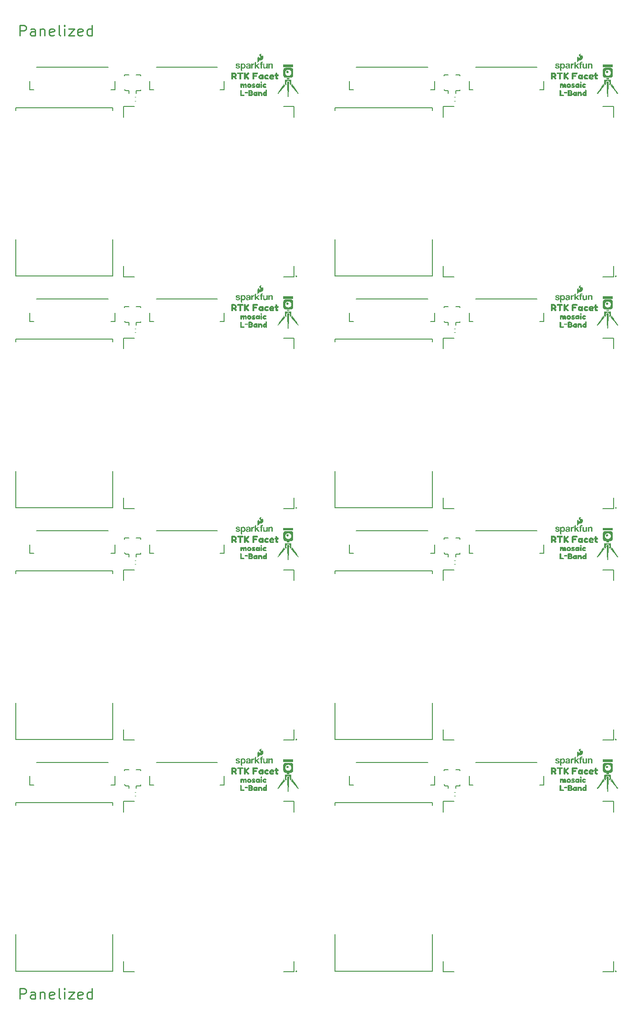
<source format=gto>
%TF.GenerationSoftware,KiCad,Pcbnew,8.0.5*%
%TF.CreationDate,2024-10-14T14:03:10+01:00*%
%TF.ProjectId,SparkFun_RTK_Facet_mosaic_panelized,53706172-6b46-4756-9e5f-52544b5f4661,rev?*%
%TF.SameCoordinates,Original*%
%TF.FileFunction,Legend,Top*%
%TF.FilePolarity,Positive*%
%FSLAX46Y46*%
G04 Gerber Fmt 4.6, Leading zero omitted, Abs format (unit mm)*
G04 Created by KiCad (PCBNEW 8.0.5) date 2024-10-14 14:03:10*
%MOMM*%
%LPD*%
G01*
G04 APERTURE LIST*
%ADD10C,0.250000*%
%ADD11C,0.120000*%
%ADD12C,0.203200*%
%ADD13C,0.000000*%
%ADD14C,0.177800*%
%ADD15C,0.200000*%
%ADD16C,0.037340*%
G04 APERTURE END LIST*
D10*
X5140663Y176262761D02*
X5140663Y178262761D01*
X5140663Y178262761D02*
X5902568Y178262761D01*
X5902568Y178262761D02*
X6093044Y178167523D01*
X6093044Y178167523D02*
X6188282Y178072285D01*
X6188282Y178072285D02*
X6283520Y177881809D01*
X6283520Y177881809D02*
X6283520Y177596095D01*
X6283520Y177596095D02*
X6188282Y177405619D01*
X6188282Y177405619D02*
X6093044Y177310380D01*
X6093044Y177310380D02*
X5902568Y177215142D01*
X5902568Y177215142D02*
X5140663Y177215142D01*
X7997806Y176262761D02*
X7997806Y177310380D01*
X7997806Y177310380D02*
X7902568Y177500857D01*
X7902568Y177500857D02*
X7712092Y177596095D01*
X7712092Y177596095D02*
X7331139Y177596095D01*
X7331139Y177596095D02*
X7140663Y177500857D01*
X7997806Y176358000D02*
X7807330Y176262761D01*
X7807330Y176262761D02*
X7331139Y176262761D01*
X7331139Y176262761D02*
X7140663Y176358000D01*
X7140663Y176358000D02*
X7045425Y176548476D01*
X7045425Y176548476D02*
X7045425Y176738952D01*
X7045425Y176738952D02*
X7140663Y176929428D01*
X7140663Y176929428D02*
X7331139Y177024666D01*
X7331139Y177024666D02*
X7807330Y177024666D01*
X7807330Y177024666D02*
X7997806Y177119904D01*
X8950187Y177596095D02*
X8950187Y176262761D01*
X8950187Y177405619D02*
X9045425Y177500857D01*
X9045425Y177500857D02*
X9235901Y177596095D01*
X9235901Y177596095D02*
X9521616Y177596095D01*
X9521616Y177596095D02*
X9712092Y177500857D01*
X9712092Y177500857D02*
X9807330Y177310380D01*
X9807330Y177310380D02*
X9807330Y176262761D01*
X11521616Y176358000D02*
X11331140Y176262761D01*
X11331140Y176262761D02*
X10950187Y176262761D01*
X10950187Y176262761D02*
X10759711Y176358000D01*
X10759711Y176358000D02*
X10664473Y176548476D01*
X10664473Y176548476D02*
X10664473Y177310380D01*
X10664473Y177310380D02*
X10759711Y177500857D01*
X10759711Y177500857D02*
X10950187Y177596095D01*
X10950187Y177596095D02*
X11331140Y177596095D01*
X11331140Y177596095D02*
X11521616Y177500857D01*
X11521616Y177500857D02*
X11616854Y177310380D01*
X11616854Y177310380D02*
X11616854Y177119904D01*
X11616854Y177119904D02*
X10664473Y176929428D01*
X12759711Y176262761D02*
X12569235Y176358000D01*
X12569235Y176358000D02*
X12473997Y176548476D01*
X12473997Y176548476D02*
X12473997Y178262761D01*
X13521616Y176262761D02*
X13521616Y177596095D01*
X13521616Y178262761D02*
X13426378Y178167523D01*
X13426378Y178167523D02*
X13521616Y178072285D01*
X13521616Y178072285D02*
X13616854Y178167523D01*
X13616854Y178167523D02*
X13521616Y178262761D01*
X13521616Y178262761D02*
X13521616Y178072285D01*
X14283521Y177596095D02*
X15331140Y177596095D01*
X15331140Y177596095D02*
X14283521Y176262761D01*
X14283521Y176262761D02*
X15331140Y176262761D01*
X16854950Y176358000D02*
X16664474Y176262761D01*
X16664474Y176262761D02*
X16283521Y176262761D01*
X16283521Y176262761D02*
X16093045Y176358000D01*
X16093045Y176358000D02*
X15997807Y176548476D01*
X15997807Y176548476D02*
X15997807Y177310380D01*
X15997807Y177310380D02*
X16093045Y177500857D01*
X16093045Y177500857D02*
X16283521Y177596095D01*
X16283521Y177596095D02*
X16664474Y177596095D01*
X16664474Y177596095D02*
X16854950Y177500857D01*
X16854950Y177500857D02*
X16950188Y177310380D01*
X16950188Y177310380D02*
X16950188Y177119904D01*
X16950188Y177119904D02*
X15997807Y176929428D01*
X18664474Y176262761D02*
X18664474Y178262761D01*
X18664474Y176358000D02*
X18473998Y176262761D01*
X18473998Y176262761D02*
X18093045Y176262761D01*
X18093045Y176262761D02*
X17902569Y176358000D01*
X17902569Y176358000D02*
X17807331Y176453238D01*
X17807331Y176453238D02*
X17712093Y176643714D01*
X17712093Y176643714D02*
X17712093Y177215142D01*
X17712093Y177215142D02*
X17807331Y177405619D01*
X17807331Y177405619D02*
X17902569Y177500857D01*
X17902569Y177500857D02*
X18093045Y177596095D01*
X18093045Y177596095D02*
X18473998Y177596095D01*
X18473998Y177596095D02*
X18664474Y177500857D01*
X5140663Y-4587238D02*
X5140663Y-2587238D01*
X5140663Y-2587238D02*
X5902568Y-2587238D01*
X5902568Y-2587238D02*
X6093044Y-2682476D01*
X6093044Y-2682476D02*
X6188282Y-2777714D01*
X6188282Y-2777714D02*
X6283520Y-2968190D01*
X6283520Y-2968190D02*
X6283520Y-3253904D01*
X6283520Y-3253904D02*
X6188282Y-3444380D01*
X6188282Y-3444380D02*
X6093044Y-3539619D01*
X6093044Y-3539619D02*
X5902568Y-3634857D01*
X5902568Y-3634857D02*
X5140663Y-3634857D01*
X7997806Y-4587238D02*
X7997806Y-3539619D01*
X7997806Y-3539619D02*
X7902568Y-3349142D01*
X7902568Y-3349142D02*
X7712092Y-3253904D01*
X7712092Y-3253904D02*
X7331139Y-3253904D01*
X7331139Y-3253904D02*
X7140663Y-3349142D01*
X7997806Y-4492000D02*
X7807330Y-4587238D01*
X7807330Y-4587238D02*
X7331139Y-4587238D01*
X7331139Y-4587238D02*
X7140663Y-4492000D01*
X7140663Y-4492000D02*
X7045425Y-4301523D01*
X7045425Y-4301523D02*
X7045425Y-4111047D01*
X7045425Y-4111047D02*
X7140663Y-3920571D01*
X7140663Y-3920571D02*
X7331139Y-3825333D01*
X7331139Y-3825333D02*
X7807330Y-3825333D01*
X7807330Y-3825333D02*
X7997806Y-3730095D01*
X8950187Y-3253904D02*
X8950187Y-4587238D01*
X8950187Y-3444380D02*
X9045425Y-3349142D01*
X9045425Y-3349142D02*
X9235901Y-3253904D01*
X9235901Y-3253904D02*
X9521616Y-3253904D01*
X9521616Y-3253904D02*
X9712092Y-3349142D01*
X9712092Y-3349142D02*
X9807330Y-3539619D01*
X9807330Y-3539619D02*
X9807330Y-4587238D01*
X11521616Y-4492000D02*
X11331140Y-4587238D01*
X11331140Y-4587238D02*
X10950187Y-4587238D01*
X10950187Y-4587238D02*
X10759711Y-4492000D01*
X10759711Y-4492000D02*
X10664473Y-4301523D01*
X10664473Y-4301523D02*
X10664473Y-3539619D01*
X10664473Y-3539619D02*
X10759711Y-3349142D01*
X10759711Y-3349142D02*
X10950187Y-3253904D01*
X10950187Y-3253904D02*
X11331140Y-3253904D01*
X11331140Y-3253904D02*
X11521616Y-3349142D01*
X11521616Y-3349142D02*
X11616854Y-3539619D01*
X11616854Y-3539619D02*
X11616854Y-3730095D01*
X11616854Y-3730095D02*
X10664473Y-3920571D01*
X12759711Y-4587238D02*
X12569235Y-4492000D01*
X12569235Y-4492000D02*
X12473997Y-4301523D01*
X12473997Y-4301523D02*
X12473997Y-2587238D01*
X13521616Y-4587238D02*
X13521616Y-3253904D01*
X13521616Y-2587238D02*
X13426378Y-2682476D01*
X13426378Y-2682476D02*
X13521616Y-2777714D01*
X13521616Y-2777714D02*
X13616854Y-2682476D01*
X13616854Y-2682476D02*
X13521616Y-2587238D01*
X13521616Y-2587238D02*
X13521616Y-2777714D01*
X14283521Y-3253904D02*
X15331140Y-3253904D01*
X15331140Y-3253904D02*
X14283521Y-4587238D01*
X14283521Y-4587238D02*
X15331140Y-4587238D01*
X16854950Y-4492000D02*
X16664474Y-4587238D01*
X16664474Y-4587238D02*
X16283521Y-4587238D01*
X16283521Y-4587238D02*
X16093045Y-4492000D01*
X16093045Y-4492000D02*
X15997807Y-4301523D01*
X15997807Y-4301523D02*
X15997807Y-3539619D01*
X15997807Y-3539619D02*
X16093045Y-3349142D01*
X16093045Y-3349142D02*
X16283521Y-3253904D01*
X16283521Y-3253904D02*
X16664474Y-3253904D01*
X16664474Y-3253904D02*
X16854950Y-3349142D01*
X16854950Y-3349142D02*
X16950188Y-3539619D01*
X16950188Y-3539619D02*
X16950188Y-3730095D01*
X16950188Y-3730095D02*
X15997807Y-3920571D01*
X18664474Y-4587238D02*
X18664474Y-2587238D01*
X18664474Y-4492000D02*
X18473998Y-4587238D01*
X18473998Y-4587238D02*
X18093045Y-4587238D01*
X18093045Y-4587238D02*
X17902569Y-4492000D01*
X17902569Y-4492000D02*
X17807331Y-4396761D01*
X17807331Y-4396761D02*
X17712093Y-4206285D01*
X17712093Y-4206285D02*
X17712093Y-3634857D01*
X17712093Y-3634857D02*
X17807331Y-3444380D01*
X17807331Y-3444380D02*
X17902569Y-3349142D01*
X17902569Y-3349142D02*
X18093045Y-3253904D01*
X18093045Y-3253904D02*
X18473998Y-3253904D01*
X18473998Y-3253904D02*
X18664474Y-3349142D01*
D11*
%TO.C,D1*%
X26904836Y34269000D02*
X26689164Y34269000D01*
X26904836Y33549000D02*
X26689164Y33549000D01*
X86904836Y164769000D02*
X86689164Y164769000D01*
X86904836Y164049000D02*
X86689164Y164049000D01*
X26904836Y77769000D02*
X26689164Y77769000D01*
X26904836Y77049000D02*
X26689164Y77049000D01*
X26904836Y121269000D02*
X26689164Y121269000D01*
X26904836Y120549000D02*
X26689164Y120549000D01*
X86904836Y34269000D02*
X86689164Y34269000D01*
X86904836Y33549000D02*
X86689164Y33549000D01*
X86904836Y121269000D02*
X86689164Y121269000D01*
X86904836Y120549000D02*
X86689164Y120549000D01*
X26904836Y164769000D02*
X26689164Y164769000D01*
X26904836Y164049000D02*
X26689164Y164049000D01*
X86904836Y77769000D02*
X86689164Y77769000D01*
X86904836Y77049000D02*
X86689164Y77049000D01*
D12*
%TO.C,U1*%
X4335000Y7527000D02*
X4335000Y637000D01*
X4337000Y32287000D02*
X4337000Y31773500D01*
X4337000Y32287000D02*
X22587000Y32287000D01*
X22587000Y32287000D02*
X22587000Y31773500D01*
X22587000Y7527000D02*
X22587000Y637000D01*
X22587000Y637000D02*
X4337000Y637000D01*
X4335000Y51027000D02*
X4335000Y44137000D01*
X4337000Y75787000D02*
X4337000Y75273500D01*
X4337000Y75787000D02*
X22587000Y75787000D01*
X22587000Y75787000D02*
X22587000Y75273500D01*
X22587000Y51027000D02*
X22587000Y44137000D01*
X22587000Y44137000D02*
X4337000Y44137000D01*
X64335000Y94527000D02*
X64335000Y87637000D01*
X64337000Y119287000D02*
X64337000Y118773500D01*
X64337000Y119287000D02*
X82587000Y119287000D01*
X82587000Y119287000D02*
X82587000Y118773500D01*
X82587000Y94527000D02*
X82587000Y87637000D01*
X82587000Y87637000D02*
X64337000Y87637000D01*
X64335000Y51027000D02*
X64335000Y44137000D01*
X64337000Y75787000D02*
X64337000Y75273500D01*
X64337000Y75787000D02*
X82587000Y75787000D01*
X82587000Y75787000D02*
X82587000Y75273500D01*
X82587000Y51027000D02*
X82587000Y44137000D01*
X82587000Y44137000D02*
X64337000Y44137000D01*
X64335000Y138027000D02*
X64335000Y131137000D01*
X64337000Y162787000D02*
X64337000Y162273500D01*
X64337000Y162787000D02*
X82587000Y162787000D01*
X82587000Y162787000D02*
X82587000Y162273500D01*
X82587000Y138027000D02*
X82587000Y131137000D01*
X82587000Y131137000D02*
X64337000Y131137000D01*
X4335000Y94527000D02*
X4335000Y87637000D01*
X4337000Y119287000D02*
X4337000Y118773500D01*
X4337000Y119287000D02*
X22587000Y119287000D01*
X22587000Y119287000D02*
X22587000Y118773500D01*
X22587000Y94527000D02*
X22587000Y87637000D01*
X22587000Y87637000D02*
X4337000Y87637000D01*
X64335000Y7527000D02*
X64335000Y637000D01*
X64337000Y32287000D02*
X64337000Y31773500D01*
X64337000Y32287000D02*
X82587000Y32287000D01*
X82587000Y32287000D02*
X82587000Y31773500D01*
X82587000Y7527000D02*
X82587000Y637000D01*
X82587000Y637000D02*
X64337000Y637000D01*
X4335000Y138027000D02*
X4335000Y131137000D01*
X4337000Y162787000D02*
X4337000Y162273500D01*
X4337000Y162787000D02*
X22587000Y162787000D01*
X22587000Y162787000D02*
X22587000Y162273500D01*
X22587000Y138027000D02*
X22587000Y131137000D01*
X22587000Y131137000D02*
X4337000Y131137000D01*
D13*
%TO.C,kibuzzard-65776CFF*%
G36*
X47013812Y38893750D02*
G01*
X47056675Y38878510D01*
X47092870Y38833743D01*
X47104300Y38749922D01*
X47092870Y38666103D01*
X47055722Y38621335D01*
X47011907Y38606095D01*
X46957615Y38603238D01*
X46694725Y38603238D01*
X46694725Y37730748D01*
X46691867Y37666930D01*
X46673770Y37616447D01*
X46620430Y37574537D01*
X46521370Y37561202D01*
X46423262Y37574537D01*
X46371827Y37617400D01*
X46354682Y37668835D01*
X46351825Y37732652D01*
X46351825Y38603238D01*
X46087030Y38603238D01*
X46032737Y38606095D01*
X45989875Y38621335D01*
X45953680Y38666103D01*
X45942250Y38751828D01*
X45953680Y38834695D01*
X45990827Y38878510D01*
X46034642Y38893750D01*
X46088935Y38896608D01*
X46959520Y38896608D01*
X47013812Y38893750D01*
G37*
G36*
X48136810Y38852793D02*
G01*
X48195865Y38787546D01*
X48216820Y38728968D01*
X48153955Y38607048D01*
X47780575Y38226047D01*
X48155860Y37850762D01*
X48221582Y37724080D01*
X48138715Y37603113D01*
X48003460Y37542152D01*
X47891065Y37624067D01*
X47557690Y38003162D01*
X47557690Y37734557D01*
X47554833Y37668835D01*
X47536735Y37617400D01*
X47483395Y37574537D01*
X47382430Y37561202D01*
X47283370Y37574537D01*
X47230030Y37618353D01*
X47211932Y37670740D01*
X47209075Y37736463D01*
X47209075Y38721348D01*
X47211932Y38785165D01*
X47230030Y38837553D01*
X47283370Y38881368D01*
X47384335Y38894703D01*
X47483395Y38881368D01*
X47536735Y38837553D01*
X47554833Y38785165D01*
X47557690Y38719442D01*
X47557690Y38456552D01*
X47889160Y38835647D01*
X48008222Y38912800D01*
X48136810Y38852793D01*
G37*
G36*
X49730343Y38891845D02*
G01*
X49781778Y38873748D01*
X49824640Y38820408D01*
X49837975Y38719442D01*
X49824640Y38619430D01*
X49780825Y38567042D01*
X49728438Y38548945D01*
X49662715Y38546087D01*
X49138840Y38546087D01*
X49138840Y38376543D01*
X49489360Y38376543D01*
X49551273Y38373685D01*
X49596993Y38357493D01*
X49633188Y38311772D01*
X49643665Y38224143D01*
X49633188Y38141275D01*
X49596040Y38097460D01*
X49549368Y38082220D01*
X49487455Y38079363D01*
X49138840Y38079363D01*
X49138840Y37734557D01*
X49135983Y37668835D01*
X49117885Y37617400D01*
X49064545Y37574537D01*
X48963580Y37561202D01*
X48864520Y37574537D01*
X48811180Y37618353D01*
X48793083Y37670740D01*
X48790225Y37736463D01*
X48790225Y38721348D01*
X48829278Y38857555D01*
X48969295Y38894703D01*
X49666525Y38894703D01*
X49730343Y38891845D01*
G37*
G36*
X51625818Y38521323D02*
G01*
X51752500Y38464172D01*
X51802982Y38430835D01*
X51839177Y38389877D01*
X51857275Y38332727D01*
X51817270Y38224143D01*
X51748690Y38145561D01*
X51680110Y38119367D01*
X51585812Y38153658D01*
X51489610Y38187947D01*
X51390550Y38146990D01*
X51348640Y38046977D01*
X51389597Y37946012D01*
X51485800Y37904102D01*
X51569620Y37928867D01*
X51668680Y37970777D01*
X51734879Y37945536D01*
X51811555Y37869812D01*
X51854947Y37781759D01*
X51835262Y37700479D01*
X51752500Y37625973D01*
X51622960Y37570251D01*
X51493420Y37551678D01*
X51410791Y37559774D01*
X51326732Y37584062D01*
X51244103Y37623115D01*
X51165760Y37675502D01*
X51096704Y37744321D01*
X51041935Y37832665D01*
X51006216Y37935773D01*
X50994310Y38048883D01*
X51006216Y38160325D01*
X51041935Y38262242D01*
X51096466Y38349634D01*
X51164808Y38417500D01*
X51242436Y38469173D01*
X51324827Y38507987D01*
X51408409Y38532276D01*
X51489610Y38540373D01*
X51625818Y38521323D01*
G37*
G36*
X50816193Y38515607D02*
G01*
X50868580Y38471792D01*
X50886677Y38419405D01*
X50889535Y38355587D01*
X50889535Y37736463D01*
X50886677Y37671692D01*
X50868580Y37621210D01*
X50815240Y37578347D01*
X50716180Y37565012D01*
X50608071Y37582158D01*
X50554255Y37633592D01*
X50463291Y37582158D01*
X50401855Y37572499D01*
X50354230Y37565012D01*
X50244058Y37581311D01*
X50142140Y37630206D01*
X50048478Y37711697D01*
X49973865Y37814356D01*
X49929098Y37926751D01*
X49914641Y38045072D01*
X50258980Y38045072D01*
X50301843Y37950775D01*
X50401855Y37909818D01*
X50494248Y37950775D01*
X50533300Y38046977D01*
X50494248Y38144132D01*
X50398045Y38184138D01*
X50299938Y38142227D01*
X50258980Y38045072D01*
X49914641Y38045072D01*
X49914175Y38048883D01*
X49929203Y38167839D01*
X49974288Y38278329D01*
X50049430Y38380353D01*
X50143410Y38461844D01*
X50245010Y38510739D01*
X50354230Y38527037D01*
X50466149Y38507987D01*
X50554255Y38450838D01*
X50602833Y38509416D01*
X50718085Y38528943D01*
X50816193Y38515607D01*
G37*
G36*
X45465286Y38887082D02*
G01*
X45545057Y38864222D01*
X45624591Y38827075D01*
X45701267Y38776592D01*
X45769609Y38709203D01*
X45824140Y38621335D01*
X45859859Y38518227D01*
X45871765Y38405117D01*
X45853138Y38262454D01*
X45797258Y38139264D01*
X45704125Y38035547D01*
X45841285Y37852667D01*
X45892720Y37721222D01*
X45801280Y37608827D01*
X45666025Y37556440D01*
X45559345Y37645022D01*
X45355510Y37921247D01*
X45178345Y37921247D01*
X45178345Y37736463D01*
X45175487Y37670740D01*
X45157390Y37619305D01*
X45104050Y37576442D01*
X45003085Y37563107D01*
X44904025Y37576442D01*
X44850685Y37620257D01*
X44832587Y37672645D01*
X44829730Y37738367D01*
X44829730Y38267958D01*
X45178345Y38267958D01*
X45387895Y38267958D01*
X45479335Y38302248D01*
X45523150Y38407022D01*
X45482192Y38506083D01*
X45384085Y38546087D01*
X45178345Y38546087D01*
X45178345Y38267958D01*
X44829730Y38267958D01*
X44829730Y38721348D01*
X44832587Y38785165D01*
X44850685Y38837553D01*
X44904025Y38881368D01*
X45004990Y38894703D01*
X45387895Y38894703D01*
X45465286Y38887082D01*
G37*
G36*
X52586573Y38536139D02*
G01*
X52695475Y38494864D01*
X52782152Y38426072D01*
X52867163Y38298914D01*
X52895500Y38165087D01*
X52882403Y38070552D01*
X52843112Y38000305D01*
X52782391Y37956728D01*
X52705000Y37942202D01*
X52299235Y37942202D01*
X52356385Y37869812D01*
X52468780Y37843142D01*
X52623085Y37867907D01*
X52710715Y37892672D01*
X52773580Y37869812D01*
X52825015Y37801232D01*
X52849780Y37713603D01*
X52825015Y37637760D01*
X52750720Y37583586D01*
X52626895Y37551082D01*
X52453540Y37540247D01*
X52325905Y37551916D01*
X52213510Y37586920D01*
X52120403Y37640974D01*
X52050632Y37709792D01*
X51999674Y37787897D01*
X51963002Y37869812D01*
X51940857Y37954585D01*
X51933475Y38041262D01*
X51942686Y38121272D01*
X52299235Y38121272D01*
X52512595Y38121272D01*
X52564030Y38166992D01*
X52533550Y38223190D01*
X52451635Y38243192D01*
X52344002Y38206045D01*
X52299235Y38121272D01*
X51942686Y38121272D01*
X51949667Y38181915D01*
X51998245Y38304152D01*
X52079207Y38407975D01*
X52185782Y38486821D01*
X52311194Y38534128D01*
X52455445Y38549897D01*
X52586573Y38536139D01*
G37*
G36*
X53374608Y38835647D02*
G01*
X53426995Y38792785D01*
X53446045Y38739445D01*
X53449855Y38675627D01*
X53449855Y38523228D01*
X53550820Y38527037D01*
X53601303Y38526085D01*
X53646070Y38515607D01*
X53687027Y38488937D01*
X53711793Y38436550D01*
X53722270Y38351777D01*
X53707983Y38257480D01*
X53666073Y38205093D01*
X53613685Y38185090D01*
X53548915Y38180327D01*
X53449855Y38182232D01*
X53449855Y37961252D01*
X53460333Y37904102D01*
X53501290Y37888862D01*
X53571775Y37885052D01*
X53623210Y37866955D01*
X53661310Y37820283D01*
X53672740Y37732652D01*
X53658452Y37634545D01*
X53613685Y37582157D01*
X53561298Y37564060D01*
X53499385Y37561202D01*
X53376513Y37571574D01*
X53277135Y37602689D01*
X53201253Y37654547D01*
X53147807Y37728208D01*
X53115739Y37824727D01*
X53105050Y37944107D01*
X53105050Y38186042D01*
X53057425Y38186042D01*
X52968842Y38227953D01*
X52943125Y38353683D01*
X52973605Y38476555D01*
X53065045Y38517513D01*
X53105050Y38517513D01*
X53105050Y38683248D01*
X53107908Y38747065D01*
X53126005Y38796595D01*
X53178392Y38836600D01*
X53278405Y38848982D01*
X53374608Y38835647D01*
G37*
G36*
X47013812Y169393750D02*
G01*
X47056675Y169378510D01*
X47092870Y169333743D01*
X47104300Y169249922D01*
X47092870Y169166103D01*
X47055722Y169121335D01*
X47011907Y169106095D01*
X46957615Y169103238D01*
X46694725Y169103238D01*
X46694725Y168230748D01*
X46691867Y168166930D01*
X46673770Y168116447D01*
X46620430Y168074537D01*
X46521370Y168061202D01*
X46423262Y168074537D01*
X46371827Y168117400D01*
X46354682Y168168835D01*
X46351825Y168232652D01*
X46351825Y169103238D01*
X46087030Y169103238D01*
X46032737Y169106095D01*
X45989875Y169121335D01*
X45953680Y169166103D01*
X45942250Y169251828D01*
X45953680Y169334695D01*
X45990827Y169378510D01*
X46034642Y169393750D01*
X46088935Y169396608D01*
X46959520Y169396608D01*
X47013812Y169393750D01*
G37*
G36*
X48136810Y169352793D02*
G01*
X48195865Y169287546D01*
X48216820Y169228968D01*
X48153955Y169107048D01*
X47780575Y168726047D01*
X48155860Y168350762D01*
X48221582Y168224080D01*
X48138715Y168103113D01*
X48003460Y168042152D01*
X47891065Y168124067D01*
X47557690Y168503162D01*
X47557690Y168234557D01*
X47554833Y168168835D01*
X47536735Y168117400D01*
X47483395Y168074537D01*
X47382430Y168061202D01*
X47283370Y168074537D01*
X47230030Y168118353D01*
X47211932Y168170740D01*
X47209075Y168236463D01*
X47209075Y169221348D01*
X47211932Y169285165D01*
X47230030Y169337553D01*
X47283370Y169381368D01*
X47384335Y169394703D01*
X47483395Y169381368D01*
X47536735Y169337553D01*
X47554833Y169285165D01*
X47557690Y169219442D01*
X47557690Y168956552D01*
X47889160Y169335647D01*
X48008222Y169412800D01*
X48136810Y169352793D01*
G37*
G36*
X49730343Y169391845D02*
G01*
X49781778Y169373748D01*
X49824640Y169320408D01*
X49837975Y169219442D01*
X49824640Y169119430D01*
X49780825Y169067042D01*
X49728438Y169048945D01*
X49662715Y169046087D01*
X49138840Y169046087D01*
X49138840Y168876543D01*
X49489360Y168876543D01*
X49551273Y168873685D01*
X49596993Y168857493D01*
X49633188Y168811772D01*
X49643665Y168724143D01*
X49633188Y168641275D01*
X49596040Y168597460D01*
X49549368Y168582220D01*
X49487455Y168579363D01*
X49138840Y168579363D01*
X49138840Y168234557D01*
X49135983Y168168835D01*
X49117885Y168117400D01*
X49064545Y168074537D01*
X48963580Y168061202D01*
X48864520Y168074537D01*
X48811180Y168118353D01*
X48793083Y168170740D01*
X48790225Y168236463D01*
X48790225Y169221348D01*
X48829278Y169357555D01*
X48969295Y169394703D01*
X49666525Y169394703D01*
X49730343Y169391845D01*
G37*
G36*
X51625818Y169021323D02*
G01*
X51752500Y168964172D01*
X51802982Y168930835D01*
X51839177Y168889877D01*
X51857275Y168832727D01*
X51817270Y168724143D01*
X51748690Y168645561D01*
X51680110Y168619367D01*
X51585812Y168653658D01*
X51489610Y168687947D01*
X51390550Y168646990D01*
X51348640Y168546977D01*
X51389597Y168446012D01*
X51485800Y168404102D01*
X51569620Y168428867D01*
X51668680Y168470777D01*
X51734879Y168445536D01*
X51811555Y168369812D01*
X51854947Y168281759D01*
X51835262Y168200479D01*
X51752500Y168125973D01*
X51622960Y168070251D01*
X51493420Y168051678D01*
X51410791Y168059774D01*
X51326732Y168084062D01*
X51244103Y168123115D01*
X51165760Y168175502D01*
X51096704Y168244321D01*
X51041935Y168332665D01*
X51006216Y168435773D01*
X50994310Y168548883D01*
X51006216Y168660325D01*
X51041935Y168762242D01*
X51096466Y168849634D01*
X51164808Y168917500D01*
X51242436Y168969173D01*
X51324827Y169007987D01*
X51408409Y169032276D01*
X51489610Y169040373D01*
X51625818Y169021323D01*
G37*
G36*
X50816193Y169015607D02*
G01*
X50868580Y168971792D01*
X50886677Y168919405D01*
X50889535Y168855587D01*
X50889535Y168236463D01*
X50886677Y168171692D01*
X50868580Y168121210D01*
X50815240Y168078347D01*
X50716180Y168065012D01*
X50608071Y168082158D01*
X50554255Y168133592D01*
X50463291Y168082158D01*
X50401855Y168072499D01*
X50354230Y168065012D01*
X50244058Y168081311D01*
X50142140Y168130206D01*
X50048478Y168211697D01*
X49973865Y168314356D01*
X49929098Y168426751D01*
X49914641Y168545072D01*
X50258980Y168545072D01*
X50301843Y168450775D01*
X50401855Y168409818D01*
X50494248Y168450775D01*
X50533300Y168546977D01*
X50494248Y168644132D01*
X50398045Y168684138D01*
X50299938Y168642227D01*
X50258980Y168545072D01*
X49914641Y168545072D01*
X49914175Y168548883D01*
X49929203Y168667839D01*
X49974288Y168778329D01*
X50049430Y168880353D01*
X50143410Y168961844D01*
X50245010Y169010739D01*
X50354230Y169027037D01*
X50466149Y169007987D01*
X50554255Y168950838D01*
X50602833Y169009416D01*
X50718085Y169028943D01*
X50816193Y169015607D01*
G37*
G36*
X45465286Y169387082D02*
G01*
X45545057Y169364222D01*
X45624591Y169327075D01*
X45701267Y169276592D01*
X45769609Y169209203D01*
X45824140Y169121335D01*
X45859859Y169018227D01*
X45871765Y168905117D01*
X45853138Y168762454D01*
X45797258Y168639264D01*
X45704125Y168535547D01*
X45841285Y168352667D01*
X45892720Y168221222D01*
X45801280Y168108827D01*
X45666025Y168056440D01*
X45559345Y168145022D01*
X45355510Y168421247D01*
X45178345Y168421247D01*
X45178345Y168236463D01*
X45175487Y168170740D01*
X45157390Y168119305D01*
X45104050Y168076442D01*
X45003085Y168063107D01*
X44904025Y168076442D01*
X44850685Y168120257D01*
X44832587Y168172645D01*
X44829730Y168238367D01*
X44829730Y168767958D01*
X45178345Y168767958D01*
X45387895Y168767958D01*
X45479335Y168802248D01*
X45523150Y168907022D01*
X45482192Y169006083D01*
X45384085Y169046087D01*
X45178345Y169046087D01*
X45178345Y168767958D01*
X44829730Y168767958D01*
X44829730Y169221348D01*
X44832587Y169285165D01*
X44850685Y169337553D01*
X44904025Y169381368D01*
X45004990Y169394703D01*
X45387895Y169394703D01*
X45465286Y169387082D01*
G37*
G36*
X52586573Y169036139D02*
G01*
X52695475Y168994864D01*
X52782152Y168926072D01*
X52867163Y168798914D01*
X52895500Y168665087D01*
X52882403Y168570552D01*
X52843112Y168500305D01*
X52782391Y168456728D01*
X52705000Y168442202D01*
X52299235Y168442202D01*
X52356385Y168369812D01*
X52468780Y168343142D01*
X52623085Y168367907D01*
X52710715Y168392672D01*
X52773580Y168369812D01*
X52825015Y168301232D01*
X52849780Y168213603D01*
X52825015Y168137760D01*
X52750720Y168083586D01*
X52626895Y168051082D01*
X52453540Y168040247D01*
X52325905Y168051916D01*
X52213510Y168086920D01*
X52120403Y168140974D01*
X52050632Y168209792D01*
X51999674Y168287897D01*
X51963002Y168369812D01*
X51940857Y168454585D01*
X51933475Y168541262D01*
X51942686Y168621272D01*
X52299235Y168621272D01*
X52512595Y168621272D01*
X52564030Y168666992D01*
X52533550Y168723190D01*
X52451635Y168743192D01*
X52344002Y168706045D01*
X52299235Y168621272D01*
X51942686Y168621272D01*
X51949667Y168681915D01*
X51998245Y168804152D01*
X52079207Y168907975D01*
X52185782Y168986821D01*
X52311194Y169034128D01*
X52455445Y169049897D01*
X52586573Y169036139D01*
G37*
G36*
X53374608Y169335647D02*
G01*
X53426995Y169292785D01*
X53446045Y169239445D01*
X53449855Y169175627D01*
X53449855Y169023228D01*
X53550820Y169027037D01*
X53601303Y169026085D01*
X53646070Y169015607D01*
X53687027Y168988937D01*
X53711793Y168936550D01*
X53722270Y168851777D01*
X53707983Y168757480D01*
X53666073Y168705093D01*
X53613685Y168685090D01*
X53548915Y168680327D01*
X53449855Y168682232D01*
X53449855Y168461252D01*
X53460333Y168404102D01*
X53501290Y168388862D01*
X53571775Y168385052D01*
X53623210Y168366955D01*
X53661310Y168320283D01*
X53672740Y168232652D01*
X53658452Y168134545D01*
X53613685Y168082157D01*
X53561298Y168064060D01*
X53499385Y168061202D01*
X53376513Y168071574D01*
X53277135Y168102689D01*
X53201253Y168154547D01*
X53147807Y168228208D01*
X53115739Y168324727D01*
X53105050Y168444107D01*
X53105050Y168686042D01*
X53057425Y168686042D01*
X52968842Y168727953D01*
X52943125Y168853683D01*
X52973605Y168976555D01*
X53065045Y169017513D01*
X53105050Y169017513D01*
X53105050Y169183248D01*
X53107908Y169247065D01*
X53126005Y169296595D01*
X53178392Y169336600D01*
X53278405Y169348982D01*
X53374608Y169335647D01*
G37*
G36*
X107013812Y82393750D02*
G01*
X107056675Y82378510D01*
X107092870Y82333743D01*
X107104300Y82249922D01*
X107092870Y82166103D01*
X107055722Y82121335D01*
X107011907Y82106095D01*
X106957615Y82103238D01*
X106694725Y82103238D01*
X106694725Y81230748D01*
X106691867Y81166930D01*
X106673770Y81116447D01*
X106620430Y81074537D01*
X106521370Y81061202D01*
X106423262Y81074537D01*
X106371827Y81117400D01*
X106354682Y81168835D01*
X106351825Y81232652D01*
X106351825Y82103238D01*
X106087030Y82103238D01*
X106032737Y82106095D01*
X105989875Y82121335D01*
X105953680Y82166103D01*
X105942250Y82251828D01*
X105953680Y82334695D01*
X105990827Y82378510D01*
X106034642Y82393750D01*
X106088935Y82396608D01*
X106959520Y82396608D01*
X107013812Y82393750D01*
G37*
G36*
X108136810Y82352793D02*
G01*
X108195865Y82287546D01*
X108216820Y82228968D01*
X108153955Y82107048D01*
X107780575Y81726047D01*
X108155860Y81350762D01*
X108221582Y81224080D01*
X108138715Y81103113D01*
X108003460Y81042152D01*
X107891065Y81124067D01*
X107557690Y81503162D01*
X107557690Y81234557D01*
X107554833Y81168835D01*
X107536735Y81117400D01*
X107483395Y81074537D01*
X107382430Y81061202D01*
X107283370Y81074537D01*
X107230030Y81118353D01*
X107211932Y81170740D01*
X107209075Y81236463D01*
X107209075Y82221348D01*
X107211932Y82285165D01*
X107230030Y82337553D01*
X107283370Y82381368D01*
X107384335Y82394703D01*
X107483395Y82381368D01*
X107536735Y82337553D01*
X107554833Y82285165D01*
X107557690Y82219442D01*
X107557690Y81956552D01*
X107889160Y82335647D01*
X108008222Y82412800D01*
X108136810Y82352793D01*
G37*
G36*
X109730343Y82391845D02*
G01*
X109781778Y82373748D01*
X109824640Y82320408D01*
X109837975Y82219442D01*
X109824640Y82119430D01*
X109780825Y82067042D01*
X109728438Y82048945D01*
X109662715Y82046087D01*
X109138840Y82046087D01*
X109138840Y81876543D01*
X109489360Y81876543D01*
X109551273Y81873685D01*
X109596993Y81857493D01*
X109633188Y81811772D01*
X109643665Y81724143D01*
X109633188Y81641275D01*
X109596040Y81597460D01*
X109549368Y81582220D01*
X109487455Y81579363D01*
X109138840Y81579363D01*
X109138840Y81234557D01*
X109135983Y81168835D01*
X109117885Y81117400D01*
X109064545Y81074537D01*
X108963580Y81061202D01*
X108864520Y81074537D01*
X108811180Y81118353D01*
X108793083Y81170740D01*
X108790225Y81236463D01*
X108790225Y82221348D01*
X108829278Y82357555D01*
X108969295Y82394703D01*
X109666525Y82394703D01*
X109730343Y82391845D01*
G37*
G36*
X111625818Y82021323D02*
G01*
X111752500Y81964172D01*
X111802982Y81930835D01*
X111839177Y81889877D01*
X111857275Y81832727D01*
X111817270Y81724143D01*
X111748690Y81645561D01*
X111680110Y81619367D01*
X111585812Y81653658D01*
X111489610Y81687947D01*
X111390550Y81646990D01*
X111348640Y81546977D01*
X111389597Y81446012D01*
X111485800Y81404102D01*
X111569620Y81428867D01*
X111668680Y81470777D01*
X111734879Y81445536D01*
X111811555Y81369812D01*
X111854947Y81281759D01*
X111835262Y81200479D01*
X111752500Y81125973D01*
X111622960Y81070251D01*
X111493420Y81051678D01*
X111410791Y81059774D01*
X111326732Y81084062D01*
X111244103Y81123115D01*
X111165760Y81175502D01*
X111096704Y81244321D01*
X111041935Y81332665D01*
X111006216Y81435773D01*
X110994310Y81548883D01*
X111006216Y81660325D01*
X111041935Y81762242D01*
X111096466Y81849634D01*
X111164808Y81917500D01*
X111242436Y81969173D01*
X111324827Y82007987D01*
X111408409Y82032276D01*
X111489610Y82040373D01*
X111625818Y82021323D01*
G37*
G36*
X110816193Y82015607D02*
G01*
X110868580Y81971792D01*
X110886677Y81919405D01*
X110889535Y81855587D01*
X110889535Y81236463D01*
X110886677Y81171692D01*
X110868580Y81121210D01*
X110815240Y81078347D01*
X110716180Y81065012D01*
X110608071Y81082158D01*
X110554255Y81133592D01*
X110463291Y81082158D01*
X110401855Y81072499D01*
X110354230Y81065012D01*
X110244058Y81081311D01*
X110142140Y81130206D01*
X110048478Y81211697D01*
X109973865Y81314356D01*
X109929098Y81426751D01*
X109914641Y81545072D01*
X110258980Y81545072D01*
X110301843Y81450775D01*
X110401855Y81409818D01*
X110494248Y81450775D01*
X110533300Y81546977D01*
X110494248Y81644132D01*
X110398045Y81684138D01*
X110299938Y81642227D01*
X110258980Y81545072D01*
X109914641Y81545072D01*
X109914175Y81548883D01*
X109929203Y81667839D01*
X109974288Y81778329D01*
X110049430Y81880353D01*
X110143410Y81961844D01*
X110245010Y82010739D01*
X110354230Y82027037D01*
X110466149Y82007987D01*
X110554255Y81950838D01*
X110602833Y82009416D01*
X110718085Y82028943D01*
X110816193Y82015607D01*
G37*
G36*
X105465286Y82387082D02*
G01*
X105545057Y82364222D01*
X105624591Y82327075D01*
X105701267Y82276592D01*
X105769609Y82209203D01*
X105824140Y82121335D01*
X105859859Y82018227D01*
X105871765Y81905117D01*
X105853138Y81762454D01*
X105797258Y81639264D01*
X105704125Y81535547D01*
X105841285Y81352667D01*
X105892720Y81221222D01*
X105801280Y81108827D01*
X105666025Y81056440D01*
X105559345Y81145022D01*
X105355510Y81421247D01*
X105178345Y81421247D01*
X105178345Y81236463D01*
X105175487Y81170740D01*
X105157390Y81119305D01*
X105104050Y81076442D01*
X105003085Y81063107D01*
X104904025Y81076442D01*
X104850685Y81120257D01*
X104832587Y81172645D01*
X104829730Y81238367D01*
X104829730Y81767958D01*
X105178345Y81767958D01*
X105387895Y81767958D01*
X105479335Y81802248D01*
X105523150Y81907022D01*
X105482192Y82006083D01*
X105384085Y82046087D01*
X105178345Y82046087D01*
X105178345Y81767958D01*
X104829730Y81767958D01*
X104829730Y82221348D01*
X104832587Y82285165D01*
X104850685Y82337553D01*
X104904025Y82381368D01*
X105004990Y82394703D01*
X105387895Y82394703D01*
X105465286Y82387082D01*
G37*
G36*
X112586573Y82036139D02*
G01*
X112695475Y81994864D01*
X112782152Y81926072D01*
X112867163Y81798914D01*
X112895500Y81665087D01*
X112882403Y81570552D01*
X112843112Y81500305D01*
X112782391Y81456728D01*
X112705000Y81442202D01*
X112299235Y81442202D01*
X112356385Y81369812D01*
X112468780Y81343142D01*
X112623085Y81367907D01*
X112710715Y81392672D01*
X112773580Y81369812D01*
X112825015Y81301232D01*
X112849780Y81213603D01*
X112825015Y81137760D01*
X112750720Y81083586D01*
X112626895Y81051082D01*
X112453540Y81040247D01*
X112325905Y81051916D01*
X112213510Y81086920D01*
X112120403Y81140974D01*
X112050632Y81209792D01*
X111999674Y81287897D01*
X111963002Y81369812D01*
X111940857Y81454585D01*
X111933475Y81541262D01*
X111942686Y81621272D01*
X112299235Y81621272D01*
X112512595Y81621272D01*
X112564030Y81666992D01*
X112533550Y81723190D01*
X112451635Y81743192D01*
X112344002Y81706045D01*
X112299235Y81621272D01*
X111942686Y81621272D01*
X111949667Y81681915D01*
X111998245Y81804152D01*
X112079207Y81907975D01*
X112185782Y81986821D01*
X112311194Y82034128D01*
X112455445Y82049897D01*
X112586573Y82036139D01*
G37*
G36*
X113374608Y82335647D02*
G01*
X113426995Y82292785D01*
X113446045Y82239445D01*
X113449855Y82175627D01*
X113449855Y82023228D01*
X113550820Y82027037D01*
X113601303Y82026085D01*
X113646070Y82015607D01*
X113687027Y81988937D01*
X113711793Y81936550D01*
X113722270Y81851777D01*
X113707983Y81757480D01*
X113666073Y81705093D01*
X113613685Y81685090D01*
X113548915Y81680327D01*
X113449855Y81682232D01*
X113449855Y81461252D01*
X113460333Y81404102D01*
X113501290Y81388862D01*
X113571775Y81385052D01*
X113623210Y81366955D01*
X113661310Y81320283D01*
X113672740Y81232652D01*
X113658452Y81134545D01*
X113613685Y81082157D01*
X113561298Y81064060D01*
X113499385Y81061202D01*
X113376513Y81071574D01*
X113277135Y81102689D01*
X113201253Y81154547D01*
X113147807Y81228208D01*
X113115739Y81324727D01*
X113105050Y81444107D01*
X113105050Y81686042D01*
X113057425Y81686042D01*
X112968842Y81727953D01*
X112943125Y81853683D01*
X112973605Y81976555D01*
X113065045Y82017513D01*
X113105050Y82017513D01*
X113105050Y82183248D01*
X113107908Y82247065D01*
X113126005Y82296595D01*
X113178392Y82336600D01*
X113278405Y82348982D01*
X113374608Y82335647D01*
G37*
G36*
X107013812Y125893750D02*
G01*
X107056675Y125878510D01*
X107092870Y125833743D01*
X107104300Y125749922D01*
X107092870Y125666103D01*
X107055722Y125621335D01*
X107011907Y125606095D01*
X106957615Y125603238D01*
X106694725Y125603238D01*
X106694725Y124730748D01*
X106691867Y124666930D01*
X106673770Y124616447D01*
X106620430Y124574537D01*
X106521370Y124561202D01*
X106423262Y124574537D01*
X106371827Y124617400D01*
X106354682Y124668835D01*
X106351825Y124732652D01*
X106351825Y125603238D01*
X106087030Y125603238D01*
X106032737Y125606095D01*
X105989875Y125621335D01*
X105953680Y125666103D01*
X105942250Y125751828D01*
X105953680Y125834695D01*
X105990827Y125878510D01*
X106034642Y125893750D01*
X106088935Y125896608D01*
X106959520Y125896608D01*
X107013812Y125893750D01*
G37*
G36*
X108136810Y125852793D02*
G01*
X108195865Y125787546D01*
X108216820Y125728968D01*
X108153955Y125607048D01*
X107780575Y125226047D01*
X108155860Y124850762D01*
X108221582Y124724080D01*
X108138715Y124603113D01*
X108003460Y124542152D01*
X107891065Y124624067D01*
X107557690Y125003162D01*
X107557690Y124734557D01*
X107554833Y124668835D01*
X107536735Y124617400D01*
X107483395Y124574537D01*
X107382430Y124561202D01*
X107283370Y124574537D01*
X107230030Y124618353D01*
X107211932Y124670740D01*
X107209075Y124736463D01*
X107209075Y125721348D01*
X107211932Y125785165D01*
X107230030Y125837553D01*
X107283370Y125881368D01*
X107384335Y125894703D01*
X107483395Y125881368D01*
X107536735Y125837553D01*
X107554833Y125785165D01*
X107557690Y125719442D01*
X107557690Y125456552D01*
X107889160Y125835647D01*
X108008222Y125912800D01*
X108136810Y125852793D01*
G37*
G36*
X109730343Y125891845D02*
G01*
X109781778Y125873748D01*
X109824640Y125820408D01*
X109837975Y125719442D01*
X109824640Y125619430D01*
X109780825Y125567042D01*
X109728438Y125548945D01*
X109662715Y125546087D01*
X109138840Y125546087D01*
X109138840Y125376543D01*
X109489360Y125376543D01*
X109551273Y125373685D01*
X109596993Y125357493D01*
X109633188Y125311772D01*
X109643665Y125224143D01*
X109633188Y125141275D01*
X109596040Y125097460D01*
X109549368Y125082220D01*
X109487455Y125079363D01*
X109138840Y125079363D01*
X109138840Y124734557D01*
X109135983Y124668835D01*
X109117885Y124617400D01*
X109064545Y124574537D01*
X108963580Y124561202D01*
X108864520Y124574537D01*
X108811180Y124618353D01*
X108793083Y124670740D01*
X108790225Y124736463D01*
X108790225Y125721348D01*
X108829278Y125857555D01*
X108969295Y125894703D01*
X109666525Y125894703D01*
X109730343Y125891845D01*
G37*
G36*
X111625818Y125521323D02*
G01*
X111752500Y125464172D01*
X111802982Y125430835D01*
X111839177Y125389877D01*
X111857275Y125332727D01*
X111817270Y125224143D01*
X111748690Y125145561D01*
X111680110Y125119367D01*
X111585812Y125153658D01*
X111489610Y125187947D01*
X111390550Y125146990D01*
X111348640Y125046977D01*
X111389597Y124946012D01*
X111485800Y124904102D01*
X111569620Y124928867D01*
X111668680Y124970777D01*
X111734879Y124945536D01*
X111811555Y124869812D01*
X111854947Y124781759D01*
X111835262Y124700479D01*
X111752500Y124625973D01*
X111622960Y124570251D01*
X111493420Y124551678D01*
X111410791Y124559774D01*
X111326732Y124584062D01*
X111244103Y124623115D01*
X111165760Y124675502D01*
X111096704Y124744321D01*
X111041935Y124832665D01*
X111006216Y124935773D01*
X110994310Y125048883D01*
X111006216Y125160325D01*
X111041935Y125262242D01*
X111096466Y125349634D01*
X111164808Y125417500D01*
X111242436Y125469173D01*
X111324827Y125507987D01*
X111408409Y125532276D01*
X111489610Y125540373D01*
X111625818Y125521323D01*
G37*
G36*
X110816193Y125515607D02*
G01*
X110868580Y125471792D01*
X110886677Y125419405D01*
X110889535Y125355587D01*
X110889535Y124736463D01*
X110886677Y124671692D01*
X110868580Y124621210D01*
X110815240Y124578347D01*
X110716180Y124565012D01*
X110608071Y124582158D01*
X110554255Y124633592D01*
X110463291Y124582158D01*
X110401855Y124572499D01*
X110354230Y124565012D01*
X110244058Y124581311D01*
X110142140Y124630206D01*
X110048478Y124711697D01*
X109973865Y124814356D01*
X109929098Y124926751D01*
X109914641Y125045072D01*
X110258980Y125045072D01*
X110301843Y124950775D01*
X110401855Y124909818D01*
X110494248Y124950775D01*
X110533300Y125046977D01*
X110494248Y125144132D01*
X110398045Y125184138D01*
X110299938Y125142227D01*
X110258980Y125045072D01*
X109914641Y125045072D01*
X109914175Y125048883D01*
X109929203Y125167839D01*
X109974288Y125278329D01*
X110049430Y125380353D01*
X110143410Y125461844D01*
X110245010Y125510739D01*
X110354230Y125527037D01*
X110466149Y125507987D01*
X110554255Y125450838D01*
X110602833Y125509416D01*
X110718085Y125528943D01*
X110816193Y125515607D01*
G37*
G36*
X105465286Y125887082D02*
G01*
X105545057Y125864222D01*
X105624591Y125827075D01*
X105701267Y125776592D01*
X105769609Y125709203D01*
X105824140Y125621335D01*
X105859859Y125518227D01*
X105871765Y125405117D01*
X105853138Y125262454D01*
X105797258Y125139264D01*
X105704125Y125035547D01*
X105841285Y124852667D01*
X105892720Y124721222D01*
X105801280Y124608827D01*
X105666025Y124556440D01*
X105559345Y124645022D01*
X105355510Y124921247D01*
X105178345Y124921247D01*
X105178345Y124736463D01*
X105175487Y124670740D01*
X105157390Y124619305D01*
X105104050Y124576442D01*
X105003085Y124563107D01*
X104904025Y124576442D01*
X104850685Y124620257D01*
X104832587Y124672645D01*
X104829730Y124738367D01*
X104829730Y125267958D01*
X105178345Y125267958D01*
X105387895Y125267958D01*
X105479335Y125302248D01*
X105523150Y125407022D01*
X105482192Y125506083D01*
X105384085Y125546087D01*
X105178345Y125546087D01*
X105178345Y125267958D01*
X104829730Y125267958D01*
X104829730Y125721348D01*
X104832587Y125785165D01*
X104850685Y125837553D01*
X104904025Y125881368D01*
X105004990Y125894703D01*
X105387895Y125894703D01*
X105465286Y125887082D01*
G37*
G36*
X112586573Y125536139D02*
G01*
X112695475Y125494864D01*
X112782152Y125426072D01*
X112867163Y125298914D01*
X112895500Y125165087D01*
X112882403Y125070552D01*
X112843112Y125000305D01*
X112782391Y124956728D01*
X112705000Y124942202D01*
X112299235Y124942202D01*
X112356385Y124869812D01*
X112468780Y124843142D01*
X112623085Y124867907D01*
X112710715Y124892672D01*
X112773580Y124869812D01*
X112825015Y124801232D01*
X112849780Y124713603D01*
X112825015Y124637760D01*
X112750720Y124583586D01*
X112626895Y124551082D01*
X112453540Y124540247D01*
X112325905Y124551916D01*
X112213510Y124586920D01*
X112120403Y124640974D01*
X112050632Y124709792D01*
X111999674Y124787897D01*
X111963002Y124869812D01*
X111940857Y124954585D01*
X111933475Y125041262D01*
X111942686Y125121272D01*
X112299235Y125121272D01*
X112512595Y125121272D01*
X112564030Y125166992D01*
X112533550Y125223190D01*
X112451635Y125243192D01*
X112344002Y125206045D01*
X112299235Y125121272D01*
X111942686Y125121272D01*
X111949667Y125181915D01*
X111998245Y125304152D01*
X112079207Y125407975D01*
X112185782Y125486821D01*
X112311194Y125534128D01*
X112455445Y125549897D01*
X112586573Y125536139D01*
G37*
G36*
X113374608Y125835647D02*
G01*
X113426995Y125792785D01*
X113446045Y125739445D01*
X113449855Y125675627D01*
X113449855Y125523228D01*
X113550820Y125527037D01*
X113601303Y125526085D01*
X113646070Y125515607D01*
X113687027Y125488937D01*
X113711793Y125436550D01*
X113722270Y125351777D01*
X113707983Y125257480D01*
X113666073Y125205093D01*
X113613685Y125185090D01*
X113548915Y125180327D01*
X113449855Y125182232D01*
X113449855Y124961252D01*
X113460333Y124904102D01*
X113501290Y124888862D01*
X113571775Y124885052D01*
X113623210Y124866955D01*
X113661310Y124820283D01*
X113672740Y124732652D01*
X113658452Y124634545D01*
X113613685Y124582157D01*
X113561298Y124564060D01*
X113499385Y124561202D01*
X113376513Y124571574D01*
X113277135Y124602689D01*
X113201253Y124654547D01*
X113147807Y124728208D01*
X113115739Y124824727D01*
X113105050Y124944107D01*
X113105050Y125186042D01*
X113057425Y125186042D01*
X112968842Y125227953D01*
X112943125Y125353683D01*
X112973605Y125476555D01*
X113065045Y125517513D01*
X113105050Y125517513D01*
X113105050Y125683248D01*
X113107908Y125747065D01*
X113126005Y125796595D01*
X113178392Y125836600D01*
X113278405Y125848982D01*
X113374608Y125835647D01*
G37*
G36*
X107013812Y169393750D02*
G01*
X107056675Y169378510D01*
X107092870Y169333743D01*
X107104300Y169249922D01*
X107092870Y169166103D01*
X107055722Y169121335D01*
X107011907Y169106095D01*
X106957615Y169103238D01*
X106694725Y169103238D01*
X106694725Y168230748D01*
X106691867Y168166930D01*
X106673770Y168116447D01*
X106620430Y168074537D01*
X106521370Y168061202D01*
X106423262Y168074537D01*
X106371827Y168117400D01*
X106354682Y168168835D01*
X106351825Y168232652D01*
X106351825Y169103238D01*
X106087030Y169103238D01*
X106032737Y169106095D01*
X105989875Y169121335D01*
X105953680Y169166103D01*
X105942250Y169251828D01*
X105953680Y169334695D01*
X105990827Y169378510D01*
X106034642Y169393750D01*
X106088935Y169396608D01*
X106959520Y169396608D01*
X107013812Y169393750D01*
G37*
G36*
X108136810Y169352793D02*
G01*
X108195865Y169287546D01*
X108216820Y169228968D01*
X108153955Y169107048D01*
X107780575Y168726047D01*
X108155860Y168350762D01*
X108221582Y168224080D01*
X108138715Y168103113D01*
X108003460Y168042152D01*
X107891065Y168124067D01*
X107557690Y168503162D01*
X107557690Y168234557D01*
X107554833Y168168835D01*
X107536735Y168117400D01*
X107483395Y168074537D01*
X107382430Y168061202D01*
X107283370Y168074537D01*
X107230030Y168118353D01*
X107211932Y168170740D01*
X107209075Y168236463D01*
X107209075Y169221348D01*
X107211932Y169285165D01*
X107230030Y169337553D01*
X107283370Y169381368D01*
X107384335Y169394703D01*
X107483395Y169381368D01*
X107536735Y169337553D01*
X107554833Y169285165D01*
X107557690Y169219442D01*
X107557690Y168956552D01*
X107889160Y169335647D01*
X108008222Y169412800D01*
X108136810Y169352793D01*
G37*
G36*
X109730343Y169391845D02*
G01*
X109781778Y169373748D01*
X109824640Y169320408D01*
X109837975Y169219442D01*
X109824640Y169119430D01*
X109780825Y169067042D01*
X109728438Y169048945D01*
X109662715Y169046087D01*
X109138840Y169046087D01*
X109138840Y168876543D01*
X109489360Y168876543D01*
X109551273Y168873685D01*
X109596993Y168857493D01*
X109633188Y168811772D01*
X109643665Y168724143D01*
X109633188Y168641275D01*
X109596040Y168597460D01*
X109549368Y168582220D01*
X109487455Y168579363D01*
X109138840Y168579363D01*
X109138840Y168234557D01*
X109135983Y168168835D01*
X109117885Y168117400D01*
X109064545Y168074537D01*
X108963580Y168061202D01*
X108864520Y168074537D01*
X108811180Y168118353D01*
X108793083Y168170740D01*
X108790225Y168236463D01*
X108790225Y169221348D01*
X108829278Y169357555D01*
X108969295Y169394703D01*
X109666525Y169394703D01*
X109730343Y169391845D01*
G37*
G36*
X111625818Y169021323D02*
G01*
X111752500Y168964172D01*
X111802982Y168930835D01*
X111839177Y168889877D01*
X111857275Y168832727D01*
X111817270Y168724143D01*
X111748690Y168645561D01*
X111680110Y168619367D01*
X111585812Y168653658D01*
X111489610Y168687947D01*
X111390550Y168646990D01*
X111348640Y168546977D01*
X111389597Y168446012D01*
X111485800Y168404102D01*
X111569620Y168428867D01*
X111668680Y168470777D01*
X111734879Y168445536D01*
X111811555Y168369812D01*
X111854947Y168281759D01*
X111835262Y168200479D01*
X111752500Y168125973D01*
X111622960Y168070251D01*
X111493420Y168051678D01*
X111410791Y168059774D01*
X111326732Y168084062D01*
X111244103Y168123115D01*
X111165760Y168175502D01*
X111096704Y168244321D01*
X111041935Y168332665D01*
X111006216Y168435773D01*
X110994310Y168548883D01*
X111006216Y168660325D01*
X111041935Y168762242D01*
X111096466Y168849634D01*
X111164808Y168917500D01*
X111242436Y168969173D01*
X111324827Y169007987D01*
X111408409Y169032276D01*
X111489610Y169040373D01*
X111625818Y169021323D01*
G37*
G36*
X110816193Y169015607D02*
G01*
X110868580Y168971792D01*
X110886677Y168919405D01*
X110889535Y168855587D01*
X110889535Y168236463D01*
X110886677Y168171692D01*
X110868580Y168121210D01*
X110815240Y168078347D01*
X110716180Y168065012D01*
X110608071Y168082158D01*
X110554255Y168133592D01*
X110463291Y168082158D01*
X110401855Y168072499D01*
X110354230Y168065012D01*
X110244058Y168081311D01*
X110142140Y168130206D01*
X110048478Y168211697D01*
X109973865Y168314356D01*
X109929098Y168426751D01*
X109914641Y168545072D01*
X110258980Y168545072D01*
X110301843Y168450775D01*
X110401855Y168409818D01*
X110494248Y168450775D01*
X110533300Y168546977D01*
X110494248Y168644132D01*
X110398045Y168684138D01*
X110299938Y168642227D01*
X110258980Y168545072D01*
X109914641Y168545072D01*
X109914175Y168548883D01*
X109929203Y168667839D01*
X109974288Y168778329D01*
X110049430Y168880353D01*
X110143410Y168961844D01*
X110245010Y169010739D01*
X110354230Y169027037D01*
X110466149Y169007987D01*
X110554255Y168950838D01*
X110602833Y169009416D01*
X110718085Y169028943D01*
X110816193Y169015607D01*
G37*
G36*
X105465286Y169387082D02*
G01*
X105545057Y169364222D01*
X105624591Y169327075D01*
X105701267Y169276592D01*
X105769609Y169209203D01*
X105824140Y169121335D01*
X105859859Y169018227D01*
X105871765Y168905117D01*
X105853138Y168762454D01*
X105797258Y168639264D01*
X105704125Y168535547D01*
X105841285Y168352667D01*
X105892720Y168221222D01*
X105801280Y168108827D01*
X105666025Y168056440D01*
X105559345Y168145022D01*
X105355510Y168421247D01*
X105178345Y168421247D01*
X105178345Y168236463D01*
X105175487Y168170740D01*
X105157390Y168119305D01*
X105104050Y168076442D01*
X105003085Y168063107D01*
X104904025Y168076442D01*
X104850685Y168120257D01*
X104832587Y168172645D01*
X104829730Y168238367D01*
X104829730Y168767958D01*
X105178345Y168767958D01*
X105387895Y168767958D01*
X105479335Y168802248D01*
X105523150Y168907022D01*
X105482192Y169006083D01*
X105384085Y169046087D01*
X105178345Y169046087D01*
X105178345Y168767958D01*
X104829730Y168767958D01*
X104829730Y169221348D01*
X104832587Y169285165D01*
X104850685Y169337553D01*
X104904025Y169381368D01*
X105004990Y169394703D01*
X105387895Y169394703D01*
X105465286Y169387082D01*
G37*
G36*
X112586573Y169036139D02*
G01*
X112695475Y168994864D01*
X112782152Y168926072D01*
X112867163Y168798914D01*
X112895500Y168665087D01*
X112882403Y168570552D01*
X112843112Y168500305D01*
X112782391Y168456728D01*
X112705000Y168442202D01*
X112299235Y168442202D01*
X112356385Y168369812D01*
X112468780Y168343142D01*
X112623085Y168367907D01*
X112710715Y168392672D01*
X112773580Y168369812D01*
X112825015Y168301232D01*
X112849780Y168213603D01*
X112825015Y168137760D01*
X112750720Y168083586D01*
X112626895Y168051082D01*
X112453540Y168040247D01*
X112325905Y168051916D01*
X112213510Y168086920D01*
X112120403Y168140974D01*
X112050632Y168209792D01*
X111999674Y168287897D01*
X111963002Y168369812D01*
X111940857Y168454585D01*
X111933475Y168541262D01*
X111942686Y168621272D01*
X112299235Y168621272D01*
X112512595Y168621272D01*
X112564030Y168666992D01*
X112533550Y168723190D01*
X112451635Y168743192D01*
X112344002Y168706045D01*
X112299235Y168621272D01*
X111942686Y168621272D01*
X111949667Y168681915D01*
X111998245Y168804152D01*
X112079207Y168907975D01*
X112185782Y168986821D01*
X112311194Y169034128D01*
X112455445Y169049897D01*
X112586573Y169036139D01*
G37*
G36*
X113374608Y169335647D02*
G01*
X113426995Y169292785D01*
X113446045Y169239445D01*
X113449855Y169175627D01*
X113449855Y169023228D01*
X113550820Y169027037D01*
X113601303Y169026085D01*
X113646070Y169015607D01*
X113687027Y168988937D01*
X113711793Y168936550D01*
X113722270Y168851777D01*
X113707983Y168757480D01*
X113666073Y168705093D01*
X113613685Y168685090D01*
X113548915Y168680327D01*
X113449855Y168682232D01*
X113449855Y168461252D01*
X113460333Y168404102D01*
X113501290Y168388862D01*
X113571775Y168385052D01*
X113623210Y168366955D01*
X113661310Y168320283D01*
X113672740Y168232652D01*
X113658452Y168134545D01*
X113613685Y168082157D01*
X113561298Y168064060D01*
X113499385Y168061202D01*
X113376513Y168071574D01*
X113277135Y168102689D01*
X113201253Y168154547D01*
X113147807Y168228208D01*
X113115739Y168324727D01*
X113105050Y168444107D01*
X113105050Y168686042D01*
X113057425Y168686042D01*
X112968842Y168727953D01*
X112943125Y168853683D01*
X112973605Y168976555D01*
X113065045Y169017513D01*
X113105050Y169017513D01*
X113105050Y169183248D01*
X113107908Y169247065D01*
X113126005Y169296595D01*
X113178392Y169336600D01*
X113278405Y169348982D01*
X113374608Y169335647D01*
G37*
G36*
X47013812Y82393750D02*
G01*
X47056675Y82378510D01*
X47092870Y82333743D01*
X47104300Y82249922D01*
X47092870Y82166103D01*
X47055722Y82121335D01*
X47011907Y82106095D01*
X46957615Y82103238D01*
X46694725Y82103238D01*
X46694725Y81230748D01*
X46691867Y81166930D01*
X46673770Y81116447D01*
X46620430Y81074537D01*
X46521370Y81061202D01*
X46423262Y81074537D01*
X46371827Y81117400D01*
X46354682Y81168835D01*
X46351825Y81232652D01*
X46351825Y82103238D01*
X46087030Y82103238D01*
X46032737Y82106095D01*
X45989875Y82121335D01*
X45953680Y82166103D01*
X45942250Y82251828D01*
X45953680Y82334695D01*
X45990827Y82378510D01*
X46034642Y82393750D01*
X46088935Y82396608D01*
X46959520Y82396608D01*
X47013812Y82393750D01*
G37*
G36*
X48136810Y82352793D02*
G01*
X48195865Y82287546D01*
X48216820Y82228968D01*
X48153955Y82107048D01*
X47780575Y81726047D01*
X48155860Y81350762D01*
X48221582Y81224080D01*
X48138715Y81103113D01*
X48003460Y81042152D01*
X47891065Y81124067D01*
X47557690Y81503162D01*
X47557690Y81234557D01*
X47554833Y81168835D01*
X47536735Y81117400D01*
X47483395Y81074537D01*
X47382430Y81061202D01*
X47283370Y81074537D01*
X47230030Y81118353D01*
X47211932Y81170740D01*
X47209075Y81236463D01*
X47209075Y82221348D01*
X47211932Y82285165D01*
X47230030Y82337553D01*
X47283370Y82381368D01*
X47384335Y82394703D01*
X47483395Y82381368D01*
X47536735Y82337553D01*
X47554833Y82285165D01*
X47557690Y82219442D01*
X47557690Y81956552D01*
X47889160Y82335647D01*
X48008222Y82412800D01*
X48136810Y82352793D01*
G37*
G36*
X49730343Y82391845D02*
G01*
X49781778Y82373748D01*
X49824640Y82320408D01*
X49837975Y82219442D01*
X49824640Y82119430D01*
X49780825Y82067042D01*
X49728438Y82048945D01*
X49662715Y82046087D01*
X49138840Y82046087D01*
X49138840Y81876543D01*
X49489360Y81876543D01*
X49551273Y81873685D01*
X49596993Y81857493D01*
X49633188Y81811772D01*
X49643665Y81724143D01*
X49633188Y81641275D01*
X49596040Y81597460D01*
X49549368Y81582220D01*
X49487455Y81579363D01*
X49138840Y81579363D01*
X49138840Y81234557D01*
X49135983Y81168835D01*
X49117885Y81117400D01*
X49064545Y81074537D01*
X48963580Y81061202D01*
X48864520Y81074537D01*
X48811180Y81118353D01*
X48793083Y81170740D01*
X48790225Y81236463D01*
X48790225Y82221348D01*
X48829278Y82357555D01*
X48969295Y82394703D01*
X49666525Y82394703D01*
X49730343Y82391845D01*
G37*
G36*
X51625818Y82021323D02*
G01*
X51752500Y81964172D01*
X51802982Y81930835D01*
X51839177Y81889877D01*
X51857275Y81832727D01*
X51817270Y81724143D01*
X51748690Y81645561D01*
X51680110Y81619367D01*
X51585812Y81653658D01*
X51489610Y81687947D01*
X51390550Y81646990D01*
X51348640Y81546977D01*
X51389597Y81446012D01*
X51485800Y81404102D01*
X51569620Y81428867D01*
X51668680Y81470777D01*
X51734879Y81445536D01*
X51811555Y81369812D01*
X51854947Y81281759D01*
X51835262Y81200479D01*
X51752500Y81125973D01*
X51622960Y81070251D01*
X51493420Y81051678D01*
X51410791Y81059774D01*
X51326732Y81084062D01*
X51244103Y81123115D01*
X51165760Y81175502D01*
X51096704Y81244321D01*
X51041935Y81332665D01*
X51006216Y81435773D01*
X50994310Y81548883D01*
X51006216Y81660325D01*
X51041935Y81762242D01*
X51096466Y81849634D01*
X51164808Y81917500D01*
X51242436Y81969173D01*
X51324827Y82007987D01*
X51408409Y82032276D01*
X51489610Y82040373D01*
X51625818Y82021323D01*
G37*
G36*
X50816193Y82015607D02*
G01*
X50868580Y81971792D01*
X50886677Y81919405D01*
X50889535Y81855587D01*
X50889535Y81236463D01*
X50886677Y81171692D01*
X50868580Y81121210D01*
X50815240Y81078347D01*
X50716180Y81065012D01*
X50608071Y81082158D01*
X50554255Y81133592D01*
X50463291Y81082158D01*
X50401855Y81072499D01*
X50354230Y81065012D01*
X50244058Y81081311D01*
X50142140Y81130206D01*
X50048478Y81211697D01*
X49973865Y81314356D01*
X49929098Y81426751D01*
X49914641Y81545072D01*
X50258980Y81545072D01*
X50301843Y81450775D01*
X50401855Y81409818D01*
X50494248Y81450775D01*
X50533300Y81546977D01*
X50494248Y81644132D01*
X50398045Y81684138D01*
X50299938Y81642227D01*
X50258980Y81545072D01*
X49914641Y81545072D01*
X49914175Y81548883D01*
X49929203Y81667839D01*
X49974288Y81778329D01*
X50049430Y81880353D01*
X50143410Y81961844D01*
X50245010Y82010739D01*
X50354230Y82027037D01*
X50466149Y82007987D01*
X50554255Y81950838D01*
X50602833Y82009416D01*
X50718085Y82028943D01*
X50816193Y82015607D01*
G37*
G36*
X45465286Y82387082D02*
G01*
X45545057Y82364222D01*
X45624591Y82327075D01*
X45701267Y82276592D01*
X45769609Y82209203D01*
X45824140Y82121335D01*
X45859859Y82018227D01*
X45871765Y81905117D01*
X45853138Y81762454D01*
X45797258Y81639264D01*
X45704125Y81535547D01*
X45841285Y81352667D01*
X45892720Y81221222D01*
X45801280Y81108827D01*
X45666025Y81056440D01*
X45559345Y81145022D01*
X45355510Y81421247D01*
X45178345Y81421247D01*
X45178345Y81236463D01*
X45175487Y81170740D01*
X45157390Y81119305D01*
X45104050Y81076442D01*
X45003085Y81063107D01*
X44904025Y81076442D01*
X44850685Y81120257D01*
X44832587Y81172645D01*
X44829730Y81238367D01*
X44829730Y81767958D01*
X45178345Y81767958D01*
X45387895Y81767958D01*
X45479335Y81802248D01*
X45523150Y81907022D01*
X45482192Y82006083D01*
X45384085Y82046087D01*
X45178345Y82046087D01*
X45178345Y81767958D01*
X44829730Y81767958D01*
X44829730Y82221348D01*
X44832587Y82285165D01*
X44850685Y82337553D01*
X44904025Y82381368D01*
X45004990Y82394703D01*
X45387895Y82394703D01*
X45465286Y82387082D01*
G37*
G36*
X52586573Y82036139D02*
G01*
X52695475Y81994864D01*
X52782152Y81926072D01*
X52867163Y81798914D01*
X52895500Y81665087D01*
X52882403Y81570552D01*
X52843112Y81500305D01*
X52782391Y81456728D01*
X52705000Y81442202D01*
X52299235Y81442202D01*
X52356385Y81369812D01*
X52468780Y81343142D01*
X52623085Y81367907D01*
X52710715Y81392672D01*
X52773580Y81369812D01*
X52825015Y81301232D01*
X52849780Y81213603D01*
X52825015Y81137760D01*
X52750720Y81083586D01*
X52626895Y81051082D01*
X52453540Y81040247D01*
X52325905Y81051916D01*
X52213510Y81086920D01*
X52120403Y81140974D01*
X52050632Y81209792D01*
X51999674Y81287897D01*
X51963002Y81369812D01*
X51940857Y81454585D01*
X51933475Y81541262D01*
X51942686Y81621272D01*
X52299235Y81621272D01*
X52512595Y81621272D01*
X52564030Y81666992D01*
X52533550Y81723190D01*
X52451635Y81743192D01*
X52344002Y81706045D01*
X52299235Y81621272D01*
X51942686Y81621272D01*
X51949667Y81681915D01*
X51998245Y81804152D01*
X52079207Y81907975D01*
X52185782Y81986821D01*
X52311194Y82034128D01*
X52455445Y82049897D01*
X52586573Y82036139D01*
G37*
G36*
X53374608Y82335647D02*
G01*
X53426995Y82292785D01*
X53446045Y82239445D01*
X53449855Y82175627D01*
X53449855Y82023228D01*
X53550820Y82027037D01*
X53601303Y82026085D01*
X53646070Y82015607D01*
X53687027Y81988937D01*
X53711793Y81936550D01*
X53722270Y81851777D01*
X53707983Y81757480D01*
X53666073Y81705093D01*
X53613685Y81685090D01*
X53548915Y81680327D01*
X53449855Y81682232D01*
X53449855Y81461252D01*
X53460333Y81404102D01*
X53501290Y81388862D01*
X53571775Y81385052D01*
X53623210Y81366955D01*
X53661310Y81320283D01*
X53672740Y81232652D01*
X53658452Y81134545D01*
X53613685Y81082157D01*
X53561298Y81064060D01*
X53499385Y81061202D01*
X53376513Y81071574D01*
X53277135Y81102689D01*
X53201253Y81154547D01*
X53147807Y81228208D01*
X53115739Y81324727D01*
X53105050Y81444107D01*
X53105050Y81686042D01*
X53057425Y81686042D01*
X52968842Y81727953D01*
X52943125Y81853683D01*
X52973605Y81976555D01*
X53065045Y82017513D01*
X53105050Y82017513D01*
X53105050Y82183248D01*
X53107908Y82247065D01*
X53126005Y82296595D01*
X53178392Y82336600D01*
X53278405Y82348982D01*
X53374608Y82335647D01*
G37*
G36*
X47013812Y125893750D02*
G01*
X47056675Y125878510D01*
X47092870Y125833743D01*
X47104300Y125749922D01*
X47092870Y125666103D01*
X47055722Y125621335D01*
X47011907Y125606095D01*
X46957615Y125603238D01*
X46694725Y125603238D01*
X46694725Y124730748D01*
X46691867Y124666930D01*
X46673770Y124616447D01*
X46620430Y124574537D01*
X46521370Y124561202D01*
X46423262Y124574537D01*
X46371827Y124617400D01*
X46354682Y124668835D01*
X46351825Y124732652D01*
X46351825Y125603238D01*
X46087030Y125603238D01*
X46032737Y125606095D01*
X45989875Y125621335D01*
X45953680Y125666103D01*
X45942250Y125751828D01*
X45953680Y125834695D01*
X45990827Y125878510D01*
X46034642Y125893750D01*
X46088935Y125896608D01*
X46959520Y125896608D01*
X47013812Y125893750D01*
G37*
G36*
X48136810Y125852793D02*
G01*
X48195865Y125787546D01*
X48216820Y125728968D01*
X48153955Y125607048D01*
X47780575Y125226047D01*
X48155860Y124850762D01*
X48221582Y124724080D01*
X48138715Y124603113D01*
X48003460Y124542152D01*
X47891065Y124624067D01*
X47557690Y125003162D01*
X47557690Y124734557D01*
X47554833Y124668835D01*
X47536735Y124617400D01*
X47483395Y124574537D01*
X47382430Y124561202D01*
X47283370Y124574537D01*
X47230030Y124618353D01*
X47211932Y124670740D01*
X47209075Y124736463D01*
X47209075Y125721348D01*
X47211932Y125785165D01*
X47230030Y125837553D01*
X47283370Y125881368D01*
X47384335Y125894703D01*
X47483395Y125881368D01*
X47536735Y125837553D01*
X47554833Y125785165D01*
X47557690Y125719442D01*
X47557690Y125456552D01*
X47889160Y125835647D01*
X48008222Y125912800D01*
X48136810Y125852793D01*
G37*
G36*
X49730343Y125891845D02*
G01*
X49781778Y125873748D01*
X49824640Y125820408D01*
X49837975Y125719442D01*
X49824640Y125619430D01*
X49780825Y125567042D01*
X49728438Y125548945D01*
X49662715Y125546087D01*
X49138840Y125546087D01*
X49138840Y125376543D01*
X49489360Y125376543D01*
X49551273Y125373685D01*
X49596993Y125357493D01*
X49633188Y125311772D01*
X49643665Y125224143D01*
X49633188Y125141275D01*
X49596040Y125097460D01*
X49549368Y125082220D01*
X49487455Y125079363D01*
X49138840Y125079363D01*
X49138840Y124734557D01*
X49135983Y124668835D01*
X49117885Y124617400D01*
X49064545Y124574537D01*
X48963580Y124561202D01*
X48864520Y124574537D01*
X48811180Y124618353D01*
X48793083Y124670740D01*
X48790225Y124736463D01*
X48790225Y125721348D01*
X48829278Y125857555D01*
X48969295Y125894703D01*
X49666525Y125894703D01*
X49730343Y125891845D01*
G37*
G36*
X51625818Y125521323D02*
G01*
X51752500Y125464172D01*
X51802982Y125430835D01*
X51839177Y125389877D01*
X51857275Y125332727D01*
X51817270Y125224143D01*
X51748690Y125145561D01*
X51680110Y125119367D01*
X51585812Y125153658D01*
X51489610Y125187947D01*
X51390550Y125146990D01*
X51348640Y125046977D01*
X51389597Y124946012D01*
X51485800Y124904102D01*
X51569620Y124928867D01*
X51668680Y124970777D01*
X51734879Y124945536D01*
X51811555Y124869812D01*
X51854947Y124781759D01*
X51835262Y124700479D01*
X51752500Y124625973D01*
X51622960Y124570251D01*
X51493420Y124551678D01*
X51410791Y124559774D01*
X51326732Y124584062D01*
X51244103Y124623115D01*
X51165760Y124675502D01*
X51096704Y124744321D01*
X51041935Y124832665D01*
X51006216Y124935773D01*
X50994310Y125048883D01*
X51006216Y125160325D01*
X51041935Y125262242D01*
X51096466Y125349634D01*
X51164808Y125417500D01*
X51242436Y125469173D01*
X51324827Y125507987D01*
X51408409Y125532276D01*
X51489610Y125540373D01*
X51625818Y125521323D01*
G37*
G36*
X50816193Y125515607D02*
G01*
X50868580Y125471792D01*
X50886677Y125419405D01*
X50889535Y125355587D01*
X50889535Y124736463D01*
X50886677Y124671692D01*
X50868580Y124621210D01*
X50815240Y124578347D01*
X50716180Y124565012D01*
X50608071Y124582158D01*
X50554255Y124633592D01*
X50463291Y124582158D01*
X50401855Y124572499D01*
X50354230Y124565012D01*
X50244058Y124581311D01*
X50142140Y124630206D01*
X50048478Y124711697D01*
X49973865Y124814356D01*
X49929098Y124926751D01*
X49914641Y125045072D01*
X50258980Y125045072D01*
X50301843Y124950775D01*
X50401855Y124909818D01*
X50494248Y124950775D01*
X50533300Y125046977D01*
X50494248Y125144132D01*
X50398045Y125184138D01*
X50299938Y125142227D01*
X50258980Y125045072D01*
X49914641Y125045072D01*
X49914175Y125048883D01*
X49929203Y125167839D01*
X49974288Y125278329D01*
X50049430Y125380353D01*
X50143410Y125461844D01*
X50245010Y125510739D01*
X50354230Y125527037D01*
X50466149Y125507987D01*
X50554255Y125450838D01*
X50602833Y125509416D01*
X50718085Y125528943D01*
X50816193Y125515607D01*
G37*
G36*
X45465286Y125887082D02*
G01*
X45545057Y125864222D01*
X45624591Y125827075D01*
X45701267Y125776592D01*
X45769609Y125709203D01*
X45824140Y125621335D01*
X45859859Y125518227D01*
X45871765Y125405117D01*
X45853138Y125262454D01*
X45797258Y125139264D01*
X45704125Y125035547D01*
X45841285Y124852667D01*
X45892720Y124721222D01*
X45801280Y124608827D01*
X45666025Y124556440D01*
X45559345Y124645022D01*
X45355510Y124921247D01*
X45178345Y124921247D01*
X45178345Y124736463D01*
X45175487Y124670740D01*
X45157390Y124619305D01*
X45104050Y124576442D01*
X45003085Y124563107D01*
X44904025Y124576442D01*
X44850685Y124620257D01*
X44832587Y124672645D01*
X44829730Y124738367D01*
X44829730Y125267958D01*
X45178345Y125267958D01*
X45387895Y125267958D01*
X45479335Y125302248D01*
X45523150Y125407022D01*
X45482192Y125506083D01*
X45384085Y125546087D01*
X45178345Y125546087D01*
X45178345Y125267958D01*
X44829730Y125267958D01*
X44829730Y125721348D01*
X44832587Y125785165D01*
X44850685Y125837553D01*
X44904025Y125881368D01*
X45004990Y125894703D01*
X45387895Y125894703D01*
X45465286Y125887082D01*
G37*
G36*
X52586573Y125536139D02*
G01*
X52695475Y125494864D01*
X52782152Y125426072D01*
X52867163Y125298914D01*
X52895500Y125165087D01*
X52882403Y125070552D01*
X52843112Y125000305D01*
X52782391Y124956728D01*
X52705000Y124942202D01*
X52299235Y124942202D01*
X52356385Y124869812D01*
X52468780Y124843142D01*
X52623085Y124867907D01*
X52710715Y124892672D01*
X52773580Y124869812D01*
X52825015Y124801232D01*
X52849780Y124713603D01*
X52825015Y124637760D01*
X52750720Y124583586D01*
X52626895Y124551082D01*
X52453540Y124540247D01*
X52325905Y124551916D01*
X52213510Y124586920D01*
X52120403Y124640974D01*
X52050632Y124709792D01*
X51999674Y124787897D01*
X51963002Y124869812D01*
X51940857Y124954585D01*
X51933475Y125041262D01*
X51942686Y125121272D01*
X52299235Y125121272D01*
X52512595Y125121272D01*
X52564030Y125166992D01*
X52533550Y125223190D01*
X52451635Y125243192D01*
X52344002Y125206045D01*
X52299235Y125121272D01*
X51942686Y125121272D01*
X51949667Y125181915D01*
X51998245Y125304152D01*
X52079207Y125407975D01*
X52185782Y125486821D01*
X52311194Y125534128D01*
X52455445Y125549897D01*
X52586573Y125536139D01*
G37*
G36*
X53374608Y125835647D02*
G01*
X53426995Y125792785D01*
X53446045Y125739445D01*
X53449855Y125675627D01*
X53449855Y125523228D01*
X53550820Y125527037D01*
X53601303Y125526085D01*
X53646070Y125515607D01*
X53687027Y125488937D01*
X53711793Y125436550D01*
X53722270Y125351777D01*
X53707983Y125257480D01*
X53666073Y125205093D01*
X53613685Y125185090D01*
X53548915Y125180327D01*
X53449855Y125182232D01*
X53449855Y124961252D01*
X53460333Y124904102D01*
X53501290Y124888862D01*
X53571775Y124885052D01*
X53623210Y124866955D01*
X53661310Y124820283D01*
X53672740Y124732652D01*
X53658452Y124634545D01*
X53613685Y124582157D01*
X53561298Y124564060D01*
X53499385Y124561202D01*
X53376513Y124571574D01*
X53277135Y124602689D01*
X53201253Y124654547D01*
X53147807Y124728208D01*
X53115739Y124824727D01*
X53105050Y124944107D01*
X53105050Y125186042D01*
X53057425Y125186042D01*
X52968842Y125227953D01*
X52943125Y125353683D01*
X52973605Y125476555D01*
X53065045Y125517513D01*
X53105050Y125517513D01*
X53105050Y125683248D01*
X53107908Y125747065D01*
X53126005Y125796595D01*
X53178392Y125836600D01*
X53278405Y125848982D01*
X53374608Y125835647D01*
G37*
G36*
X107013812Y38893750D02*
G01*
X107056675Y38878510D01*
X107092870Y38833743D01*
X107104300Y38749922D01*
X107092870Y38666103D01*
X107055722Y38621335D01*
X107011907Y38606095D01*
X106957615Y38603238D01*
X106694725Y38603238D01*
X106694725Y37730748D01*
X106691867Y37666930D01*
X106673770Y37616447D01*
X106620430Y37574537D01*
X106521370Y37561202D01*
X106423262Y37574537D01*
X106371827Y37617400D01*
X106354682Y37668835D01*
X106351825Y37732652D01*
X106351825Y38603238D01*
X106087030Y38603238D01*
X106032737Y38606095D01*
X105989875Y38621335D01*
X105953680Y38666103D01*
X105942250Y38751828D01*
X105953680Y38834695D01*
X105990827Y38878510D01*
X106034642Y38893750D01*
X106088935Y38896608D01*
X106959520Y38896608D01*
X107013812Y38893750D01*
G37*
G36*
X108136810Y38852793D02*
G01*
X108195865Y38787546D01*
X108216820Y38728968D01*
X108153955Y38607048D01*
X107780575Y38226047D01*
X108155860Y37850762D01*
X108221582Y37724080D01*
X108138715Y37603113D01*
X108003460Y37542152D01*
X107891065Y37624067D01*
X107557690Y38003162D01*
X107557690Y37734557D01*
X107554833Y37668835D01*
X107536735Y37617400D01*
X107483395Y37574537D01*
X107382430Y37561202D01*
X107283370Y37574537D01*
X107230030Y37618353D01*
X107211932Y37670740D01*
X107209075Y37736463D01*
X107209075Y38721348D01*
X107211932Y38785165D01*
X107230030Y38837553D01*
X107283370Y38881368D01*
X107384335Y38894703D01*
X107483395Y38881368D01*
X107536735Y38837553D01*
X107554833Y38785165D01*
X107557690Y38719442D01*
X107557690Y38456552D01*
X107889160Y38835647D01*
X108008222Y38912800D01*
X108136810Y38852793D01*
G37*
G36*
X109730343Y38891845D02*
G01*
X109781778Y38873748D01*
X109824640Y38820408D01*
X109837975Y38719442D01*
X109824640Y38619430D01*
X109780825Y38567042D01*
X109728438Y38548945D01*
X109662715Y38546087D01*
X109138840Y38546087D01*
X109138840Y38376543D01*
X109489360Y38376543D01*
X109551273Y38373685D01*
X109596993Y38357493D01*
X109633188Y38311772D01*
X109643665Y38224143D01*
X109633188Y38141275D01*
X109596040Y38097460D01*
X109549368Y38082220D01*
X109487455Y38079363D01*
X109138840Y38079363D01*
X109138840Y37734557D01*
X109135983Y37668835D01*
X109117885Y37617400D01*
X109064545Y37574537D01*
X108963580Y37561202D01*
X108864520Y37574537D01*
X108811180Y37618353D01*
X108793083Y37670740D01*
X108790225Y37736463D01*
X108790225Y38721348D01*
X108829278Y38857555D01*
X108969295Y38894703D01*
X109666525Y38894703D01*
X109730343Y38891845D01*
G37*
G36*
X111625818Y38521323D02*
G01*
X111752500Y38464172D01*
X111802982Y38430835D01*
X111839177Y38389877D01*
X111857275Y38332727D01*
X111817270Y38224143D01*
X111748690Y38145561D01*
X111680110Y38119367D01*
X111585812Y38153658D01*
X111489610Y38187947D01*
X111390550Y38146990D01*
X111348640Y38046977D01*
X111389597Y37946012D01*
X111485800Y37904102D01*
X111569620Y37928867D01*
X111668680Y37970777D01*
X111734879Y37945536D01*
X111811555Y37869812D01*
X111854947Y37781759D01*
X111835262Y37700479D01*
X111752500Y37625973D01*
X111622960Y37570251D01*
X111493420Y37551678D01*
X111410791Y37559774D01*
X111326732Y37584062D01*
X111244103Y37623115D01*
X111165760Y37675502D01*
X111096704Y37744321D01*
X111041935Y37832665D01*
X111006216Y37935773D01*
X110994310Y38048883D01*
X111006216Y38160325D01*
X111041935Y38262242D01*
X111096466Y38349634D01*
X111164808Y38417500D01*
X111242436Y38469173D01*
X111324827Y38507987D01*
X111408409Y38532276D01*
X111489610Y38540373D01*
X111625818Y38521323D01*
G37*
G36*
X110816193Y38515607D02*
G01*
X110868580Y38471792D01*
X110886677Y38419405D01*
X110889535Y38355587D01*
X110889535Y37736463D01*
X110886677Y37671692D01*
X110868580Y37621210D01*
X110815240Y37578347D01*
X110716180Y37565012D01*
X110608071Y37582158D01*
X110554255Y37633592D01*
X110463291Y37582158D01*
X110401855Y37572499D01*
X110354230Y37565012D01*
X110244058Y37581311D01*
X110142140Y37630206D01*
X110048478Y37711697D01*
X109973865Y37814356D01*
X109929098Y37926751D01*
X109914641Y38045072D01*
X110258980Y38045072D01*
X110301843Y37950775D01*
X110401855Y37909818D01*
X110494248Y37950775D01*
X110533300Y38046977D01*
X110494248Y38144132D01*
X110398045Y38184138D01*
X110299938Y38142227D01*
X110258980Y38045072D01*
X109914641Y38045072D01*
X109914175Y38048883D01*
X109929203Y38167839D01*
X109974288Y38278329D01*
X110049430Y38380353D01*
X110143410Y38461844D01*
X110245010Y38510739D01*
X110354230Y38527037D01*
X110466149Y38507987D01*
X110554255Y38450838D01*
X110602833Y38509416D01*
X110718085Y38528943D01*
X110816193Y38515607D01*
G37*
G36*
X105465286Y38887082D02*
G01*
X105545057Y38864222D01*
X105624591Y38827075D01*
X105701267Y38776592D01*
X105769609Y38709203D01*
X105824140Y38621335D01*
X105859859Y38518227D01*
X105871765Y38405117D01*
X105853138Y38262454D01*
X105797258Y38139264D01*
X105704125Y38035547D01*
X105841285Y37852667D01*
X105892720Y37721222D01*
X105801280Y37608827D01*
X105666025Y37556440D01*
X105559345Y37645022D01*
X105355510Y37921247D01*
X105178345Y37921247D01*
X105178345Y37736463D01*
X105175487Y37670740D01*
X105157390Y37619305D01*
X105104050Y37576442D01*
X105003085Y37563107D01*
X104904025Y37576442D01*
X104850685Y37620257D01*
X104832587Y37672645D01*
X104829730Y37738367D01*
X104829730Y38267958D01*
X105178345Y38267958D01*
X105387895Y38267958D01*
X105479335Y38302248D01*
X105523150Y38407022D01*
X105482192Y38506083D01*
X105384085Y38546087D01*
X105178345Y38546087D01*
X105178345Y38267958D01*
X104829730Y38267958D01*
X104829730Y38721348D01*
X104832587Y38785165D01*
X104850685Y38837553D01*
X104904025Y38881368D01*
X105004990Y38894703D01*
X105387895Y38894703D01*
X105465286Y38887082D01*
G37*
G36*
X112586573Y38536139D02*
G01*
X112695475Y38494864D01*
X112782152Y38426072D01*
X112867163Y38298914D01*
X112895500Y38165087D01*
X112882403Y38070552D01*
X112843112Y38000305D01*
X112782391Y37956728D01*
X112705000Y37942202D01*
X112299235Y37942202D01*
X112356385Y37869812D01*
X112468780Y37843142D01*
X112623085Y37867907D01*
X112710715Y37892672D01*
X112773580Y37869812D01*
X112825015Y37801232D01*
X112849780Y37713603D01*
X112825015Y37637760D01*
X112750720Y37583586D01*
X112626895Y37551082D01*
X112453540Y37540247D01*
X112325905Y37551916D01*
X112213510Y37586920D01*
X112120403Y37640974D01*
X112050632Y37709792D01*
X111999674Y37787897D01*
X111963002Y37869812D01*
X111940857Y37954585D01*
X111933475Y38041262D01*
X111942686Y38121272D01*
X112299235Y38121272D01*
X112512595Y38121272D01*
X112564030Y38166992D01*
X112533550Y38223190D01*
X112451635Y38243192D01*
X112344002Y38206045D01*
X112299235Y38121272D01*
X111942686Y38121272D01*
X111949667Y38181915D01*
X111998245Y38304152D01*
X112079207Y38407975D01*
X112185782Y38486821D01*
X112311194Y38534128D01*
X112455445Y38549897D01*
X112586573Y38536139D01*
G37*
G36*
X113374608Y38835647D02*
G01*
X113426995Y38792785D01*
X113446045Y38739445D01*
X113449855Y38675627D01*
X113449855Y38523228D01*
X113550820Y38527037D01*
X113601303Y38526085D01*
X113646070Y38515607D01*
X113687027Y38488937D01*
X113711793Y38436550D01*
X113722270Y38351777D01*
X113707983Y38257480D01*
X113666073Y38205093D01*
X113613685Y38185090D01*
X113548915Y38180327D01*
X113449855Y38182232D01*
X113449855Y37961252D01*
X113460333Y37904102D01*
X113501290Y37888862D01*
X113571775Y37885052D01*
X113623210Y37866955D01*
X113661310Y37820283D01*
X113672740Y37732652D01*
X113658452Y37634545D01*
X113613685Y37582157D01*
X113561298Y37564060D01*
X113499385Y37561202D01*
X113376513Y37571574D01*
X113277135Y37602689D01*
X113201253Y37654547D01*
X113147807Y37728208D01*
X113115739Y37824727D01*
X113105050Y37944107D01*
X113105050Y38186042D01*
X113057425Y38186042D01*
X112968842Y38227953D01*
X112943125Y38353683D01*
X112973605Y38476555D01*
X113065045Y38517513D01*
X113105050Y38517513D01*
X113105050Y38683248D01*
X113107908Y38747065D01*
X113126005Y38796595D01*
X113178392Y38836600D01*
X113278405Y38848982D01*
X113374608Y38835647D01*
G37*
%TO.C,kibuzzard-65777037*%
G36*
X50550763Y37157025D02*
G01*
X50594419Y37120512D01*
X50609500Y37076856D01*
X50611881Y37023675D01*
X50609500Y36969700D01*
X50594419Y36927631D01*
X50550763Y36891913D01*
X50467419Y36880800D01*
X50385663Y36891913D01*
X50342006Y36928425D01*
X50326925Y36972081D01*
X50324544Y37025263D01*
X50326925Y37078444D01*
X50342006Y37121306D01*
X50386456Y37157025D01*
X50469006Y37168138D01*
X50550763Y37157025D01*
G37*
G36*
X50550763Y36791900D02*
G01*
X50594419Y36755387D01*
X50609500Y36711731D01*
X50611881Y36656962D01*
X50611881Y36141025D01*
X50609500Y36087050D01*
X50594419Y36044981D01*
X50550763Y36009262D01*
X50467419Y35998150D01*
X50385663Y36009262D01*
X50342006Y36044981D01*
X50326925Y36087844D01*
X50324544Y36142612D01*
X50324544Y36660137D01*
X50326925Y36713319D01*
X50342006Y36756181D01*
X50386456Y36791900D01*
X50469006Y36803012D01*
X50550763Y36791900D01*
G37*
G36*
X48326322Y36810068D02*
G01*
X48426070Y36769322D01*
X48514000Y36701412D01*
X48582351Y36613924D01*
X48623361Y36514440D01*
X48637031Y36402962D01*
X48622479Y36286017D01*
X48578823Y36184946D01*
X48506062Y36099750D01*
X48415840Y36035368D01*
X48319796Y35996739D01*
X48217931Y35983862D01*
X48214756Y35984268D01*
X48115097Y35997003D01*
X48018259Y36036426D01*
X47927419Y36102131D01*
X47854217Y36187944D01*
X47810297Y36287692D01*
X47795656Y36401375D01*
X47795855Y36402962D01*
X48086169Y36402962D01*
X48127444Y36306125D01*
X48214756Y36274375D01*
X48303656Y36306125D01*
X48346519Y36404550D01*
X48310006Y36498212D01*
X48213169Y36533137D01*
X48123475Y36495831D01*
X48086169Y36402962D01*
X47795855Y36402962D01*
X47809415Y36511353D01*
X47850690Y36610572D01*
X47919481Y36699031D01*
X48007323Y36768264D01*
X48105748Y36809803D01*
X48214756Y36823650D01*
X48326322Y36810068D01*
G37*
G36*
X51233388Y36798250D02*
G01*
X51338956Y36750625D01*
X51381025Y36722844D01*
X51411188Y36688712D01*
X51426269Y36641087D01*
X51392931Y36550600D01*
X51335781Y36485116D01*
X51278631Y36463287D01*
X51200050Y36491862D01*
X51119881Y36520437D01*
X51037331Y36486306D01*
X51002406Y36402962D01*
X51036538Y36318825D01*
X51116706Y36283900D01*
X51186556Y36304537D01*
X51269106Y36339462D01*
X51324272Y36318428D01*
X51388169Y36255325D01*
X51424328Y36181947D01*
X51407924Y36114214D01*
X51338956Y36052125D01*
X51231006Y36005691D01*
X51123056Y35990212D01*
X51054198Y35996959D01*
X50984150Y36017200D01*
X50915292Y36049744D01*
X50850006Y36093400D01*
X50792459Y36150748D01*
X50746819Y36224369D01*
X50717053Y36310292D01*
X50707131Y36404550D01*
X50717053Y36497419D01*
X50746819Y36582350D01*
X50792261Y36655177D01*
X50849213Y36711731D01*
X50913903Y36754792D01*
X50982563Y36787137D01*
X51052214Y36807378D01*
X51119881Y36814125D01*
X51233388Y36798250D01*
G37*
G36*
X50160238Y36793487D02*
G01*
X50203894Y36756975D01*
X50218975Y36713319D01*
X50221356Y36660137D01*
X50221356Y36144200D01*
X50218975Y36090225D01*
X50203894Y36048156D01*
X50159444Y36012437D01*
X50076894Y36001325D01*
X49986803Y36015613D01*
X49941956Y36058475D01*
X49866153Y36015613D01*
X49814956Y36007564D01*
X49775269Y36001325D01*
X49683458Y36014907D01*
X49598527Y36055653D01*
X49520475Y36123562D01*
X49458298Y36209111D01*
X49420992Y36302774D01*
X49408944Y36401375D01*
X49695894Y36401375D01*
X49731613Y36322794D01*
X49814956Y36288663D01*
X49891950Y36322794D01*
X49924494Y36402962D01*
X49891950Y36483925D01*
X49811781Y36517263D01*
X49730025Y36482337D01*
X49695894Y36401375D01*
X49408944Y36401375D01*
X49408556Y36404550D01*
X49421080Y36503681D01*
X49458651Y36595756D01*
X49521269Y36680775D01*
X49599585Y36748685D01*
X49684252Y36789431D01*
X49775269Y36803012D01*
X49868534Y36787137D01*
X49941956Y36739512D01*
X49982438Y36788328D01*
X50078481Y36804600D01*
X50160238Y36793487D01*
G37*
G36*
X49154953Y36807378D02*
G01*
X49265681Y36768087D01*
X49327197Y36702206D01*
X49292669Y36602987D01*
X49213294Y36542662D01*
X49125981Y36571237D01*
X49027556Y36599812D01*
X48968819Y36568062D01*
X48971200Y36553775D01*
X48978344Y36542662D01*
X48988663Y36533931D01*
X49003744Y36526787D01*
X49021206Y36521231D01*
X49041844Y36515675D01*
X49064069Y36510912D01*
X49089469Y36506944D01*
X49114869Y36502975D01*
X49201387Y36482337D01*
X49277587Y36445825D01*
X49339500Y36372800D01*
X49360931Y36258500D01*
X49346771Y36159630D01*
X49304289Y36082732D01*
X49233487Y36027804D01*
X49134363Y35994848D01*
X49006919Y35983862D01*
X48901945Y35994578D01*
X48793400Y36026725D01*
X48710652Y36074747D01*
X48683069Y36133087D01*
X48697753Y36189444D01*
X48741806Y36263262D01*
X48803719Y36295012D01*
X48914050Y36256119D01*
X49032319Y36217225D01*
X49092644Y36242625D01*
X49069625Y36270406D01*
X48991044Y36292631D01*
X48905319Y36314063D01*
X48819891Y36352659D01*
X48758872Y36408122D01*
X48722260Y36480452D01*
X48710056Y36569650D01*
X48731289Y36677402D01*
X48794987Y36756181D01*
X48860516Y36791900D01*
X48943860Y36813331D01*
X49045019Y36820475D01*
X49154953Y36807378D01*
G37*
G36*
X47523047Y36794458D02*
G01*
X47595278Y36759268D01*
X47653575Y36700619D01*
X47696349Y36620450D01*
X47722014Y36520702D01*
X47730569Y36401375D01*
X47730569Y36142612D01*
X47728187Y36087844D01*
X47713106Y36044981D01*
X47668656Y36009262D01*
X47584519Y35998150D01*
X47502762Y36009262D01*
X47459106Y36045775D01*
X47444025Y36090225D01*
X47441644Y36144200D01*
X47441644Y36402962D01*
X47422594Y36487497D01*
X47365444Y36515675D01*
X47307500Y36490275D01*
X47290831Y36401375D01*
X47290831Y36142612D01*
X47288450Y36087844D01*
X47273369Y36044981D01*
X47228919Y36009262D01*
X47144781Y35998150D01*
X47063025Y36009262D01*
X47019369Y36045775D01*
X47004287Y36090225D01*
X47001906Y36144200D01*
X47001906Y36402962D01*
X46982856Y36487497D01*
X46925706Y36515675D01*
X46869747Y36487497D01*
X46851094Y36402962D01*
X46851094Y36141025D01*
X46848712Y36087050D01*
X46833631Y36044981D01*
X46789181Y36009262D01*
X46705044Y35998150D01*
X46623287Y36009262D01*
X46579631Y36044981D01*
X46564550Y36087844D01*
X46562169Y36142612D01*
X46562169Y36661725D01*
X46564550Y36715700D01*
X46579631Y36757769D01*
X46624081Y36793487D01*
X46708219Y36804600D01*
X46798706Y36785153D01*
X46841569Y36726812D01*
X46913800Y36786344D01*
X46997144Y36806187D01*
X47087808Y36793311D01*
X47162949Y36754682D01*
X47222569Y36690300D01*
X47289420Y36754682D01*
X47360858Y36793311D01*
X47436881Y36806187D01*
X47523047Y36794458D01*
G37*
G36*
X50550763Y124157025D02*
G01*
X50594419Y124120512D01*
X50609500Y124076856D01*
X50611881Y124023675D01*
X50609500Y123969700D01*
X50594419Y123927631D01*
X50550763Y123891913D01*
X50467419Y123880800D01*
X50385663Y123891913D01*
X50342006Y123928425D01*
X50326925Y123972081D01*
X50324544Y124025263D01*
X50326925Y124078444D01*
X50342006Y124121306D01*
X50386456Y124157025D01*
X50469006Y124168138D01*
X50550763Y124157025D01*
G37*
G36*
X50550763Y123791900D02*
G01*
X50594419Y123755387D01*
X50609500Y123711731D01*
X50611881Y123656962D01*
X50611881Y123141025D01*
X50609500Y123087050D01*
X50594419Y123044981D01*
X50550763Y123009262D01*
X50467419Y122998150D01*
X50385663Y123009262D01*
X50342006Y123044981D01*
X50326925Y123087844D01*
X50324544Y123142612D01*
X50324544Y123660137D01*
X50326925Y123713319D01*
X50342006Y123756181D01*
X50386456Y123791900D01*
X50469006Y123803012D01*
X50550763Y123791900D01*
G37*
G36*
X48326322Y123810068D02*
G01*
X48426070Y123769322D01*
X48514000Y123701412D01*
X48582351Y123613924D01*
X48623361Y123514440D01*
X48637031Y123402962D01*
X48622479Y123286017D01*
X48578823Y123184946D01*
X48506062Y123099750D01*
X48415840Y123035368D01*
X48319796Y122996739D01*
X48217931Y122983862D01*
X48214756Y122984268D01*
X48115097Y122997003D01*
X48018259Y123036426D01*
X47927419Y123102131D01*
X47854217Y123187944D01*
X47810297Y123287692D01*
X47795656Y123401375D01*
X47795855Y123402962D01*
X48086169Y123402962D01*
X48127444Y123306125D01*
X48214756Y123274375D01*
X48303656Y123306125D01*
X48346519Y123404550D01*
X48310006Y123498212D01*
X48213169Y123533137D01*
X48123475Y123495831D01*
X48086169Y123402962D01*
X47795855Y123402962D01*
X47809415Y123511353D01*
X47850690Y123610572D01*
X47919481Y123699031D01*
X48007323Y123768264D01*
X48105748Y123809803D01*
X48214756Y123823650D01*
X48326322Y123810068D01*
G37*
G36*
X51233388Y123798250D02*
G01*
X51338956Y123750625D01*
X51381025Y123722844D01*
X51411188Y123688712D01*
X51426269Y123641087D01*
X51392931Y123550600D01*
X51335781Y123485116D01*
X51278631Y123463287D01*
X51200050Y123491862D01*
X51119881Y123520437D01*
X51037331Y123486306D01*
X51002406Y123402962D01*
X51036538Y123318825D01*
X51116706Y123283900D01*
X51186556Y123304537D01*
X51269106Y123339462D01*
X51324272Y123318428D01*
X51388169Y123255325D01*
X51424328Y123181947D01*
X51407924Y123114214D01*
X51338956Y123052125D01*
X51231006Y123005691D01*
X51123056Y122990212D01*
X51054198Y122996959D01*
X50984150Y123017200D01*
X50915292Y123049744D01*
X50850006Y123093400D01*
X50792459Y123150748D01*
X50746819Y123224369D01*
X50717053Y123310292D01*
X50707131Y123404550D01*
X50717053Y123497419D01*
X50746819Y123582350D01*
X50792261Y123655177D01*
X50849213Y123711731D01*
X50913903Y123754792D01*
X50982563Y123787137D01*
X51052214Y123807378D01*
X51119881Y123814125D01*
X51233388Y123798250D01*
G37*
G36*
X50160238Y123793487D02*
G01*
X50203894Y123756975D01*
X50218975Y123713319D01*
X50221356Y123660137D01*
X50221356Y123144200D01*
X50218975Y123090225D01*
X50203894Y123048156D01*
X50159444Y123012437D01*
X50076894Y123001325D01*
X49986803Y123015613D01*
X49941956Y123058475D01*
X49866153Y123015613D01*
X49814956Y123007564D01*
X49775269Y123001325D01*
X49683458Y123014907D01*
X49598527Y123055653D01*
X49520475Y123123562D01*
X49458298Y123209111D01*
X49420992Y123302774D01*
X49408944Y123401375D01*
X49695894Y123401375D01*
X49731613Y123322794D01*
X49814956Y123288663D01*
X49891950Y123322794D01*
X49924494Y123402962D01*
X49891950Y123483925D01*
X49811781Y123517263D01*
X49730025Y123482337D01*
X49695894Y123401375D01*
X49408944Y123401375D01*
X49408556Y123404550D01*
X49421080Y123503681D01*
X49458651Y123595756D01*
X49521269Y123680775D01*
X49599585Y123748685D01*
X49684252Y123789431D01*
X49775269Y123803012D01*
X49868534Y123787137D01*
X49941956Y123739512D01*
X49982438Y123788328D01*
X50078481Y123804600D01*
X50160238Y123793487D01*
G37*
G36*
X49154953Y123807378D02*
G01*
X49265681Y123768087D01*
X49327197Y123702206D01*
X49292669Y123602987D01*
X49213294Y123542662D01*
X49125981Y123571237D01*
X49027556Y123599812D01*
X48968819Y123568062D01*
X48971200Y123553775D01*
X48978344Y123542662D01*
X48988663Y123533931D01*
X49003744Y123526787D01*
X49021206Y123521231D01*
X49041844Y123515675D01*
X49064069Y123510912D01*
X49089469Y123506944D01*
X49114869Y123502975D01*
X49201387Y123482337D01*
X49277587Y123445825D01*
X49339500Y123372800D01*
X49360931Y123258500D01*
X49346771Y123159630D01*
X49304289Y123082732D01*
X49233487Y123027804D01*
X49134363Y122994848D01*
X49006919Y122983862D01*
X48901945Y122994578D01*
X48793400Y123026725D01*
X48710652Y123074747D01*
X48683069Y123133087D01*
X48697753Y123189444D01*
X48741806Y123263262D01*
X48803719Y123295012D01*
X48914050Y123256119D01*
X49032319Y123217225D01*
X49092644Y123242625D01*
X49069625Y123270406D01*
X48991044Y123292631D01*
X48905319Y123314063D01*
X48819891Y123352659D01*
X48758872Y123408122D01*
X48722260Y123480452D01*
X48710056Y123569650D01*
X48731289Y123677402D01*
X48794987Y123756181D01*
X48860516Y123791900D01*
X48943860Y123813331D01*
X49045019Y123820475D01*
X49154953Y123807378D01*
G37*
G36*
X47523047Y123794458D02*
G01*
X47595278Y123759268D01*
X47653575Y123700619D01*
X47696349Y123620450D01*
X47722014Y123520702D01*
X47730569Y123401375D01*
X47730569Y123142612D01*
X47728187Y123087844D01*
X47713106Y123044981D01*
X47668656Y123009262D01*
X47584519Y122998150D01*
X47502762Y123009262D01*
X47459106Y123045775D01*
X47444025Y123090225D01*
X47441644Y123144200D01*
X47441644Y123402962D01*
X47422594Y123487497D01*
X47365444Y123515675D01*
X47307500Y123490275D01*
X47290831Y123401375D01*
X47290831Y123142612D01*
X47288450Y123087844D01*
X47273369Y123044981D01*
X47228919Y123009262D01*
X47144781Y122998150D01*
X47063025Y123009262D01*
X47019369Y123045775D01*
X47004287Y123090225D01*
X47001906Y123144200D01*
X47001906Y123402962D01*
X46982856Y123487497D01*
X46925706Y123515675D01*
X46869747Y123487497D01*
X46851094Y123402962D01*
X46851094Y123141025D01*
X46848712Y123087050D01*
X46833631Y123044981D01*
X46789181Y123009262D01*
X46705044Y122998150D01*
X46623287Y123009262D01*
X46579631Y123044981D01*
X46564550Y123087844D01*
X46562169Y123142612D01*
X46562169Y123661725D01*
X46564550Y123715700D01*
X46579631Y123757769D01*
X46624081Y123793487D01*
X46708219Y123804600D01*
X46798706Y123785153D01*
X46841569Y123726812D01*
X46913800Y123786344D01*
X46997144Y123806187D01*
X47087808Y123793311D01*
X47162949Y123754682D01*
X47222569Y123690300D01*
X47289420Y123754682D01*
X47360858Y123793311D01*
X47436881Y123806187D01*
X47523047Y123794458D01*
G37*
G36*
X50550763Y80657025D02*
G01*
X50594419Y80620512D01*
X50609500Y80576856D01*
X50611881Y80523675D01*
X50609500Y80469700D01*
X50594419Y80427631D01*
X50550763Y80391913D01*
X50467419Y80380800D01*
X50385663Y80391913D01*
X50342006Y80428425D01*
X50326925Y80472081D01*
X50324544Y80525263D01*
X50326925Y80578444D01*
X50342006Y80621306D01*
X50386456Y80657025D01*
X50469006Y80668138D01*
X50550763Y80657025D01*
G37*
G36*
X50550763Y80291900D02*
G01*
X50594419Y80255387D01*
X50609500Y80211731D01*
X50611881Y80156962D01*
X50611881Y79641025D01*
X50609500Y79587050D01*
X50594419Y79544981D01*
X50550763Y79509262D01*
X50467419Y79498150D01*
X50385663Y79509262D01*
X50342006Y79544981D01*
X50326925Y79587844D01*
X50324544Y79642612D01*
X50324544Y80160137D01*
X50326925Y80213319D01*
X50342006Y80256181D01*
X50386456Y80291900D01*
X50469006Y80303012D01*
X50550763Y80291900D01*
G37*
G36*
X48326322Y80310068D02*
G01*
X48426070Y80269322D01*
X48514000Y80201412D01*
X48582351Y80113924D01*
X48623361Y80014440D01*
X48637031Y79902962D01*
X48622479Y79786017D01*
X48578823Y79684946D01*
X48506062Y79599750D01*
X48415840Y79535368D01*
X48319796Y79496739D01*
X48217931Y79483862D01*
X48214756Y79484268D01*
X48115097Y79497003D01*
X48018259Y79536426D01*
X47927419Y79602131D01*
X47854217Y79687944D01*
X47810297Y79787692D01*
X47795656Y79901375D01*
X47795855Y79902962D01*
X48086169Y79902962D01*
X48127444Y79806125D01*
X48214756Y79774375D01*
X48303656Y79806125D01*
X48346519Y79904550D01*
X48310006Y79998212D01*
X48213169Y80033137D01*
X48123475Y79995831D01*
X48086169Y79902962D01*
X47795855Y79902962D01*
X47809415Y80011353D01*
X47850690Y80110572D01*
X47919481Y80199031D01*
X48007323Y80268264D01*
X48105748Y80309803D01*
X48214756Y80323650D01*
X48326322Y80310068D01*
G37*
G36*
X51233388Y80298250D02*
G01*
X51338956Y80250625D01*
X51381025Y80222844D01*
X51411188Y80188712D01*
X51426269Y80141087D01*
X51392931Y80050600D01*
X51335781Y79985116D01*
X51278631Y79963287D01*
X51200050Y79991862D01*
X51119881Y80020437D01*
X51037331Y79986306D01*
X51002406Y79902962D01*
X51036538Y79818825D01*
X51116706Y79783900D01*
X51186556Y79804537D01*
X51269106Y79839462D01*
X51324272Y79818428D01*
X51388169Y79755325D01*
X51424328Y79681947D01*
X51407924Y79614214D01*
X51338956Y79552125D01*
X51231006Y79505691D01*
X51123056Y79490212D01*
X51054198Y79496959D01*
X50984150Y79517200D01*
X50915292Y79549744D01*
X50850006Y79593400D01*
X50792459Y79650748D01*
X50746819Y79724369D01*
X50717053Y79810292D01*
X50707131Y79904550D01*
X50717053Y79997419D01*
X50746819Y80082350D01*
X50792261Y80155177D01*
X50849213Y80211731D01*
X50913903Y80254792D01*
X50982563Y80287137D01*
X51052214Y80307378D01*
X51119881Y80314125D01*
X51233388Y80298250D01*
G37*
G36*
X50160238Y80293487D02*
G01*
X50203894Y80256975D01*
X50218975Y80213319D01*
X50221356Y80160137D01*
X50221356Y79644200D01*
X50218975Y79590225D01*
X50203894Y79548156D01*
X50159444Y79512437D01*
X50076894Y79501325D01*
X49986803Y79515613D01*
X49941956Y79558475D01*
X49866153Y79515613D01*
X49814956Y79507564D01*
X49775269Y79501325D01*
X49683458Y79514907D01*
X49598527Y79555653D01*
X49520475Y79623562D01*
X49458298Y79709111D01*
X49420992Y79802774D01*
X49408944Y79901375D01*
X49695894Y79901375D01*
X49731613Y79822794D01*
X49814956Y79788663D01*
X49891950Y79822794D01*
X49924494Y79902962D01*
X49891950Y79983925D01*
X49811781Y80017263D01*
X49730025Y79982337D01*
X49695894Y79901375D01*
X49408944Y79901375D01*
X49408556Y79904550D01*
X49421080Y80003681D01*
X49458651Y80095756D01*
X49521269Y80180775D01*
X49599585Y80248685D01*
X49684252Y80289431D01*
X49775269Y80303012D01*
X49868534Y80287137D01*
X49941956Y80239512D01*
X49982438Y80288328D01*
X50078481Y80304600D01*
X50160238Y80293487D01*
G37*
G36*
X49154953Y80307378D02*
G01*
X49265681Y80268087D01*
X49327197Y80202206D01*
X49292669Y80102987D01*
X49213294Y80042662D01*
X49125981Y80071237D01*
X49027556Y80099812D01*
X48968819Y80068062D01*
X48971200Y80053775D01*
X48978344Y80042662D01*
X48988663Y80033931D01*
X49003744Y80026787D01*
X49021206Y80021231D01*
X49041844Y80015675D01*
X49064069Y80010912D01*
X49089469Y80006944D01*
X49114869Y80002975D01*
X49201387Y79982337D01*
X49277587Y79945825D01*
X49339500Y79872800D01*
X49360931Y79758500D01*
X49346771Y79659630D01*
X49304289Y79582732D01*
X49233487Y79527804D01*
X49134363Y79494848D01*
X49006919Y79483862D01*
X48901945Y79494578D01*
X48793400Y79526725D01*
X48710652Y79574747D01*
X48683069Y79633087D01*
X48697753Y79689444D01*
X48741806Y79763262D01*
X48803719Y79795012D01*
X48914050Y79756119D01*
X49032319Y79717225D01*
X49092644Y79742625D01*
X49069625Y79770406D01*
X48991044Y79792631D01*
X48905319Y79814063D01*
X48819891Y79852659D01*
X48758872Y79908122D01*
X48722260Y79980452D01*
X48710056Y80069650D01*
X48731289Y80177402D01*
X48794987Y80256181D01*
X48860516Y80291900D01*
X48943860Y80313331D01*
X49045019Y80320475D01*
X49154953Y80307378D01*
G37*
G36*
X47523047Y80294458D02*
G01*
X47595278Y80259268D01*
X47653575Y80200619D01*
X47696349Y80120450D01*
X47722014Y80020702D01*
X47730569Y79901375D01*
X47730569Y79642612D01*
X47728187Y79587844D01*
X47713106Y79544981D01*
X47668656Y79509262D01*
X47584519Y79498150D01*
X47502762Y79509262D01*
X47459106Y79545775D01*
X47444025Y79590225D01*
X47441644Y79644200D01*
X47441644Y79902962D01*
X47422594Y79987497D01*
X47365444Y80015675D01*
X47307500Y79990275D01*
X47290831Y79901375D01*
X47290831Y79642612D01*
X47288450Y79587844D01*
X47273369Y79544981D01*
X47228919Y79509262D01*
X47144781Y79498150D01*
X47063025Y79509262D01*
X47019369Y79545775D01*
X47004287Y79590225D01*
X47001906Y79644200D01*
X47001906Y79902962D01*
X46982856Y79987497D01*
X46925706Y80015675D01*
X46869747Y79987497D01*
X46851094Y79902962D01*
X46851094Y79641025D01*
X46848712Y79587050D01*
X46833631Y79544981D01*
X46789181Y79509262D01*
X46705044Y79498150D01*
X46623287Y79509262D01*
X46579631Y79544981D01*
X46564550Y79587844D01*
X46562169Y79642612D01*
X46562169Y80161725D01*
X46564550Y80215700D01*
X46579631Y80257769D01*
X46624081Y80293487D01*
X46708219Y80304600D01*
X46798706Y80285153D01*
X46841569Y80226812D01*
X46913800Y80286344D01*
X46997144Y80306187D01*
X47087808Y80293311D01*
X47162949Y80254682D01*
X47222569Y80190300D01*
X47289420Y80254682D01*
X47360858Y80293311D01*
X47436881Y80306187D01*
X47523047Y80294458D01*
G37*
G36*
X110550763Y37157025D02*
G01*
X110594419Y37120512D01*
X110609500Y37076856D01*
X110611881Y37023675D01*
X110609500Y36969700D01*
X110594419Y36927631D01*
X110550763Y36891913D01*
X110467419Y36880800D01*
X110385663Y36891913D01*
X110342006Y36928425D01*
X110326925Y36972081D01*
X110324544Y37025263D01*
X110326925Y37078444D01*
X110342006Y37121306D01*
X110386456Y37157025D01*
X110469006Y37168138D01*
X110550763Y37157025D01*
G37*
G36*
X110550763Y36791900D02*
G01*
X110594419Y36755387D01*
X110609500Y36711731D01*
X110611881Y36656962D01*
X110611881Y36141025D01*
X110609500Y36087050D01*
X110594419Y36044981D01*
X110550763Y36009262D01*
X110467419Y35998150D01*
X110385663Y36009262D01*
X110342006Y36044981D01*
X110326925Y36087844D01*
X110324544Y36142612D01*
X110324544Y36660137D01*
X110326925Y36713319D01*
X110342006Y36756181D01*
X110386456Y36791900D01*
X110469006Y36803012D01*
X110550763Y36791900D01*
G37*
G36*
X108326322Y36810068D02*
G01*
X108426070Y36769322D01*
X108514000Y36701412D01*
X108582351Y36613924D01*
X108623361Y36514440D01*
X108637031Y36402962D01*
X108622479Y36286017D01*
X108578823Y36184946D01*
X108506062Y36099750D01*
X108415840Y36035368D01*
X108319796Y35996739D01*
X108217931Y35983862D01*
X108214756Y35984268D01*
X108115097Y35997003D01*
X108018259Y36036426D01*
X107927419Y36102131D01*
X107854217Y36187944D01*
X107810297Y36287692D01*
X107795656Y36401375D01*
X107795855Y36402962D01*
X108086169Y36402962D01*
X108127444Y36306125D01*
X108214756Y36274375D01*
X108303656Y36306125D01*
X108346519Y36404550D01*
X108310006Y36498212D01*
X108213169Y36533137D01*
X108123475Y36495831D01*
X108086169Y36402962D01*
X107795855Y36402962D01*
X107809415Y36511353D01*
X107850690Y36610572D01*
X107919481Y36699031D01*
X108007323Y36768264D01*
X108105748Y36809803D01*
X108214756Y36823650D01*
X108326322Y36810068D01*
G37*
G36*
X111233388Y36798250D02*
G01*
X111338956Y36750625D01*
X111381025Y36722844D01*
X111411188Y36688712D01*
X111426269Y36641087D01*
X111392931Y36550600D01*
X111335781Y36485116D01*
X111278631Y36463287D01*
X111200050Y36491862D01*
X111119881Y36520437D01*
X111037331Y36486306D01*
X111002406Y36402962D01*
X111036538Y36318825D01*
X111116706Y36283900D01*
X111186556Y36304537D01*
X111269106Y36339462D01*
X111324272Y36318428D01*
X111388169Y36255325D01*
X111424328Y36181947D01*
X111407924Y36114214D01*
X111338956Y36052125D01*
X111231006Y36005691D01*
X111123056Y35990212D01*
X111054198Y35996959D01*
X110984150Y36017200D01*
X110915292Y36049744D01*
X110850006Y36093400D01*
X110792459Y36150748D01*
X110746819Y36224369D01*
X110717053Y36310292D01*
X110707131Y36404550D01*
X110717053Y36497419D01*
X110746819Y36582350D01*
X110792261Y36655177D01*
X110849213Y36711731D01*
X110913903Y36754792D01*
X110982563Y36787137D01*
X111052214Y36807378D01*
X111119881Y36814125D01*
X111233388Y36798250D01*
G37*
G36*
X110160238Y36793487D02*
G01*
X110203894Y36756975D01*
X110218975Y36713319D01*
X110221356Y36660137D01*
X110221356Y36144200D01*
X110218975Y36090225D01*
X110203894Y36048156D01*
X110159444Y36012437D01*
X110076894Y36001325D01*
X109986803Y36015613D01*
X109941956Y36058475D01*
X109866153Y36015613D01*
X109814956Y36007564D01*
X109775269Y36001325D01*
X109683458Y36014907D01*
X109598527Y36055653D01*
X109520475Y36123562D01*
X109458298Y36209111D01*
X109420992Y36302774D01*
X109408944Y36401375D01*
X109695894Y36401375D01*
X109731613Y36322794D01*
X109814956Y36288663D01*
X109891950Y36322794D01*
X109924494Y36402962D01*
X109891950Y36483925D01*
X109811781Y36517263D01*
X109730025Y36482337D01*
X109695894Y36401375D01*
X109408944Y36401375D01*
X109408556Y36404550D01*
X109421080Y36503681D01*
X109458651Y36595756D01*
X109521269Y36680775D01*
X109599585Y36748685D01*
X109684252Y36789431D01*
X109775269Y36803012D01*
X109868534Y36787137D01*
X109941956Y36739512D01*
X109982438Y36788328D01*
X110078481Y36804600D01*
X110160238Y36793487D01*
G37*
G36*
X109154953Y36807378D02*
G01*
X109265681Y36768087D01*
X109327197Y36702206D01*
X109292669Y36602987D01*
X109213294Y36542662D01*
X109125981Y36571237D01*
X109027556Y36599812D01*
X108968819Y36568062D01*
X108971200Y36553775D01*
X108978344Y36542662D01*
X108988663Y36533931D01*
X109003744Y36526787D01*
X109021206Y36521231D01*
X109041844Y36515675D01*
X109064069Y36510912D01*
X109089469Y36506944D01*
X109114869Y36502975D01*
X109201387Y36482337D01*
X109277587Y36445825D01*
X109339500Y36372800D01*
X109360931Y36258500D01*
X109346771Y36159630D01*
X109304289Y36082732D01*
X109233487Y36027804D01*
X109134363Y35994848D01*
X109006919Y35983862D01*
X108901945Y35994578D01*
X108793400Y36026725D01*
X108710652Y36074747D01*
X108683069Y36133087D01*
X108697753Y36189444D01*
X108741806Y36263262D01*
X108803719Y36295012D01*
X108914050Y36256119D01*
X109032319Y36217225D01*
X109092644Y36242625D01*
X109069625Y36270406D01*
X108991044Y36292631D01*
X108905319Y36314063D01*
X108819891Y36352659D01*
X108758872Y36408122D01*
X108722260Y36480452D01*
X108710056Y36569650D01*
X108731289Y36677402D01*
X108794987Y36756181D01*
X108860516Y36791900D01*
X108943860Y36813331D01*
X109045019Y36820475D01*
X109154953Y36807378D01*
G37*
G36*
X107523047Y36794458D02*
G01*
X107595278Y36759268D01*
X107653575Y36700619D01*
X107696349Y36620450D01*
X107722014Y36520702D01*
X107730569Y36401375D01*
X107730569Y36142612D01*
X107728187Y36087844D01*
X107713106Y36044981D01*
X107668656Y36009262D01*
X107584519Y35998150D01*
X107502762Y36009262D01*
X107459106Y36045775D01*
X107444025Y36090225D01*
X107441644Y36144200D01*
X107441644Y36402962D01*
X107422594Y36487497D01*
X107365444Y36515675D01*
X107307500Y36490275D01*
X107290831Y36401375D01*
X107290831Y36142612D01*
X107288450Y36087844D01*
X107273369Y36044981D01*
X107228919Y36009262D01*
X107144781Y35998150D01*
X107063025Y36009262D01*
X107019369Y36045775D01*
X107004287Y36090225D01*
X107001906Y36144200D01*
X107001906Y36402962D01*
X106982856Y36487497D01*
X106925706Y36515675D01*
X106869747Y36487497D01*
X106851094Y36402962D01*
X106851094Y36141025D01*
X106848712Y36087050D01*
X106833631Y36044981D01*
X106789181Y36009262D01*
X106705044Y35998150D01*
X106623287Y36009262D01*
X106579631Y36044981D01*
X106564550Y36087844D01*
X106562169Y36142612D01*
X106562169Y36661725D01*
X106564550Y36715700D01*
X106579631Y36757769D01*
X106624081Y36793487D01*
X106708219Y36804600D01*
X106798706Y36785153D01*
X106841569Y36726812D01*
X106913800Y36786344D01*
X106997144Y36806187D01*
X107087808Y36793311D01*
X107162949Y36754682D01*
X107222569Y36690300D01*
X107289420Y36754682D01*
X107360858Y36793311D01*
X107436881Y36806187D01*
X107523047Y36794458D01*
G37*
G36*
X50550763Y167657025D02*
G01*
X50594419Y167620512D01*
X50609500Y167576856D01*
X50611881Y167523675D01*
X50609500Y167469700D01*
X50594419Y167427631D01*
X50550763Y167391913D01*
X50467419Y167380800D01*
X50385663Y167391913D01*
X50342006Y167428425D01*
X50326925Y167472081D01*
X50324544Y167525263D01*
X50326925Y167578444D01*
X50342006Y167621306D01*
X50386456Y167657025D01*
X50469006Y167668138D01*
X50550763Y167657025D01*
G37*
G36*
X50550763Y167291900D02*
G01*
X50594419Y167255387D01*
X50609500Y167211731D01*
X50611881Y167156962D01*
X50611881Y166641025D01*
X50609500Y166587050D01*
X50594419Y166544981D01*
X50550763Y166509262D01*
X50467419Y166498150D01*
X50385663Y166509262D01*
X50342006Y166544981D01*
X50326925Y166587844D01*
X50324544Y166642612D01*
X50324544Y167160137D01*
X50326925Y167213319D01*
X50342006Y167256181D01*
X50386456Y167291900D01*
X50469006Y167303012D01*
X50550763Y167291900D01*
G37*
G36*
X48326322Y167310068D02*
G01*
X48426070Y167269322D01*
X48514000Y167201412D01*
X48582351Y167113924D01*
X48623361Y167014440D01*
X48637031Y166902962D01*
X48622479Y166786017D01*
X48578823Y166684946D01*
X48506062Y166599750D01*
X48415840Y166535368D01*
X48319796Y166496739D01*
X48217931Y166483862D01*
X48214756Y166484268D01*
X48115097Y166497003D01*
X48018259Y166536426D01*
X47927419Y166602131D01*
X47854217Y166687944D01*
X47810297Y166787692D01*
X47795656Y166901375D01*
X47795855Y166902962D01*
X48086169Y166902962D01*
X48127444Y166806125D01*
X48214756Y166774375D01*
X48303656Y166806125D01*
X48346519Y166904550D01*
X48310006Y166998212D01*
X48213169Y167033137D01*
X48123475Y166995831D01*
X48086169Y166902962D01*
X47795855Y166902962D01*
X47809415Y167011353D01*
X47850690Y167110572D01*
X47919481Y167199031D01*
X48007323Y167268264D01*
X48105748Y167309803D01*
X48214756Y167323650D01*
X48326322Y167310068D01*
G37*
G36*
X51233388Y167298250D02*
G01*
X51338956Y167250625D01*
X51381025Y167222844D01*
X51411188Y167188712D01*
X51426269Y167141087D01*
X51392931Y167050600D01*
X51335781Y166985116D01*
X51278631Y166963287D01*
X51200050Y166991862D01*
X51119881Y167020437D01*
X51037331Y166986306D01*
X51002406Y166902962D01*
X51036538Y166818825D01*
X51116706Y166783900D01*
X51186556Y166804537D01*
X51269106Y166839462D01*
X51324272Y166818428D01*
X51388169Y166755325D01*
X51424328Y166681947D01*
X51407924Y166614214D01*
X51338956Y166552125D01*
X51231006Y166505691D01*
X51123056Y166490212D01*
X51054198Y166496959D01*
X50984150Y166517200D01*
X50915292Y166549744D01*
X50850006Y166593400D01*
X50792459Y166650748D01*
X50746819Y166724369D01*
X50717053Y166810292D01*
X50707131Y166904550D01*
X50717053Y166997419D01*
X50746819Y167082350D01*
X50792261Y167155177D01*
X50849213Y167211731D01*
X50913903Y167254792D01*
X50982563Y167287137D01*
X51052214Y167307378D01*
X51119881Y167314125D01*
X51233388Y167298250D01*
G37*
G36*
X50160238Y167293487D02*
G01*
X50203894Y167256975D01*
X50218975Y167213319D01*
X50221356Y167160137D01*
X50221356Y166644200D01*
X50218975Y166590225D01*
X50203894Y166548156D01*
X50159444Y166512437D01*
X50076894Y166501325D01*
X49986803Y166515613D01*
X49941956Y166558475D01*
X49866153Y166515613D01*
X49814956Y166507564D01*
X49775269Y166501325D01*
X49683458Y166514907D01*
X49598527Y166555653D01*
X49520475Y166623562D01*
X49458298Y166709111D01*
X49420992Y166802774D01*
X49408944Y166901375D01*
X49695894Y166901375D01*
X49731613Y166822794D01*
X49814956Y166788663D01*
X49891950Y166822794D01*
X49924494Y166902962D01*
X49891950Y166983925D01*
X49811781Y167017263D01*
X49730025Y166982337D01*
X49695894Y166901375D01*
X49408944Y166901375D01*
X49408556Y166904550D01*
X49421080Y167003681D01*
X49458651Y167095756D01*
X49521269Y167180775D01*
X49599585Y167248685D01*
X49684252Y167289431D01*
X49775269Y167303012D01*
X49868534Y167287137D01*
X49941956Y167239512D01*
X49982438Y167288328D01*
X50078481Y167304600D01*
X50160238Y167293487D01*
G37*
G36*
X49154953Y167307378D02*
G01*
X49265681Y167268087D01*
X49327197Y167202206D01*
X49292669Y167102987D01*
X49213294Y167042662D01*
X49125981Y167071237D01*
X49027556Y167099812D01*
X48968819Y167068062D01*
X48971200Y167053775D01*
X48978344Y167042662D01*
X48988663Y167033931D01*
X49003744Y167026787D01*
X49021206Y167021231D01*
X49041844Y167015675D01*
X49064069Y167010912D01*
X49089469Y167006944D01*
X49114869Y167002975D01*
X49201387Y166982337D01*
X49277587Y166945825D01*
X49339500Y166872800D01*
X49360931Y166758500D01*
X49346771Y166659630D01*
X49304289Y166582732D01*
X49233487Y166527804D01*
X49134363Y166494848D01*
X49006919Y166483862D01*
X48901945Y166494578D01*
X48793400Y166526725D01*
X48710652Y166574747D01*
X48683069Y166633087D01*
X48697753Y166689444D01*
X48741806Y166763262D01*
X48803719Y166795012D01*
X48914050Y166756119D01*
X49032319Y166717225D01*
X49092644Y166742625D01*
X49069625Y166770406D01*
X48991044Y166792631D01*
X48905319Y166814063D01*
X48819891Y166852659D01*
X48758872Y166908122D01*
X48722260Y166980452D01*
X48710056Y167069650D01*
X48731289Y167177402D01*
X48794987Y167256181D01*
X48860516Y167291900D01*
X48943860Y167313331D01*
X49045019Y167320475D01*
X49154953Y167307378D01*
G37*
G36*
X47523047Y167294458D02*
G01*
X47595278Y167259268D01*
X47653575Y167200619D01*
X47696349Y167120450D01*
X47722014Y167020702D01*
X47730569Y166901375D01*
X47730569Y166642612D01*
X47728187Y166587844D01*
X47713106Y166544981D01*
X47668656Y166509262D01*
X47584519Y166498150D01*
X47502762Y166509262D01*
X47459106Y166545775D01*
X47444025Y166590225D01*
X47441644Y166644200D01*
X47441644Y166902962D01*
X47422594Y166987497D01*
X47365444Y167015675D01*
X47307500Y166990275D01*
X47290831Y166901375D01*
X47290831Y166642612D01*
X47288450Y166587844D01*
X47273369Y166544981D01*
X47228919Y166509262D01*
X47144781Y166498150D01*
X47063025Y166509262D01*
X47019369Y166545775D01*
X47004287Y166590225D01*
X47001906Y166644200D01*
X47001906Y166902962D01*
X46982856Y166987497D01*
X46925706Y167015675D01*
X46869747Y166987497D01*
X46851094Y166902962D01*
X46851094Y166641025D01*
X46848712Y166587050D01*
X46833631Y166544981D01*
X46789181Y166509262D01*
X46705044Y166498150D01*
X46623287Y166509262D01*
X46579631Y166544981D01*
X46564550Y166587844D01*
X46562169Y166642612D01*
X46562169Y167161725D01*
X46564550Y167215700D01*
X46579631Y167257769D01*
X46624081Y167293487D01*
X46708219Y167304600D01*
X46798706Y167285153D01*
X46841569Y167226812D01*
X46913800Y167286344D01*
X46997144Y167306187D01*
X47087808Y167293311D01*
X47162949Y167254682D01*
X47222569Y167190300D01*
X47289420Y167254682D01*
X47360858Y167293311D01*
X47436881Y167306187D01*
X47523047Y167294458D01*
G37*
G36*
X110550763Y80657025D02*
G01*
X110594419Y80620512D01*
X110609500Y80576856D01*
X110611881Y80523675D01*
X110609500Y80469700D01*
X110594419Y80427631D01*
X110550763Y80391913D01*
X110467419Y80380800D01*
X110385663Y80391913D01*
X110342006Y80428425D01*
X110326925Y80472081D01*
X110324544Y80525263D01*
X110326925Y80578444D01*
X110342006Y80621306D01*
X110386456Y80657025D01*
X110469006Y80668138D01*
X110550763Y80657025D01*
G37*
G36*
X110550763Y80291900D02*
G01*
X110594419Y80255387D01*
X110609500Y80211731D01*
X110611881Y80156962D01*
X110611881Y79641025D01*
X110609500Y79587050D01*
X110594419Y79544981D01*
X110550763Y79509262D01*
X110467419Y79498150D01*
X110385663Y79509262D01*
X110342006Y79544981D01*
X110326925Y79587844D01*
X110324544Y79642612D01*
X110324544Y80160137D01*
X110326925Y80213319D01*
X110342006Y80256181D01*
X110386456Y80291900D01*
X110469006Y80303012D01*
X110550763Y80291900D01*
G37*
G36*
X108326322Y80310068D02*
G01*
X108426070Y80269322D01*
X108514000Y80201412D01*
X108582351Y80113924D01*
X108623361Y80014440D01*
X108637031Y79902962D01*
X108622479Y79786017D01*
X108578823Y79684946D01*
X108506062Y79599750D01*
X108415840Y79535368D01*
X108319796Y79496739D01*
X108217931Y79483862D01*
X108214756Y79484268D01*
X108115097Y79497003D01*
X108018259Y79536426D01*
X107927419Y79602131D01*
X107854217Y79687944D01*
X107810297Y79787692D01*
X107795656Y79901375D01*
X107795855Y79902962D01*
X108086169Y79902962D01*
X108127444Y79806125D01*
X108214756Y79774375D01*
X108303656Y79806125D01*
X108346519Y79904550D01*
X108310006Y79998212D01*
X108213169Y80033137D01*
X108123475Y79995831D01*
X108086169Y79902962D01*
X107795855Y79902962D01*
X107809415Y80011353D01*
X107850690Y80110572D01*
X107919481Y80199031D01*
X108007323Y80268264D01*
X108105748Y80309803D01*
X108214756Y80323650D01*
X108326322Y80310068D01*
G37*
G36*
X111233388Y80298250D02*
G01*
X111338956Y80250625D01*
X111381025Y80222844D01*
X111411188Y80188712D01*
X111426269Y80141087D01*
X111392931Y80050600D01*
X111335781Y79985116D01*
X111278631Y79963287D01*
X111200050Y79991862D01*
X111119881Y80020437D01*
X111037331Y79986306D01*
X111002406Y79902962D01*
X111036538Y79818825D01*
X111116706Y79783900D01*
X111186556Y79804537D01*
X111269106Y79839462D01*
X111324272Y79818428D01*
X111388169Y79755325D01*
X111424328Y79681947D01*
X111407924Y79614214D01*
X111338956Y79552125D01*
X111231006Y79505691D01*
X111123056Y79490212D01*
X111054198Y79496959D01*
X110984150Y79517200D01*
X110915292Y79549744D01*
X110850006Y79593400D01*
X110792459Y79650748D01*
X110746819Y79724369D01*
X110717053Y79810292D01*
X110707131Y79904550D01*
X110717053Y79997419D01*
X110746819Y80082350D01*
X110792261Y80155177D01*
X110849213Y80211731D01*
X110913903Y80254792D01*
X110982563Y80287137D01*
X111052214Y80307378D01*
X111119881Y80314125D01*
X111233388Y80298250D01*
G37*
G36*
X110160238Y80293487D02*
G01*
X110203894Y80256975D01*
X110218975Y80213319D01*
X110221356Y80160137D01*
X110221356Y79644200D01*
X110218975Y79590225D01*
X110203894Y79548156D01*
X110159444Y79512437D01*
X110076894Y79501325D01*
X109986803Y79515613D01*
X109941956Y79558475D01*
X109866153Y79515613D01*
X109814956Y79507564D01*
X109775269Y79501325D01*
X109683458Y79514907D01*
X109598527Y79555653D01*
X109520475Y79623562D01*
X109458298Y79709111D01*
X109420992Y79802774D01*
X109408944Y79901375D01*
X109695894Y79901375D01*
X109731613Y79822794D01*
X109814956Y79788663D01*
X109891950Y79822794D01*
X109924494Y79902962D01*
X109891950Y79983925D01*
X109811781Y80017263D01*
X109730025Y79982337D01*
X109695894Y79901375D01*
X109408944Y79901375D01*
X109408556Y79904550D01*
X109421080Y80003681D01*
X109458651Y80095756D01*
X109521269Y80180775D01*
X109599585Y80248685D01*
X109684252Y80289431D01*
X109775269Y80303012D01*
X109868534Y80287137D01*
X109941956Y80239512D01*
X109982438Y80288328D01*
X110078481Y80304600D01*
X110160238Y80293487D01*
G37*
G36*
X109154953Y80307378D02*
G01*
X109265681Y80268087D01*
X109327197Y80202206D01*
X109292669Y80102987D01*
X109213294Y80042662D01*
X109125981Y80071237D01*
X109027556Y80099812D01*
X108968819Y80068062D01*
X108971200Y80053775D01*
X108978344Y80042662D01*
X108988663Y80033931D01*
X109003744Y80026787D01*
X109021206Y80021231D01*
X109041844Y80015675D01*
X109064069Y80010912D01*
X109089469Y80006944D01*
X109114869Y80002975D01*
X109201387Y79982337D01*
X109277587Y79945825D01*
X109339500Y79872800D01*
X109360931Y79758500D01*
X109346771Y79659630D01*
X109304289Y79582732D01*
X109233487Y79527804D01*
X109134363Y79494848D01*
X109006919Y79483862D01*
X108901945Y79494578D01*
X108793400Y79526725D01*
X108710652Y79574747D01*
X108683069Y79633087D01*
X108697753Y79689444D01*
X108741806Y79763262D01*
X108803719Y79795012D01*
X108914050Y79756119D01*
X109032319Y79717225D01*
X109092644Y79742625D01*
X109069625Y79770406D01*
X108991044Y79792631D01*
X108905319Y79814063D01*
X108819891Y79852659D01*
X108758872Y79908122D01*
X108722260Y79980452D01*
X108710056Y80069650D01*
X108731289Y80177402D01*
X108794987Y80256181D01*
X108860516Y80291900D01*
X108943860Y80313331D01*
X109045019Y80320475D01*
X109154953Y80307378D01*
G37*
G36*
X107523047Y80294458D02*
G01*
X107595278Y80259268D01*
X107653575Y80200619D01*
X107696349Y80120450D01*
X107722014Y80020702D01*
X107730569Y79901375D01*
X107730569Y79642612D01*
X107728187Y79587844D01*
X107713106Y79544981D01*
X107668656Y79509262D01*
X107584519Y79498150D01*
X107502762Y79509262D01*
X107459106Y79545775D01*
X107444025Y79590225D01*
X107441644Y79644200D01*
X107441644Y79902962D01*
X107422594Y79987497D01*
X107365444Y80015675D01*
X107307500Y79990275D01*
X107290831Y79901375D01*
X107290831Y79642612D01*
X107288450Y79587844D01*
X107273369Y79544981D01*
X107228919Y79509262D01*
X107144781Y79498150D01*
X107063025Y79509262D01*
X107019369Y79545775D01*
X107004287Y79590225D01*
X107001906Y79644200D01*
X107001906Y79902962D01*
X106982856Y79987497D01*
X106925706Y80015675D01*
X106869747Y79987497D01*
X106851094Y79902962D01*
X106851094Y79641025D01*
X106848712Y79587050D01*
X106833631Y79544981D01*
X106789181Y79509262D01*
X106705044Y79498150D01*
X106623287Y79509262D01*
X106579631Y79544981D01*
X106564550Y79587844D01*
X106562169Y79642612D01*
X106562169Y80161725D01*
X106564550Y80215700D01*
X106579631Y80257769D01*
X106624081Y80293487D01*
X106708219Y80304600D01*
X106798706Y80285153D01*
X106841569Y80226812D01*
X106913800Y80286344D01*
X106997144Y80306187D01*
X107087808Y80293311D01*
X107162949Y80254682D01*
X107222569Y80190300D01*
X107289420Y80254682D01*
X107360858Y80293311D01*
X107436881Y80306187D01*
X107523047Y80294458D01*
G37*
G36*
X110550763Y124157025D02*
G01*
X110594419Y124120512D01*
X110609500Y124076856D01*
X110611881Y124023675D01*
X110609500Y123969700D01*
X110594419Y123927631D01*
X110550763Y123891913D01*
X110467419Y123880800D01*
X110385663Y123891913D01*
X110342006Y123928425D01*
X110326925Y123972081D01*
X110324544Y124025263D01*
X110326925Y124078444D01*
X110342006Y124121306D01*
X110386456Y124157025D01*
X110469006Y124168138D01*
X110550763Y124157025D01*
G37*
G36*
X110550763Y123791900D02*
G01*
X110594419Y123755387D01*
X110609500Y123711731D01*
X110611881Y123656962D01*
X110611881Y123141025D01*
X110609500Y123087050D01*
X110594419Y123044981D01*
X110550763Y123009262D01*
X110467419Y122998150D01*
X110385663Y123009262D01*
X110342006Y123044981D01*
X110326925Y123087844D01*
X110324544Y123142612D01*
X110324544Y123660137D01*
X110326925Y123713319D01*
X110342006Y123756181D01*
X110386456Y123791900D01*
X110469006Y123803012D01*
X110550763Y123791900D01*
G37*
G36*
X108326322Y123810068D02*
G01*
X108426070Y123769322D01*
X108514000Y123701412D01*
X108582351Y123613924D01*
X108623361Y123514440D01*
X108637031Y123402962D01*
X108622479Y123286017D01*
X108578823Y123184946D01*
X108506062Y123099750D01*
X108415840Y123035368D01*
X108319796Y122996739D01*
X108217931Y122983862D01*
X108214756Y122984268D01*
X108115097Y122997003D01*
X108018259Y123036426D01*
X107927419Y123102131D01*
X107854217Y123187944D01*
X107810297Y123287692D01*
X107795656Y123401375D01*
X107795855Y123402962D01*
X108086169Y123402962D01*
X108127444Y123306125D01*
X108214756Y123274375D01*
X108303656Y123306125D01*
X108346519Y123404550D01*
X108310006Y123498212D01*
X108213169Y123533137D01*
X108123475Y123495831D01*
X108086169Y123402962D01*
X107795855Y123402962D01*
X107809415Y123511353D01*
X107850690Y123610572D01*
X107919481Y123699031D01*
X108007323Y123768264D01*
X108105748Y123809803D01*
X108214756Y123823650D01*
X108326322Y123810068D01*
G37*
G36*
X111233388Y123798250D02*
G01*
X111338956Y123750625D01*
X111381025Y123722844D01*
X111411188Y123688712D01*
X111426269Y123641087D01*
X111392931Y123550600D01*
X111335781Y123485116D01*
X111278631Y123463287D01*
X111200050Y123491862D01*
X111119881Y123520437D01*
X111037331Y123486306D01*
X111002406Y123402962D01*
X111036538Y123318825D01*
X111116706Y123283900D01*
X111186556Y123304537D01*
X111269106Y123339462D01*
X111324272Y123318428D01*
X111388169Y123255325D01*
X111424328Y123181947D01*
X111407924Y123114214D01*
X111338956Y123052125D01*
X111231006Y123005691D01*
X111123056Y122990212D01*
X111054198Y122996959D01*
X110984150Y123017200D01*
X110915292Y123049744D01*
X110850006Y123093400D01*
X110792459Y123150748D01*
X110746819Y123224369D01*
X110717053Y123310292D01*
X110707131Y123404550D01*
X110717053Y123497419D01*
X110746819Y123582350D01*
X110792261Y123655177D01*
X110849213Y123711731D01*
X110913903Y123754792D01*
X110982563Y123787137D01*
X111052214Y123807378D01*
X111119881Y123814125D01*
X111233388Y123798250D01*
G37*
G36*
X110160238Y123793487D02*
G01*
X110203894Y123756975D01*
X110218975Y123713319D01*
X110221356Y123660137D01*
X110221356Y123144200D01*
X110218975Y123090225D01*
X110203894Y123048156D01*
X110159444Y123012437D01*
X110076894Y123001325D01*
X109986803Y123015613D01*
X109941956Y123058475D01*
X109866153Y123015613D01*
X109814956Y123007564D01*
X109775269Y123001325D01*
X109683458Y123014907D01*
X109598527Y123055653D01*
X109520475Y123123562D01*
X109458298Y123209111D01*
X109420992Y123302774D01*
X109408944Y123401375D01*
X109695894Y123401375D01*
X109731613Y123322794D01*
X109814956Y123288663D01*
X109891950Y123322794D01*
X109924494Y123402962D01*
X109891950Y123483925D01*
X109811781Y123517263D01*
X109730025Y123482337D01*
X109695894Y123401375D01*
X109408944Y123401375D01*
X109408556Y123404550D01*
X109421080Y123503681D01*
X109458651Y123595756D01*
X109521269Y123680775D01*
X109599585Y123748685D01*
X109684252Y123789431D01*
X109775269Y123803012D01*
X109868534Y123787137D01*
X109941956Y123739512D01*
X109982438Y123788328D01*
X110078481Y123804600D01*
X110160238Y123793487D01*
G37*
G36*
X109154953Y123807378D02*
G01*
X109265681Y123768087D01*
X109327197Y123702206D01*
X109292669Y123602987D01*
X109213294Y123542662D01*
X109125981Y123571237D01*
X109027556Y123599812D01*
X108968819Y123568062D01*
X108971200Y123553775D01*
X108978344Y123542662D01*
X108988663Y123533931D01*
X109003744Y123526787D01*
X109021206Y123521231D01*
X109041844Y123515675D01*
X109064069Y123510912D01*
X109089469Y123506944D01*
X109114869Y123502975D01*
X109201387Y123482337D01*
X109277587Y123445825D01*
X109339500Y123372800D01*
X109360931Y123258500D01*
X109346771Y123159630D01*
X109304289Y123082732D01*
X109233487Y123027804D01*
X109134363Y122994848D01*
X109006919Y122983862D01*
X108901945Y122994578D01*
X108793400Y123026725D01*
X108710652Y123074747D01*
X108683069Y123133087D01*
X108697753Y123189444D01*
X108741806Y123263262D01*
X108803719Y123295012D01*
X108914050Y123256119D01*
X109032319Y123217225D01*
X109092644Y123242625D01*
X109069625Y123270406D01*
X108991044Y123292631D01*
X108905319Y123314063D01*
X108819891Y123352659D01*
X108758872Y123408122D01*
X108722260Y123480452D01*
X108710056Y123569650D01*
X108731289Y123677402D01*
X108794987Y123756181D01*
X108860516Y123791900D01*
X108943860Y123813331D01*
X109045019Y123820475D01*
X109154953Y123807378D01*
G37*
G36*
X107523047Y123794458D02*
G01*
X107595278Y123759268D01*
X107653575Y123700619D01*
X107696349Y123620450D01*
X107722014Y123520702D01*
X107730569Y123401375D01*
X107730569Y123142612D01*
X107728187Y123087844D01*
X107713106Y123044981D01*
X107668656Y123009262D01*
X107584519Y122998150D01*
X107502762Y123009262D01*
X107459106Y123045775D01*
X107444025Y123090225D01*
X107441644Y123144200D01*
X107441644Y123402962D01*
X107422594Y123487497D01*
X107365444Y123515675D01*
X107307500Y123490275D01*
X107290831Y123401375D01*
X107290831Y123142612D01*
X107288450Y123087844D01*
X107273369Y123044981D01*
X107228919Y123009262D01*
X107144781Y122998150D01*
X107063025Y123009262D01*
X107019369Y123045775D01*
X107004287Y123090225D01*
X107001906Y123144200D01*
X107001906Y123402962D01*
X106982856Y123487497D01*
X106925706Y123515675D01*
X106869747Y123487497D01*
X106851094Y123402962D01*
X106851094Y123141025D01*
X106848712Y123087050D01*
X106833631Y123044981D01*
X106789181Y123009262D01*
X106705044Y122998150D01*
X106623287Y123009262D01*
X106579631Y123044981D01*
X106564550Y123087844D01*
X106562169Y123142612D01*
X106562169Y123661725D01*
X106564550Y123715700D01*
X106579631Y123757769D01*
X106624081Y123793487D01*
X106708219Y123804600D01*
X106798706Y123785153D01*
X106841569Y123726812D01*
X106913800Y123786344D01*
X106997144Y123806187D01*
X107087808Y123793311D01*
X107162949Y123754682D01*
X107222569Y123690300D01*
X107289420Y123754682D01*
X107360858Y123793311D01*
X107436881Y123806187D01*
X107523047Y123794458D01*
G37*
G36*
X110550763Y167657025D02*
G01*
X110594419Y167620512D01*
X110609500Y167576856D01*
X110611881Y167523675D01*
X110609500Y167469700D01*
X110594419Y167427631D01*
X110550763Y167391913D01*
X110467419Y167380800D01*
X110385663Y167391913D01*
X110342006Y167428425D01*
X110326925Y167472081D01*
X110324544Y167525263D01*
X110326925Y167578444D01*
X110342006Y167621306D01*
X110386456Y167657025D01*
X110469006Y167668138D01*
X110550763Y167657025D01*
G37*
G36*
X110550763Y167291900D02*
G01*
X110594419Y167255387D01*
X110609500Y167211731D01*
X110611881Y167156962D01*
X110611881Y166641025D01*
X110609500Y166587050D01*
X110594419Y166544981D01*
X110550763Y166509262D01*
X110467419Y166498150D01*
X110385663Y166509262D01*
X110342006Y166544981D01*
X110326925Y166587844D01*
X110324544Y166642612D01*
X110324544Y167160137D01*
X110326925Y167213319D01*
X110342006Y167256181D01*
X110386456Y167291900D01*
X110469006Y167303012D01*
X110550763Y167291900D01*
G37*
G36*
X108326322Y167310068D02*
G01*
X108426070Y167269322D01*
X108514000Y167201412D01*
X108582351Y167113924D01*
X108623361Y167014440D01*
X108637031Y166902962D01*
X108622479Y166786017D01*
X108578823Y166684946D01*
X108506062Y166599750D01*
X108415840Y166535368D01*
X108319796Y166496739D01*
X108217931Y166483862D01*
X108214756Y166484268D01*
X108115097Y166497003D01*
X108018259Y166536426D01*
X107927419Y166602131D01*
X107854217Y166687944D01*
X107810297Y166787692D01*
X107795656Y166901375D01*
X107795855Y166902962D01*
X108086169Y166902962D01*
X108127444Y166806125D01*
X108214756Y166774375D01*
X108303656Y166806125D01*
X108346519Y166904550D01*
X108310006Y166998212D01*
X108213169Y167033137D01*
X108123475Y166995831D01*
X108086169Y166902962D01*
X107795855Y166902962D01*
X107809415Y167011353D01*
X107850690Y167110572D01*
X107919481Y167199031D01*
X108007323Y167268264D01*
X108105748Y167309803D01*
X108214756Y167323650D01*
X108326322Y167310068D01*
G37*
G36*
X111233388Y167298250D02*
G01*
X111338956Y167250625D01*
X111381025Y167222844D01*
X111411188Y167188712D01*
X111426269Y167141087D01*
X111392931Y167050600D01*
X111335781Y166985116D01*
X111278631Y166963287D01*
X111200050Y166991862D01*
X111119881Y167020437D01*
X111037331Y166986306D01*
X111002406Y166902962D01*
X111036538Y166818825D01*
X111116706Y166783900D01*
X111186556Y166804537D01*
X111269106Y166839462D01*
X111324272Y166818428D01*
X111388169Y166755325D01*
X111424328Y166681947D01*
X111407924Y166614214D01*
X111338956Y166552125D01*
X111231006Y166505691D01*
X111123056Y166490212D01*
X111054198Y166496959D01*
X110984150Y166517200D01*
X110915292Y166549744D01*
X110850006Y166593400D01*
X110792459Y166650748D01*
X110746819Y166724369D01*
X110717053Y166810292D01*
X110707131Y166904550D01*
X110717053Y166997419D01*
X110746819Y167082350D01*
X110792261Y167155177D01*
X110849213Y167211731D01*
X110913903Y167254792D01*
X110982563Y167287137D01*
X111052214Y167307378D01*
X111119881Y167314125D01*
X111233388Y167298250D01*
G37*
G36*
X110160238Y167293487D02*
G01*
X110203894Y167256975D01*
X110218975Y167213319D01*
X110221356Y167160137D01*
X110221356Y166644200D01*
X110218975Y166590225D01*
X110203894Y166548156D01*
X110159444Y166512437D01*
X110076894Y166501325D01*
X109986803Y166515613D01*
X109941956Y166558475D01*
X109866153Y166515613D01*
X109814956Y166507564D01*
X109775269Y166501325D01*
X109683458Y166514907D01*
X109598527Y166555653D01*
X109520475Y166623562D01*
X109458298Y166709111D01*
X109420992Y166802774D01*
X109408944Y166901375D01*
X109695894Y166901375D01*
X109731613Y166822794D01*
X109814956Y166788663D01*
X109891950Y166822794D01*
X109924494Y166902962D01*
X109891950Y166983925D01*
X109811781Y167017263D01*
X109730025Y166982337D01*
X109695894Y166901375D01*
X109408944Y166901375D01*
X109408556Y166904550D01*
X109421080Y167003681D01*
X109458651Y167095756D01*
X109521269Y167180775D01*
X109599585Y167248685D01*
X109684252Y167289431D01*
X109775269Y167303012D01*
X109868534Y167287137D01*
X109941956Y167239512D01*
X109982438Y167288328D01*
X110078481Y167304600D01*
X110160238Y167293487D01*
G37*
G36*
X109154953Y167307378D02*
G01*
X109265681Y167268087D01*
X109327197Y167202206D01*
X109292669Y167102987D01*
X109213294Y167042662D01*
X109125981Y167071237D01*
X109027556Y167099812D01*
X108968819Y167068062D01*
X108971200Y167053775D01*
X108978344Y167042662D01*
X108988663Y167033931D01*
X109003744Y167026787D01*
X109021206Y167021231D01*
X109041844Y167015675D01*
X109064069Y167010912D01*
X109089469Y167006944D01*
X109114869Y167002975D01*
X109201387Y166982337D01*
X109277587Y166945825D01*
X109339500Y166872800D01*
X109360931Y166758500D01*
X109346771Y166659630D01*
X109304289Y166582732D01*
X109233487Y166527804D01*
X109134363Y166494848D01*
X109006919Y166483862D01*
X108901945Y166494578D01*
X108793400Y166526725D01*
X108710652Y166574747D01*
X108683069Y166633087D01*
X108697753Y166689444D01*
X108741806Y166763262D01*
X108803719Y166795012D01*
X108914050Y166756119D01*
X109032319Y166717225D01*
X109092644Y166742625D01*
X109069625Y166770406D01*
X108991044Y166792631D01*
X108905319Y166814063D01*
X108819891Y166852659D01*
X108758872Y166908122D01*
X108722260Y166980452D01*
X108710056Y167069650D01*
X108731289Y167177402D01*
X108794987Y167256181D01*
X108860516Y167291900D01*
X108943860Y167313331D01*
X109045019Y167320475D01*
X109154953Y167307378D01*
G37*
G36*
X107523047Y167294458D02*
G01*
X107595278Y167259268D01*
X107653575Y167200619D01*
X107696349Y167120450D01*
X107722014Y167020702D01*
X107730569Y166901375D01*
X107730569Y166642612D01*
X107728187Y166587844D01*
X107713106Y166544981D01*
X107668656Y166509262D01*
X107584519Y166498150D01*
X107502762Y166509262D01*
X107459106Y166545775D01*
X107444025Y166590225D01*
X107441644Y166644200D01*
X107441644Y166902962D01*
X107422594Y166987497D01*
X107365444Y167015675D01*
X107307500Y166990275D01*
X107290831Y166901375D01*
X107290831Y166642612D01*
X107288450Y166587844D01*
X107273369Y166544981D01*
X107228919Y166509262D01*
X107144781Y166498150D01*
X107063025Y166509262D01*
X107019369Y166545775D01*
X107004287Y166590225D01*
X107001906Y166644200D01*
X107001906Y166902962D01*
X106982856Y166987497D01*
X106925706Y167015675D01*
X106869747Y166987497D01*
X106851094Y166902962D01*
X106851094Y166641025D01*
X106848712Y166587050D01*
X106833631Y166544981D01*
X106789181Y166509262D01*
X106705044Y166498150D01*
X106623287Y166509262D01*
X106579631Y166544981D01*
X106564550Y166587844D01*
X106562169Y166642612D01*
X106562169Y167161725D01*
X106564550Y167215700D01*
X106579631Y167257769D01*
X106624081Y167293487D01*
X106708219Y167304600D01*
X106798706Y167285153D01*
X106841569Y167226812D01*
X106913800Y167286344D01*
X106997144Y167306187D01*
X107087808Y167293311D01*
X107162949Y167254682D01*
X107222569Y167190300D01*
X107289420Y167254682D01*
X107360858Y167293311D01*
X107436881Y167306187D01*
X107523047Y167294458D01*
G37*
D14*
%TO.C,U2*%
X24640000Y32510000D02*
X26640000Y32510000D01*
X24640000Y30510000D02*
X24640000Y32510000D01*
X24640000Y510000D02*
X24640000Y2510000D01*
X26640000Y510000D02*
X24640000Y510000D01*
X54640000Y32510000D02*
X56640000Y32510000D01*
X56640000Y32510000D02*
X56640000Y30510000D01*
X56640000Y2510000D02*
X56640000Y510000D01*
X56640000Y510000D02*
X54640000Y510000D01*
D15*
X57140000Y610000D02*
G75*
G02*
X56940000Y610000I-100000J0D01*
G01*
X56940000Y610000D02*
G75*
G02*
X57140000Y610000I100000J0D01*
G01*
D14*
X24640000Y163010000D02*
X26640000Y163010000D01*
X24640000Y161010000D02*
X24640000Y163010000D01*
X24640000Y131010000D02*
X24640000Y133010000D01*
X26640000Y131010000D02*
X24640000Y131010000D01*
X54640000Y163010000D02*
X56640000Y163010000D01*
X56640000Y163010000D02*
X56640000Y161010000D01*
X56640000Y133010000D02*
X56640000Y131010000D01*
X56640000Y131010000D02*
X54640000Y131010000D01*
D15*
X57140000Y131110000D02*
G75*
G02*
X56940000Y131110000I-100000J0D01*
G01*
X56940000Y131110000D02*
G75*
G02*
X57140000Y131110000I100000J0D01*
G01*
D14*
X84640000Y163010000D02*
X86640000Y163010000D01*
X84640000Y161010000D02*
X84640000Y163010000D01*
X84640000Y131010000D02*
X84640000Y133010000D01*
X86640000Y131010000D02*
X84640000Y131010000D01*
X114640000Y163010000D02*
X116640000Y163010000D01*
X116640000Y163010000D02*
X116640000Y161010000D01*
X116640000Y133010000D02*
X116640000Y131010000D01*
X116640000Y131010000D02*
X114640000Y131010000D01*
D15*
X117140000Y131110000D02*
G75*
G02*
X116940000Y131110000I-100000J0D01*
G01*
X116940000Y131110000D02*
G75*
G02*
X117140000Y131110000I100000J0D01*
G01*
D14*
X84640000Y32510000D02*
X86640000Y32510000D01*
X84640000Y30510000D02*
X84640000Y32510000D01*
X84640000Y510000D02*
X84640000Y2510000D01*
X86640000Y510000D02*
X84640000Y510000D01*
X114640000Y32510000D02*
X116640000Y32510000D01*
X116640000Y32510000D02*
X116640000Y30510000D01*
X116640000Y2510000D02*
X116640000Y510000D01*
X116640000Y510000D02*
X114640000Y510000D01*
D15*
X117140000Y610000D02*
G75*
G02*
X116940000Y610000I-100000J0D01*
G01*
X116940000Y610000D02*
G75*
G02*
X117140000Y610000I100000J0D01*
G01*
D14*
X24640000Y119510000D02*
X26640000Y119510000D01*
X24640000Y117510000D02*
X24640000Y119510000D01*
X24640000Y87510000D02*
X24640000Y89510000D01*
X26640000Y87510000D02*
X24640000Y87510000D01*
X54640000Y119510000D02*
X56640000Y119510000D01*
X56640000Y119510000D02*
X56640000Y117510000D01*
X56640000Y89510000D02*
X56640000Y87510000D01*
X56640000Y87510000D02*
X54640000Y87510000D01*
D15*
X57140000Y87610000D02*
G75*
G02*
X56940000Y87610000I-100000J0D01*
G01*
X56940000Y87610000D02*
G75*
G02*
X57140000Y87610000I100000J0D01*
G01*
D14*
X84640000Y76010000D02*
X86640000Y76010000D01*
X84640000Y74010000D02*
X84640000Y76010000D01*
X84640000Y44010000D02*
X84640000Y46010000D01*
X86640000Y44010000D02*
X84640000Y44010000D01*
X114640000Y76010000D02*
X116640000Y76010000D01*
X116640000Y76010000D02*
X116640000Y74010000D01*
X116640000Y46010000D02*
X116640000Y44010000D01*
X116640000Y44010000D02*
X114640000Y44010000D01*
D15*
X117140000Y44110000D02*
G75*
G02*
X116940000Y44110000I-100000J0D01*
G01*
X116940000Y44110000D02*
G75*
G02*
X117140000Y44110000I100000J0D01*
G01*
D14*
X24640000Y76010000D02*
X26640000Y76010000D01*
X24640000Y74010000D02*
X24640000Y76010000D01*
X24640000Y44010000D02*
X24640000Y46010000D01*
X26640000Y44010000D02*
X24640000Y44010000D01*
X54640000Y76010000D02*
X56640000Y76010000D01*
X56640000Y76010000D02*
X56640000Y74010000D01*
X56640000Y46010000D02*
X56640000Y44010000D01*
X56640000Y44010000D02*
X54640000Y44010000D01*
D15*
X57140000Y44110000D02*
G75*
G02*
X56940000Y44110000I-100000J0D01*
G01*
X56940000Y44110000D02*
G75*
G02*
X57140000Y44110000I100000J0D01*
G01*
D14*
X84640000Y119510000D02*
X86640000Y119510000D01*
X84640000Y117510000D02*
X84640000Y119510000D01*
X84640000Y87510000D02*
X84640000Y89510000D01*
X86640000Y87510000D02*
X84640000Y87510000D01*
X114640000Y119510000D02*
X116640000Y119510000D01*
X116640000Y119510000D02*
X116640000Y117510000D01*
X116640000Y89510000D02*
X116640000Y87510000D01*
X116640000Y87510000D02*
X114640000Y87510000D01*
D15*
X117140000Y87610000D02*
G75*
G02*
X116940000Y87610000I-100000J0D01*
G01*
X116940000Y87610000D02*
G75*
G02*
X117140000Y87610000I100000J0D01*
G01*
D14*
%TO.C,J1*%
X24790400Y38452400D02*
X25590400Y38452400D01*
X24790400Y38252400D02*
X24790400Y38452400D01*
X24990400Y35452400D02*
X24790400Y35652400D01*
X25590400Y35452400D02*
X24990400Y35452400D01*
X25590400Y35452400D02*
X25590400Y34952400D01*
X26990400Y38452400D02*
X27790400Y38452400D01*
X26990400Y35452400D02*
X26990400Y34952400D01*
X27790400Y38452400D02*
X27790400Y38252400D01*
X27790400Y35652400D02*
X27790400Y35452400D01*
X27790400Y35452400D02*
X26990400Y35452400D01*
X84790400Y168952400D02*
X85590400Y168952400D01*
X84790400Y168752400D02*
X84790400Y168952400D01*
X84990400Y165952400D02*
X84790400Y166152400D01*
X85590400Y165952400D02*
X84990400Y165952400D01*
X85590400Y165952400D02*
X85590400Y165452400D01*
X86990400Y168952400D02*
X87790400Y168952400D01*
X86990400Y165952400D02*
X86990400Y165452400D01*
X87790400Y168952400D02*
X87790400Y168752400D01*
X87790400Y166152400D02*
X87790400Y165952400D01*
X87790400Y165952400D02*
X86990400Y165952400D01*
X24790400Y125452400D02*
X25590400Y125452400D01*
X24790400Y125252400D02*
X24790400Y125452400D01*
X24990400Y122452400D02*
X24790400Y122652400D01*
X25590400Y122452400D02*
X24990400Y122452400D01*
X25590400Y122452400D02*
X25590400Y121952400D01*
X26990400Y125452400D02*
X27790400Y125452400D01*
X26990400Y122452400D02*
X26990400Y121952400D01*
X27790400Y125452400D02*
X27790400Y125252400D01*
X27790400Y122652400D02*
X27790400Y122452400D01*
X27790400Y122452400D02*
X26990400Y122452400D01*
X84790400Y38452400D02*
X85590400Y38452400D01*
X84790400Y38252400D02*
X84790400Y38452400D01*
X84990400Y35452400D02*
X84790400Y35652400D01*
X85590400Y35452400D02*
X84990400Y35452400D01*
X85590400Y35452400D02*
X85590400Y34952400D01*
X86990400Y38452400D02*
X87790400Y38452400D01*
X86990400Y35452400D02*
X86990400Y34952400D01*
X87790400Y38452400D02*
X87790400Y38252400D01*
X87790400Y35652400D02*
X87790400Y35452400D01*
X87790400Y35452400D02*
X86990400Y35452400D01*
X84790400Y81952400D02*
X85590400Y81952400D01*
X84790400Y81752400D02*
X84790400Y81952400D01*
X84990400Y78952400D02*
X84790400Y79152400D01*
X85590400Y78952400D02*
X84990400Y78952400D01*
X85590400Y78952400D02*
X85590400Y78452400D01*
X86990400Y81952400D02*
X87790400Y81952400D01*
X86990400Y78952400D02*
X86990400Y78452400D01*
X87790400Y81952400D02*
X87790400Y81752400D01*
X87790400Y79152400D02*
X87790400Y78952400D01*
X87790400Y78952400D02*
X86990400Y78952400D01*
X24790400Y168952400D02*
X25590400Y168952400D01*
X24790400Y168752400D02*
X24790400Y168952400D01*
X24990400Y165952400D02*
X24790400Y166152400D01*
X25590400Y165952400D02*
X24990400Y165952400D01*
X25590400Y165952400D02*
X25590400Y165452400D01*
X26990400Y168952400D02*
X27790400Y168952400D01*
X26990400Y165952400D02*
X26990400Y165452400D01*
X27790400Y168952400D02*
X27790400Y168752400D01*
X27790400Y166152400D02*
X27790400Y165952400D01*
X27790400Y165952400D02*
X26990400Y165952400D01*
X24790400Y81952400D02*
X25590400Y81952400D01*
X24790400Y81752400D02*
X24790400Y81952400D01*
X24990400Y78952400D02*
X24790400Y79152400D01*
X25590400Y78952400D02*
X24990400Y78952400D01*
X25590400Y78952400D02*
X25590400Y78452400D01*
X26990400Y81952400D02*
X27790400Y81952400D01*
X26990400Y78952400D02*
X26990400Y78452400D01*
X27790400Y81952400D02*
X27790400Y81752400D01*
X27790400Y79152400D02*
X27790400Y78952400D01*
X27790400Y78952400D02*
X26990400Y78952400D01*
X84790400Y125452400D02*
X85590400Y125452400D01*
X84790400Y125252400D02*
X84790400Y125452400D01*
X84990400Y122452400D02*
X84790400Y122652400D01*
X85590400Y122452400D02*
X84990400Y122452400D01*
X85590400Y122452400D02*
X85590400Y121952400D01*
X86990400Y125452400D02*
X87790400Y125452400D01*
X86990400Y122452400D02*
X86990400Y121952400D01*
X87790400Y125452400D02*
X87790400Y125252400D01*
X87790400Y122652400D02*
X87790400Y122452400D01*
X87790400Y122452400D02*
X86990400Y122452400D01*
D13*
%TO.C,kibuzzard-65777033*%
G36*
X47904400Y35225434D02*
G01*
X47938531Y35186144D01*
X47948056Y35113119D01*
X47939325Y35040888D01*
X47911544Y35001994D01*
X47832169Y34987706D01*
X47454344Y34987706D01*
X47383303Y35001200D01*
X47347981Y35041681D01*
X47340044Y35114706D01*
X47349569Y35186144D01*
X47379731Y35224244D01*
X47455931Y35238531D01*
X47833756Y35238531D01*
X47904400Y35225434D01*
G37*
G36*
X46724094Y35567144D02*
G01*
X46768544Y35530631D01*
X46783625Y35486975D01*
X46786006Y35432206D01*
X46786006Y34714656D01*
X47173356Y34714656D01*
X47218600Y34712275D01*
X47255112Y34699575D01*
X47286069Y34662269D01*
X47295594Y34590831D01*
X47286069Y34520981D01*
X47255112Y34482881D01*
X47217012Y34469387D01*
X47171769Y34467006D01*
X46639956Y34467006D01*
X46557406Y34478119D01*
X46512956Y34514631D01*
X46497875Y34558288D01*
X46495494Y34613056D01*
X46495494Y35433794D01*
X46497875Y35486975D01*
X46512956Y35530631D01*
X46557406Y35567144D01*
X46641544Y35578256D01*
X46724094Y35567144D01*
G37*
G36*
X49709387Y35262344D02*
G01*
X49753044Y35225831D01*
X49768125Y35182175D01*
X49770506Y35128994D01*
X49770506Y34613056D01*
X49768125Y34559081D01*
X49753044Y34517012D01*
X49708594Y34481294D01*
X49626044Y34470181D01*
X49535953Y34484469D01*
X49491106Y34527331D01*
X49415303Y34484469D01*
X49364106Y34476420D01*
X49324419Y34470181D01*
X49232608Y34483763D01*
X49147677Y34524509D01*
X49069625Y34592419D01*
X49007448Y34677967D01*
X48970142Y34771630D01*
X48958094Y34870231D01*
X49245044Y34870231D01*
X49280762Y34791650D01*
X49364106Y34757519D01*
X49441100Y34791650D01*
X49473644Y34871819D01*
X49441100Y34952781D01*
X49360931Y34986119D01*
X49279175Y34951194D01*
X49245044Y34870231D01*
X48958094Y34870231D01*
X48957706Y34873406D01*
X48970230Y34972537D01*
X49007801Y35064612D01*
X49070419Y35149631D01*
X49148735Y35217541D01*
X49233402Y35258287D01*
X49324419Y35271869D01*
X49417684Y35255994D01*
X49491106Y35208369D01*
X49531587Y35257184D01*
X49627631Y35273456D01*
X49709387Y35262344D01*
G37*
G36*
X50444841Y35260933D02*
G01*
X50524216Y35223362D01*
X50588069Y35160744D01*
X50634812Y35078547D01*
X50662858Y34982238D01*
X50672206Y34871819D01*
X50672206Y34611469D01*
X50669825Y34558288D01*
X50654744Y34515425D01*
X50611087Y34479706D01*
X50527744Y34468594D01*
X50443606Y34479706D01*
X50399156Y34516219D01*
X50384075Y34559875D01*
X50381694Y34613056D01*
X50381694Y34871819D01*
X50352325Y34955956D01*
X50268981Y34986119D01*
X50184844Y34955163D01*
X50153094Y34871819D01*
X50153094Y34611469D01*
X50150712Y34558288D01*
X50135631Y34515425D01*
X50091181Y34479706D01*
X50008631Y34468594D01*
X49926875Y34479706D01*
X49883219Y34515425D01*
X49868137Y34558288D01*
X49865756Y34613056D01*
X49865756Y35135344D01*
X49868931Y35187731D01*
X49884012Y35229006D01*
X49927669Y35263138D01*
X50010219Y35273456D01*
X50084831Y35263931D01*
X50127694Y35237738D01*
X50145156Y35207575D01*
X50149919Y35175031D01*
X50234850Y35243294D01*
X50349944Y35273456D01*
X50444841Y35260933D01*
G37*
G36*
X51487388Y35625881D02*
G01*
X51531044Y35590163D01*
X51546125Y35547300D01*
X51548506Y35494119D01*
X51548506Y34613056D01*
X51546125Y34559875D01*
X51531044Y34516219D01*
X51487388Y34479706D01*
X51405631Y34468594D01*
X51320700Y34483278D01*
X51275456Y34527331D01*
X51198463Y34484469D01*
X51145281Y34476145D01*
X51107181Y34470181D01*
X51015371Y34483763D01*
X50930440Y34524509D01*
X50852388Y34592419D01*
X50790210Y34677967D01*
X50752904Y34771630D01*
X50740857Y34870231D01*
X51029394Y34870231D01*
X51064319Y34790062D01*
X51145281Y34755931D01*
X51224656Y34790062D01*
X51257994Y34870231D01*
X51224656Y34951194D01*
X51143694Y34984531D01*
X51062731Y34951194D01*
X51029394Y34870231D01*
X50740857Y34870231D01*
X50740469Y34873406D01*
X50752992Y34972537D01*
X50790563Y35064612D01*
X50853181Y35149631D01*
X50931498Y35217541D01*
X51016165Y35258287D01*
X51107181Y35271869D01*
X51194097Y35258772D01*
X51267519Y35219481D01*
X51267519Y35492531D01*
X51266725Y35533806D01*
X51273075Y35573494D01*
X51293713Y35606831D01*
X51334987Y35629056D01*
X51404044Y35636994D01*
X51487388Y35625881D01*
G37*
G36*
X48621685Y35568643D02*
G01*
X48701590Y35535041D01*
X48771969Y35479037D01*
X48826649Y35407688D01*
X48859458Y35328049D01*
X48870394Y35240119D01*
X48857297Y35147250D01*
X48818006Y35062319D01*
X48881109Y34950797D01*
X48902144Y34828956D01*
X48889708Y34733530D01*
X48854519Y34648334D01*
X48796575Y34573369D01*
X48722756Y34515160D01*
X48639942Y34480235D01*
X48548131Y34468594D01*
X48305244Y34468594D01*
X48159194Y34468594D01*
X48076644Y34479706D01*
X48032194Y34516219D01*
X48017112Y34560669D01*
X48014731Y34616231D01*
X48014731Y34759106D01*
X48305244Y34759106D01*
X48532256Y34759106D01*
X48554481Y34760694D01*
X48579087Y34769425D01*
X48602900Y34796412D01*
X48611631Y34846419D01*
X48590994Y34912300D01*
X48524319Y34927381D01*
X48503681Y34927381D01*
X48413194Y34955163D01*
X48386206Y35049619D01*
X48414781Y35140900D01*
X48511619Y35167094D01*
X48530669Y35167094D01*
X48568769Y35178206D01*
X48579881Y35227419D01*
X48563212Y35276631D01*
X48497331Y35289331D01*
X48305244Y35289331D01*
X48305244Y34759106D01*
X48014731Y34759106D01*
X48014731Y35435381D01*
X48017112Y35488562D01*
X48032194Y35532219D01*
X48076644Y35568731D01*
X48160781Y35579844D01*
X48532256Y35579844D01*
X48621685Y35568643D01*
G37*
G36*
X47904400Y122225434D02*
G01*
X47938531Y122186144D01*
X47948056Y122113119D01*
X47939325Y122040888D01*
X47911544Y122001994D01*
X47832169Y121987706D01*
X47454344Y121987706D01*
X47383303Y122001200D01*
X47347981Y122041681D01*
X47340044Y122114706D01*
X47349569Y122186144D01*
X47379731Y122224244D01*
X47455931Y122238531D01*
X47833756Y122238531D01*
X47904400Y122225434D01*
G37*
G36*
X46724094Y122567144D02*
G01*
X46768544Y122530631D01*
X46783625Y122486975D01*
X46786006Y122432206D01*
X46786006Y121714656D01*
X47173356Y121714656D01*
X47218600Y121712275D01*
X47255112Y121699575D01*
X47286069Y121662269D01*
X47295594Y121590831D01*
X47286069Y121520981D01*
X47255112Y121482881D01*
X47217012Y121469387D01*
X47171769Y121467006D01*
X46639956Y121467006D01*
X46557406Y121478119D01*
X46512956Y121514631D01*
X46497875Y121558288D01*
X46495494Y121613056D01*
X46495494Y122433794D01*
X46497875Y122486975D01*
X46512956Y122530631D01*
X46557406Y122567144D01*
X46641544Y122578256D01*
X46724094Y122567144D01*
G37*
G36*
X49709387Y122262344D02*
G01*
X49753044Y122225831D01*
X49768125Y122182175D01*
X49770506Y122128994D01*
X49770506Y121613056D01*
X49768125Y121559081D01*
X49753044Y121517012D01*
X49708594Y121481294D01*
X49626044Y121470181D01*
X49535953Y121484469D01*
X49491106Y121527331D01*
X49415303Y121484469D01*
X49364106Y121476420D01*
X49324419Y121470181D01*
X49232608Y121483763D01*
X49147677Y121524509D01*
X49069625Y121592419D01*
X49007448Y121677967D01*
X48970142Y121771630D01*
X48958094Y121870231D01*
X49245044Y121870231D01*
X49280762Y121791650D01*
X49364106Y121757519D01*
X49441100Y121791650D01*
X49473644Y121871819D01*
X49441100Y121952781D01*
X49360931Y121986119D01*
X49279175Y121951194D01*
X49245044Y121870231D01*
X48958094Y121870231D01*
X48957706Y121873406D01*
X48970230Y121972537D01*
X49007801Y122064612D01*
X49070419Y122149631D01*
X49148735Y122217541D01*
X49233402Y122258287D01*
X49324419Y122271869D01*
X49417684Y122255994D01*
X49491106Y122208369D01*
X49531587Y122257184D01*
X49627631Y122273456D01*
X49709387Y122262344D01*
G37*
G36*
X50444841Y122260933D02*
G01*
X50524216Y122223362D01*
X50588069Y122160744D01*
X50634812Y122078547D01*
X50662858Y121982238D01*
X50672206Y121871819D01*
X50672206Y121611469D01*
X50669825Y121558288D01*
X50654744Y121515425D01*
X50611087Y121479706D01*
X50527744Y121468594D01*
X50443606Y121479706D01*
X50399156Y121516219D01*
X50384075Y121559875D01*
X50381694Y121613056D01*
X50381694Y121871819D01*
X50352325Y121955956D01*
X50268981Y121986119D01*
X50184844Y121955163D01*
X50153094Y121871819D01*
X50153094Y121611469D01*
X50150712Y121558288D01*
X50135631Y121515425D01*
X50091181Y121479706D01*
X50008631Y121468594D01*
X49926875Y121479706D01*
X49883219Y121515425D01*
X49868137Y121558288D01*
X49865756Y121613056D01*
X49865756Y122135344D01*
X49868931Y122187731D01*
X49884012Y122229006D01*
X49927669Y122263138D01*
X50010219Y122273456D01*
X50084831Y122263931D01*
X50127694Y122237738D01*
X50145156Y122207575D01*
X50149919Y122175031D01*
X50234850Y122243294D01*
X50349944Y122273456D01*
X50444841Y122260933D01*
G37*
G36*
X51487388Y122625881D02*
G01*
X51531044Y122590163D01*
X51546125Y122547300D01*
X51548506Y122494119D01*
X51548506Y121613056D01*
X51546125Y121559875D01*
X51531044Y121516219D01*
X51487388Y121479706D01*
X51405631Y121468594D01*
X51320700Y121483278D01*
X51275456Y121527331D01*
X51198463Y121484469D01*
X51145281Y121476145D01*
X51107181Y121470181D01*
X51015371Y121483763D01*
X50930440Y121524509D01*
X50852388Y121592419D01*
X50790210Y121677967D01*
X50752904Y121771630D01*
X50740857Y121870231D01*
X51029394Y121870231D01*
X51064319Y121790062D01*
X51145281Y121755931D01*
X51224656Y121790062D01*
X51257994Y121870231D01*
X51224656Y121951194D01*
X51143694Y121984531D01*
X51062731Y121951194D01*
X51029394Y121870231D01*
X50740857Y121870231D01*
X50740469Y121873406D01*
X50752992Y121972537D01*
X50790563Y122064612D01*
X50853181Y122149631D01*
X50931498Y122217541D01*
X51016165Y122258287D01*
X51107181Y122271869D01*
X51194097Y122258772D01*
X51267519Y122219481D01*
X51267519Y122492531D01*
X51266725Y122533806D01*
X51273075Y122573494D01*
X51293713Y122606831D01*
X51334987Y122629056D01*
X51404044Y122636994D01*
X51487388Y122625881D01*
G37*
G36*
X48621685Y122568643D02*
G01*
X48701590Y122535041D01*
X48771969Y122479037D01*
X48826649Y122407688D01*
X48859458Y122328049D01*
X48870394Y122240119D01*
X48857297Y122147250D01*
X48818006Y122062319D01*
X48881109Y121950797D01*
X48902144Y121828956D01*
X48889708Y121733530D01*
X48854519Y121648334D01*
X48796575Y121573369D01*
X48722756Y121515160D01*
X48639942Y121480235D01*
X48548131Y121468594D01*
X48305244Y121468594D01*
X48159194Y121468594D01*
X48076644Y121479706D01*
X48032194Y121516219D01*
X48017112Y121560669D01*
X48014731Y121616231D01*
X48014731Y121759106D01*
X48305244Y121759106D01*
X48532256Y121759106D01*
X48554481Y121760694D01*
X48579087Y121769425D01*
X48602900Y121796412D01*
X48611631Y121846419D01*
X48590994Y121912300D01*
X48524319Y121927381D01*
X48503681Y121927381D01*
X48413194Y121955163D01*
X48386206Y122049619D01*
X48414781Y122140900D01*
X48511619Y122167094D01*
X48530669Y122167094D01*
X48568769Y122178206D01*
X48579881Y122227419D01*
X48563212Y122276631D01*
X48497331Y122289331D01*
X48305244Y122289331D01*
X48305244Y121759106D01*
X48014731Y121759106D01*
X48014731Y122435381D01*
X48017112Y122488562D01*
X48032194Y122532219D01*
X48076644Y122568731D01*
X48160781Y122579844D01*
X48532256Y122579844D01*
X48621685Y122568643D01*
G37*
G36*
X47904400Y78725434D02*
G01*
X47938531Y78686144D01*
X47948056Y78613119D01*
X47939325Y78540888D01*
X47911544Y78501994D01*
X47832169Y78487706D01*
X47454344Y78487706D01*
X47383303Y78501200D01*
X47347981Y78541681D01*
X47340044Y78614706D01*
X47349569Y78686144D01*
X47379731Y78724244D01*
X47455931Y78738531D01*
X47833756Y78738531D01*
X47904400Y78725434D01*
G37*
G36*
X46724094Y79067144D02*
G01*
X46768544Y79030631D01*
X46783625Y78986975D01*
X46786006Y78932206D01*
X46786006Y78214656D01*
X47173356Y78214656D01*
X47218600Y78212275D01*
X47255112Y78199575D01*
X47286069Y78162269D01*
X47295594Y78090831D01*
X47286069Y78020981D01*
X47255112Y77982881D01*
X47217012Y77969387D01*
X47171769Y77967006D01*
X46639956Y77967006D01*
X46557406Y77978119D01*
X46512956Y78014631D01*
X46497875Y78058288D01*
X46495494Y78113056D01*
X46495494Y78933794D01*
X46497875Y78986975D01*
X46512956Y79030631D01*
X46557406Y79067144D01*
X46641544Y79078256D01*
X46724094Y79067144D01*
G37*
G36*
X49709387Y78762344D02*
G01*
X49753044Y78725831D01*
X49768125Y78682175D01*
X49770506Y78628994D01*
X49770506Y78113056D01*
X49768125Y78059081D01*
X49753044Y78017012D01*
X49708594Y77981294D01*
X49626044Y77970181D01*
X49535953Y77984469D01*
X49491106Y78027331D01*
X49415303Y77984469D01*
X49364106Y77976420D01*
X49324419Y77970181D01*
X49232608Y77983763D01*
X49147677Y78024509D01*
X49069625Y78092419D01*
X49007448Y78177967D01*
X48970142Y78271630D01*
X48958094Y78370231D01*
X49245044Y78370231D01*
X49280762Y78291650D01*
X49364106Y78257519D01*
X49441100Y78291650D01*
X49473644Y78371819D01*
X49441100Y78452781D01*
X49360931Y78486119D01*
X49279175Y78451194D01*
X49245044Y78370231D01*
X48958094Y78370231D01*
X48957706Y78373406D01*
X48970230Y78472537D01*
X49007801Y78564612D01*
X49070419Y78649631D01*
X49148735Y78717541D01*
X49233402Y78758287D01*
X49324419Y78771869D01*
X49417684Y78755994D01*
X49491106Y78708369D01*
X49531587Y78757184D01*
X49627631Y78773456D01*
X49709387Y78762344D01*
G37*
G36*
X50444841Y78760933D02*
G01*
X50524216Y78723362D01*
X50588069Y78660744D01*
X50634812Y78578547D01*
X50662858Y78482238D01*
X50672206Y78371819D01*
X50672206Y78111469D01*
X50669825Y78058288D01*
X50654744Y78015425D01*
X50611087Y77979706D01*
X50527744Y77968594D01*
X50443606Y77979706D01*
X50399156Y78016219D01*
X50384075Y78059875D01*
X50381694Y78113056D01*
X50381694Y78371819D01*
X50352325Y78455956D01*
X50268981Y78486119D01*
X50184844Y78455163D01*
X50153094Y78371819D01*
X50153094Y78111469D01*
X50150712Y78058288D01*
X50135631Y78015425D01*
X50091181Y77979706D01*
X50008631Y77968594D01*
X49926875Y77979706D01*
X49883219Y78015425D01*
X49868137Y78058288D01*
X49865756Y78113056D01*
X49865756Y78635344D01*
X49868931Y78687731D01*
X49884012Y78729006D01*
X49927669Y78763138D01*
X50010219Y78773456D01*
X50084831Y78763931D01*
X50127694Y78737738D01*
X50145156Y78707575D01*
X50149919Y78675031D01*
X50234850Y78743294D01*
X50349944Y78773456D01*
X50444841Y78760933D01*
G37*
G36*
X51487388Y79125881D02*
G01*
X51531044Y79090163D01*
X51546125Y79047300D01*
X51548506Y78994119D01*
X51548506Y78113056D01*
X51546125Y78059875D01*
X51531044Y78016219D01*
X51487388Y77979706D01*
X51405631Y77968594D01*
X51320700Y77983278D01*
X51275456Y78027331D01*
X51198463Y77984469D01*
X51145281Y77976145D01*
X51107181Y77970181D01*
X51015371Y77983763D01*
X50930440Y78024509D01*
X50852388Y78092419D01*
X50790210Y78177967D01*
X50752904Y78271630D01*
X50740857Y78370231D01*
X51029394Y78370231D01*
X51064319Y78290062D01*
X51145281Y78255931D01*
X51224656Y78290062D01*
X51257994Y78370231D01*
X51224656Y78451194D01*
X51143694Y78484531D01*
X51062731Y78451194D01*
X51029394Y78370231D01*
X50740857Y78370231D01*
X50740469Y78373406D01*
X50752992Y78472537D01*
X50790563Y78564612D01*
X50853181Y78649631D01*
X50931498Y78717541D01*
X51016165Y78758287D01*
X51107181Y78771869D01*
X51194097Y78758772D01*
X51267519Y78719481D01*
X51267519Y78992531D01*
X51266725Y79033806D01*
X51273075Y79073494D01*
X51293713Y79106831D01*
X51334987Y79129056D01*
X51404044Y79136994D01*
X51487388Y79125881D01*
G37*
G36*
X48621685Y79068643D02*
G01*
X48701590Y79035041D01*
X48771969Y78979037D01*
X48826649Y78907688D01*
X48859458Y78828049D01*
X48870394Y78740119D01*
X48857297Y78647250D01*
X48818006Y78562319D01*
X48881109Y78450797D01*
X48902144Y78328956D01*
X48889708Y78233530D01*
X48854519Y78148334D01*
X48796575Y78073369D01*
X48722756Y78015160D01*
X48639942Y77980235D01*
X48548131Y77968594D01*
X48305244Y77968594D01*
X48159194Y77968594D01*
X48076644Y77979706D01*
X48032194Y78016219D01*
X48017112Y78060669D01*
X48014731Y78116231D01*
X48014731Y78259106D01*
X48305244Y78259106D01*
X48532256Y78259106D01*
X48554481Y78260694D01*
X48579087Y78269425D01*
X48602900Y78296412D01*
X48611631Y78346419D01*
X48590994Y78412300D01*
X48524319Y78427381D01*
X48503681Y78427381D01*
X48413194Y78455163D01*
X48386206Y78549619D01*
X48414781Y78640900D01*
X48511619Y78667094D01*
X48530669Y78667094D01*
X48568769Y78678206D01*
X48579881Y78727419D01*
X48563212Y78776631D01*
X48497331Y78789331D01*
X48305244Y78789331D01*
X48305244Y78259106D01*
X48014731Y78259106D01*
X48014731Y78935381D01*
X48017112Y78988562D01*
X48032194Y79032219D01*
X48076644Y79068731D01*
X48160781Y79079844D01*
X48532256Y79079844D01*
X48621685Y79068643D01*
G37*
G36*
X107904400Y35225434D02*
G01*
X107938531Y35186144D01*
X107948056Y35113119D01*
X107939325Y35040888D01*
X107911544Y35001994D01*
X107832169Y34987706D01*
X107454344Y34987706D01*
X107383303Y35001200D01*
X107347981Y35041681D01*
X107340044Y35114706D01*
X107349569Y35186144D01*
X107379731Y35224244D01*
X107455931Y35238531D01*
X107833756Y35238531D01*
X107904400Y35225434D01*
G37*
G36*
X106724094Y35567144D02*
G01*
X106768544Y35530631D01*
X106783625Y35486975D01*
X106786006Y35432206D01*
X106786006Y34714656D01*
X107173356Y34714656D01*
X107218600Y34712275D01*
X107255112Y34699575D01*
X107286069Y34662269D01*
X107295594Y34590831D01*
X107286069Y34520981D01*
X107255112Y34482881D01*
X107217012Y34469387D01*
X107171769Y34467006D01*
X106639956Y34467006D01*
X106557406Y34478119D01*
X106512956Y34514631D01*
X106497875Y34558288D01*
X106495494Y34613056D01*
X106495494Y35433794D01*
X106497875Y35486975D01*
X106512956Y35530631D01*
X106557406Y35567144D01*
X106641544Y35578256D01*
X106724094Y35567144D01*
G37*
G36*
X109709387Y35262344D02*
G01*
X109753044Y35225831D01*
X109768125Y35182175D01*
X109770506Y35128994D01*
X109770506Y34613056D01*
X109768125Y34559081D01*
X109753044Y34517012D01*
X109708594Y34481294D01*
X109626044Y34470181D01*
X109535953Y34484469D01*
X109491106Y34527331D01*
X109415303Y34484469D01*
X109364106Y34476420D01*
X109324419Y34470181D01*
X109232608Y34483763D01*
X109147677Y34524509D01*
X109069625Y34592419D01*
X109007448Y34677967D01*
X108970142Y34771630D01*
X108958094Y34870231D01*
X109245044Y34870231D01*
X109280762Y34791650D01*
X109364106Y34757519D01*
X109441100Y34791650D01*
X109473644Y34871819D01*
X109441100Y34952781D01*
X109360931Y34986119D01*
X109279175Y34951194D01*
X109245044Y34870231D01*
X108958094Y34870231D01*
X108957706Y34873406D01*
X108970230Y34972537D01*
X109007801Y35064612D01*
X109070419Y35149631D01*
X109148735Y35217541D01*
X109233402Y35258287D01*
X109324419Y35271869D01*
X109417684Y35255994D01*
X109491106Y35208369D01*
X109531587Y35257184D01*
X109627631Y35273456D01*
X109709387Y35262344D01*
G37*
G36*
X110444841Y35260933D02*
G01*
X110524216Y35223362D01*
X110588069Y35160744D01*
X110634812Y35078547D01*
X110662858Y34982238D01*
X110672206Y34871819D01*
X110672206Y34611469D01*
X110669825Y34558288D01*
X110654744Y34515425D01*
X110611087Y34479706D01*
X110527744Y34468594D01*
X110443606Y34479706D01*
X110399156Y34516219D01*
X110384075Y34559875D01*
X110381694Y34613056D01*
X110381694Y34871819D01*
X110352325Y34955956D01*
X110268981Y34986119D01*
X110184844Y34955163D01*
X110153094Y34871819D01*
X110153094Y34611469D01*
X110150712Y34558288D01*
X110135631Y34515425D01*
X110091181Y34479706D01*
X110008631Y34468594D01*
X109926875Y34479706D01*
X109883219Y34515425D01*
X109868137Y34558288D01*
X109865756Y34613056D01*
X109865756Y35135344D01*
X109868931Y35187731D01*
X109884012Y35229006D01*
X109927669Y35263138D01*
X110010219Y35273456D01*
X110084831Y35263931D01*
X110127694Y35237738D01*
X110145156Y35207575D01*
X110149919Y35175031D01*
X110234850Y35243294D01*
X110349944Y35273456D01*
X110444841Y35260933D01*
G37*
G36*
X111487388Y35625881D02*
G01*
X111531044Y35590163D01*
X111546125Y35547300D01*
X111548506Y35494119D01*
X111548506Y34613056D01*
X111546125Y34559875D01*
X111531044Y34516219D01*
X111487388Y34479706D01*
X111405631Y34468594D01*
X111320700Y34483278D01*
X111275456Y34527331D01*
X111198463Y34484469D01*
X111145281Y34476145D01*
X111107181Y34470181D01*
X111015371Y34483763D01*
X110930440Y34524509D01*
X110852388Y34592419D01*
X110790210Y34677967D01*
X110752904Y34771630D01*
X110740857Y34870231D01*
X111029394Y34870231D01*
X111064319Y34790062D01*
X111145281Y34755931D01*
X111224656Y34790062D01*
X111257994Y34870231D01*
X111224656Y34951194D01*
X111143694Y34984531D01*
X111062731Y34951194D01*
X111029394Y34870231D01*
X110740857Y34870231D01*
X110740469Y34873406D01*
X110752992Y34972537D01*
X110790563Y35064612D01*
X110853181Y35149631D01*
X110931498Y35217541D01*
X111016165Y35258287D01*
X111107181Y35271869D01*
X111194097Y35258772D01*
X111267519Y35219481D01*
X111267519Y35492531D01*
X111266725Y35533806D01*
X111273075Y35573494D01*
X111293713Y35606831D01*
X111334987Y35629056D01*
X111404044Y35636994D01*
X111487388Y35625881D01*
G37*
G36*
X108621685Y35568643D02*
G01*
X108701590Y35535041D01*
X108771969Y35479037D01*
X108826649Y35407688D01*
X108859458Y35328049D01*
X108870394Y35240119D01*
X108857297Y35147250D01*
X108818006Y35062319D01*
X108881109Y34950797D01*
X108902144Y34828956D01*
X108889708Y34733530D01*
X108854519Y34648334D01*
X108796575Y34573369D01*
X108722756Y34515160D01*
X108639942Y34480235D01*
X108548131Y34468594D01*
X108305244Y34468594D01*
X108159194Y34468594D01*
X108076644Y34479706D01*
X108032194Y34516219D01*
X108017112Y34560669D01*
X108014731Y34616231D01*
X108014731Y34759106D01*
X108305244Y34759106D01*
X108532256Y34759106D01*
X108554481Y34760694D01*
X108579087Y34769425D01*
X108602900Y34796412D01*
X108611631Y34846419D01*
X108590994Y34912300D01*
X108524319Y34927381D01*
X108503681Y34927381D01*
X108413194Y34955163D01*
X108386206Y35049619D01*
X108414781Y35140900D01*
X108511619Y35167094D01*
X108530669Y35167094D01*
X108568769Y35178206D01*
X108579881Y35227419D01*
X108563212Y35276631D01*
X108497331Y35289331D01*
X108305244Y35289331D01*
X108305244Y34759106D01*
X108014731Y34759106D01*
X108014731Y35435381D01*
X108017112Y35488562D01*
X108032194Y35532219D01*
X108076644Y35568731D01*
X108160781Y35579844D01*
X108532256Y35579844D01*
X108621685Y35568643D01*
G37*
G36*
X107904400Y78725434D02*
G01*
X107938531Y78686144D01*
X107948056Y78613119D01*
X107939325Y78540888D01*
X107911544Y78501994D01*
X107832169Y78487706D01*
X107454344Y78487706D01*
X107383303Y78501200D01*
X107347981Y78541681D01*
X107340044Y78614706D01*
X107349569Y78686144D01*
X107379731Y78724244D01*
X107455931Y78738531D01*
X107833756Y78738531D01*
X107904400Y78725434D01*
G37*
G36*
X106724094Y79067144D02*
G01*
X106768544Y79030631D01*
X106783625Y78986975D01*
X106786006Y78932206D01*
X106786006Y78214656D01*
X107173356Y78214656D01*
X107218600Y78212275D01*
X107255112Y78199575D01*
X107286069Y78162269D01*
X107295594Y78090831D01*
X107286069Y78020981D01*
X107255112Y77982881D01*
X107217012Y77969387D01*
X107171769Y77967006D01*
X106639956Y77967006D01*
X106557406Y77978119D01*
X106512956Y78014631D01*
X106497875Y78058288D01*
X106495494Y78113056D01*
X106495494Y78933794D01*
X106497875Y78986975D01*
X106512956Y79030631D01*
X106557406Y79067144D01*
X106641544Y79078256D01*
X106724094Y79067144D01*
G37*
G36*
X109709387Y78762344D02*
G01*
X109753044Y78725831D01*
X109768125Y78682175D01*
X109770506Y78628994D01*
X109770506Y78113056D01*
X109768125Y78059081D01*
X109753044Y78017012D01*
X109708594Y77981294D01*
X109626044Y77970181D01*
X109535953Y77984469D01*
X109491106Y78027331D01*
X109415303Y77984469D01*
X109364106Y77976420D01*
X109324419Y77970181D01*
X109232608Y77983763D01*
X109147677Y78024509D01*
X109069625Y78092419D01*
X109007448Y78177967D01*
X108970142Y78271630D01*
X108958094Y78370231D01*
X109245044Y78370231D01*
X109280762Y78291650D01*
X109364106Y78257519D01*
X109441100Y78291650D01*
X109473644Y78371819D01*
X109441100Y78452781D01*
X109360931Y78486119D01*
X109279175Y78451194D01*
X109245044Y78370231D01*
X108958094Y78370231D01*
X108957706Y78373406D01*
X108970230Y78472537D01*
X109007801Y78564612D01*
X109070419Y78649631D01*
X109148735Y78717541D01*
X109233402Y78758287D01*
X109324419Y78771869D01*
X109417684Y78755994D01*
X109491106Y78708369D01*
X109531587Y78757184D01*
X109627631Y78773456D01*
X109709387Y78762344D01*
G37*
G36*
X110444841Y78760933D02*
G01*
X110524216Y78723362D01*
X110588069Y78660744D01*
X110634812Y78578547D01*
X110662858Y78482238D01*
X110672206Y78371819D01*
X110672206Y78111469D01*
X110669825Y78058288D01*
X110654744Y78015425D01*
X110611087Y77979706D01*
X110527744Y77968594D01*
X110443606Y77979706D01*
X110399156Y78016219D01*
X110384075Y78059875D01*
X110381694Y78113056D01*
X110381694Y78371819D01*
X110352325Y78455956D01*
X110268981Y78486119D01*
X110184844Y78455163D01*
X110153094Y78371819D01*
X110153094Y78111469D01*
X110150712Y78058288D01*
X110135631Y78015425D01*
X110091181Y77979706D01*
X110008631Y77968594D01*
X109926875Y77979706D01*
X109883219Y78015425D01*
X109868137Y78058288D01*
X109865756Y78113056D01*
X109865756Y78635344D01*
X109868931Y78687731D01*
X109884012Y78729006D01*
X109927669Y78763138D01*
X110010219Y78773456D01*
X110084831Y78763931D01*
X110127694Y78737738D01*
X110145156Y78707575D01*
X110149919Y78675031D01*
X110234850Y78743294D01*
X110349944Y78773456D01*
X110444841Y78760933D01*
G37*
G36*
X111487388Y79125881D02*
G01*
X111531044Y79090163D01*
X111546125Y79047300D01*
X111548506Y78994119D01*
X111548506Y78113056D01*
X111546125Y78059875D01*
X111531044Y78016219D01*
X111487388Y77979706D01*
X111405631Y77968594D01*
X111320700Y77983278D01*
X111275456Y78027331D01*
X111198463Y77984469D01*
X111145281Y77976145D01*
X111107181Y77970181D01*
X111015371Y77983763D01*
X110930440Y78024509D01*
X110852388Y78092419D01*
X110790210Y78177967D01*
X110752904Y78271630D01*
X110740857Y78370231D01*
X111029394Y78370231D01*
X111064319Y78290062D01*
X111145281Y78255931D01*
X111224656Y78290062D01*
X111257994Y78370231D01*
X111224656Y78451194D01*
X111143694Y78484531D01*
X111062731Y78451194D01*
X111029394Y78370231D01*
X110740857Y78370231D01*
X110740469Y78373406D01*
X110752992Y78472537D01*
X110790563Y78564612D01*
X110853181Y78649631D01*
X110931498Y78717541D01*
X111016165Y78758287D01*
X111107181Y78771869D01*
X111194097Y78758772D01*
X111267519Y78719481D01*
X111267519Y78992531D01*
X111266725Y79033806D01*
X111273075Y79073494D01*
X111293713Y79106831D01*
X111334987Y79129056D01*
X111404044Y79136994D01*
X111487388Y79125881D01*
G37*
G36*
X108621685Y79068643D02*
G01*
X108701590Y79035041D01*
X108771969Y78979037D01*
X108826649Y78907688D01*
X108859458Y78828049D01*
X108870394Y78740119D01*
X108857297Y78647250D01*
X108818006Y78562319D01*
X108881109Y78450797D01*
X108902144Y78328956D01*
X108889708Y78233530D01*
X108854519Y78148334D01*
X108796575Y78073369D01*
X108722756Y78015160D01*
X108639942Y77980235D01*
X108548131Y77968594D01*
X108305244Y77968594D01*
X108159194Y77968594D01*
X108076644Y77979706D01*
X108032194Y78016219D01*
X108017112Y78060669D01*
X108014731Y78116231D01*
X108014731Y78259106D01*
X108305244Y78259106D01*
X108532256Y78259106D01*
X108554481Y78260694D01*
X108579087Y78269425D01*
X108602900Y78296412D01*
X108611631Y78346419D01*
X108590994Y78412300D01*
X108524319Y78427381D01*
X108503681Y78427381D01*
X108413194Y78455163D01*
X108386206Y78549619D01*
X108414781Y78640900D01*
X108511619Y78667094D01*
X108530669Y78667094D01*
X108568769Y78678206D01*
X108579881Y78727419D01*
X108563212Y78776631D01*
X108497331Y78789331D01*
X108305244Y78789331D01*
X108305244Y78259106D01*
X108014731Y78259106D01*
X108014731Y78935381D01*
X108017112Y78988562D01*
X108032194Y79032219D01*
X108076644Y79068731D01*
X108160781Y79079844D01*
X108532256Y79079844D01*
X108621685Y79068643D01*
G37*
G36*
X47904400Y165725434D02*
G01*
X47938531Y165686144D01*
X47948056Y165613119D01*
X47939325Y165540888D01*
X47911544Y165501994D01*
X47832169Y165487706D01*
X47454344Y165487706D01*
X47383303Y165501200D01*
X47347981Y165541681D01*
X47340044Y165614706D01*
X47349569Y165686144D01*
X47379731Y165724244D01*
X47455931Y165738531D01*
X47833756Y165738531D01*
X47904400Y165725434D01*
G37*
G36*
X46724094Y166067144D02*
G01*
X46768544Y166030631D01*
X46783625Y165986975D01*
X46786006Y165932206D01*
X46786006Y165214656D01*
X47173356Y165214656D01*
X47218600Y165212275D01*
X47255112Y165199575D01*
X47286069Y165162269D01*
X47295594Y165090831D01*
X47286069Y165020981D01*
X47255112Y164982881D01*
X47217012Y164969387D01*
X47171769Y164967006D01*
X46639956Y164967006D01*
X46557406Y164978119D01*
X46512956Y165014631D01*
X46497875Y165058288D01*
X46495494Y165113056D01*
X46495494Y165933794D01*
X46497875Y165986975D01*
X46512956Y166030631D01*
X46557406Y166067144D01*
X46641544Y166078256D01*
X46724094Y166067144D01*
G37*
G36*
X49709387Y165762344D02*
G01*
X49753044Y165725831D01*
X49768125Y165682175D01*
X49770506Y165628994D01*
X49770506Y165113056D01*
X49768125Y165059081D01*
X49753044Y165017012D01*
X49708594Y164981294D01*
X49626044Y164970181D01*
X49535953Y164984469D01*
X49491106Y165027331D01*
X49415303Y164984469D01*
X49364106Y164976420D01*
X49324419Y164970181D01*
X49232608Y164983763D01*
X49147677Y165024509D01*
X49069625Y165092419D01*
X49007448Y165177967D01*
X48970142Y165271630D01*
X48958094Y165370231D01*
X49245044Y165370231D01*
X49280762Y165291650D01*
X49364106Y165257519D01*
X49441100Y165291650D01*
X49473644Y165371819D01*
X49441100Y165452781D01*
X49360931Y165486119D01*
X49279175Y165451194D01*
X49245044Y165370231D01*
X48958094Y165370231D01*
X48957706Y165373406D01*
X48970230Y165472537D01*
X49007801Y165564612D01*
X49070419Y165649631D01*
X49148735Y165717541D01*
X49233402Y165758287D01*
X49324419Y165771869D01*
X49417684Y165755994D01*
X49491106Y165708369D01*
X49531587Y165757184D01*
X49627631Y165773456D01*
X49709387Y165762344D01*
G37*
G36*
X50444841Y165760933D02*
G01*
X50524216Y165723362D01*
X50588069Y165660744D01*
X50634812Y165578547D01*
X50662858Y165482238D01*
X50672206Y165371819D01*
X50672206Y165111469D01*
X50669825Y165058288D01*
X50654744Y165015425D01*
X50611087Y164979706D01*
X50527744Y164968594D01*
X50443606Y164979706D01*
X50399156Y165016219D01*
X50384075Y165059875D01*
X50381694Y165113056D01*
X50381694Y165371819D01*
X50352325Y165455956D01*
X50268981Y165486119D01*
X50184844Y165455163D01*
X50153094Y165371819D01*
X50153094Y165111469D01*
X50150712Y165058288D01*
X50135631Y165015425D01*
X50091181Y164979706D01*
X50008631Y164968594D01*
X49926875Y164979706D01*
X49883219Y165015425D01*
X49868137Y165058288D01*
X49865756Y165113056D01*
X49865756Y165635344D01*
X49868931Y165687731D01*
X49884012Y165729006D01*
X49927669Y165763138D01*
X50010219Y165773456D01*
X50084831Y165763931D01*
X50127694Y165737738D01*
X50145156Y165707575D01*
X50149919Y165675031D01*
X50234850Y165743294D01*
X50349944Y165773456D01*
X50444841Y165760933D01*
G37*
G36*
X51487388Y166125881D02*
G01*
X51531044Y166090163D01*
X51546125Y166047300D01*
X51548506Y165994119D01*
X51548506Y165113056D01*
X51546125Y165059875D01*
X51531044Y165016219D01*
X51487388Y164979706D01*
X51405631Y164968594D01*
X51320700Y164983278D01*
X51275456Y165027331D01*
X51198463Y164984469D01*
X51145281Y164976145D01*
X51107181Y164970181D01*
X51015371Y164983763D01*
X50930440Y165024509D01*
X50852388Y165092419D01*
X50790210Y165177967D01*
X50752904Y165271630D01*
X50740857Y165370231D01*
X51029394Y165370231D01*
X51064319Y165290062D01*
X51145281Y165255931D01*
X51224656Y165290062D01*
X51257994Y165370231D01*
X51224656Y165451194D01*
X51143694Y165484531D01*
X51062731Y165451194D01*
X51029394Y165370231D01*
X50740857Y165370231D01*
X50740469Y165373406D01*
X50752992Y165472537D01*
X50790563Y165564612D01*
X50853181Y165649631D01*
X50931498Y165717541D01*
X51016165Y165758287D01*
X51107181Y165771869D01*
X51194097Y165758772D01*
X51267519Y165719481D01*
X51267519Y165992531D01*
X51266725Y166033806D01*
X51273075Y166073494D01*
X51293713Y166106831D01*
X51334987Y166129056D01*
X51404044Y166136994D01*
X51487388Y166125881D01*
G37*
G36*
X48621685Y166068643D02*
G01*
X48701590Y166035041D01*
X48771969Y165979037D01*
X48826649Y165907688D01*
X48859458Y165828049D01*
X48870394Y165740119D01*
X48857297Y165647250D01*
X48818006Y165562319D01*
X48881109Y165450797D01*
X48902144Y165328956D01*
X48889708Y165233530D01*
X48854519Y165148334D01*
X48796575Y165073369D01*
X48722756Y165015160D01*
X48639942Y164980235D01*
X48548131Y164968594D01*
X48305244Y164968594D01*
X48159194Y164968594D01*
X48076644Y164979706D01*
X48032194Y165016219D01*
X48017112Y165060669D01*
X48014731Y165116231D01*
X48014731Y165259106D01*
X48305244Y165259106D01*
X48532256Y165259106D01*
X48554481Y165260694D01*
X48579087Y165269425D01*
X48602900Y165296412D01*
X48611631Y165346419D01*
X48590994Y165412300D01*
X48524319Y165427381D01*
X48503681Y165427381D01*
X48413194Y165455163D01*
X48386206Y165549619D01*
X48414781Y165640900D01*
X48511619Y165667094D01*
X48530669Y165667094D01*
X48568769Y165678206D01*
X48579881Y165727419D01*
X48563212Y165776631D01*
X48497331Y165789331D01*
X48305244Y165789331D01*
X48305244Y165259106D01*
X48014731Y165259106D01*
X48014731Y165935381D01*
X48017112Y165988562D01*
X48032194Y166032219D01*
X48076644Y166068731D01*
X48160781Y166079844D01*
X48532256Y166079844D01*
X48621685Y166068643D01*
G37*
G36*
X107904400Y122225434D02*
G01*
X107938531Y122186144D01*
X107948056Y122113119D01*
X107939325Y122040888D01*
X107911544Y122001994D01*
X107832169Y121987706D01*
X107454344Y121987706D01*
X107383303Y122001200D01*
X107347981Y122041681D01*
X107340044Y122114706D01*
X107349569Y122186144D01*
X107379731Y122224244D01*
X107455931Y122238531D01*
X107833756Y122238531D01*
X107904400Y122225434D01*
G37*
G36*
X106724094Y122567144D02*
G01*
X106768544Y122530631D01*
X106783625Y122486975D01*
X106786006Y122432206D01*
X106786006Y121714656D01*
X107173356Y121714656D01*
X107218600Y121712275D01*
X107255112Y121699575D01*
X107286069Y121662269D01*
X107295594Y121590831D01*
X107286069Y121520981D01*
X107255112Y121482881D01*
X107217012Y121469387D01*
X107171769Y121467006D01*
X106639956Y121467006D01*
X106557406Y121478119D01*
X106512956Y121514631D01*
X106497875Y121558288D01*
X106495494Y121613056D01*
X106495494Y122433794D01*
X106497875Y122486975D01*
X106512956Y122530631D01*
X106557406Y122567144D01*
X106641544Y122578256D01*
X106724094Y122567144D01*
G37*
G36*
X109709387Y122262344D02*
G01*
X109753044Y122225831D01*
X109768125Y122182175D01*
X109770506Y122128994D01*
X109770506Y121613056D01*
X109768125Y121559081D01*
X109753044Y121517012D01*
X109708594Y121481294D01*
X109626044Y121470181D01*
X109535953Y121484469D01*
X109491106Y121527331D01*
X109415303Y121484469D01*
X109364106Y121476420D01*
X109324419Y121470181D01*
X109232608Y121483763D01*
X109147677Y121524509D01*
X109069625Y121592419D01*
X109007448Y121677967D01*
X108970142Y121771630D01*
X108958094Y121870231D01*
X109245044Y121870231D01*
X109280762Y121791650D01*
X109364106Y121757519D01*
X109441100Y121791650D01*
X109473644Y121871819D01*
X109441100Y121952781D01*
X109360931Y121986119D01*
X109279175Y121951194D01*
X109245044Y121870231D01*
X108958094Y121870231D01*
X108957706Y121873406D01*
X108970230Y121972537D01*
X109007801Y122064612D01*
X109070419Y122149631D01*
X109148735Y122217541D01*
X109233402Y122258287D01*
X109324419Y122271869D01*
X109417684Y122255994D01*
X109491106Y122208369D01*
X109531587Y122257184D01*
X109627631Y122273456D01*
X109709387Y122262344D01*
G37*
G36*
X110444841Y122260933D02*
G01*
X110524216Y122223362D01*
X110588069Y122160744D01*
X110634812Y122078547D01*
X110662858Y121982238D01*
X110672206Y121871819D01*
X110672206Y121611469D01*
X110669825Y121558288D01*
X110654744Y121515425D01*
X110611087Y121479706D01*
X110527744Y121468594D01*
X110443606Y121479706D01*
X110399156Y121516219D01*
X110384075Y121559875D01*
X110381694Y121613056D01*
X110381694Y121871819D01*
X110352325Y121955956D01*
X110268981Y121986119D01*
X110184844Y121955163D01*
X110153094Y121871819D01*
X110153094Y121611469D01*
X110150712Y121558288D01*
X110135631Y121515425D01*
X110091181Y121479706D01*
X110008631Y121468594D01*
X109926875Y121479706D01*
X109883219Y121515425D01*
X109868137Y121558288D01*
X109865756Y121613056D01*
X109865756Y122135344D01*
X109868931Y122187731D01*
X109884012Y122229006D01*
X109927669Y122263138D01*
X110010219Y122273456D01*
X110084831Y122263931D01*
X110127694Y122237738D01*
X110145156Y122207575D01*
X110149919Y122175031D01*
X110234850Y122243294D01*
X110349944Y122273456D01*
X110444841Y122260933D01*
G37*
G36*
X111487388Y122625881D02*
G01*
X111531044Y122590163D01*
X111546125Y122547300D01*
X111548506Y122494119D01*
X111548506Y121613056D01*
X111546125Y121559875D01*
X111531044Y121516219D01*
X111487388Y121479706D01*
X111405631Y121468594D01*
X111320700Y121483278D01*
X111275456Y121527331D01*
X111198463Y121484469D01*
X111145281Y121476145D01*
X111107181Y121470181D01*
X111015371Y121483763D01*
X110930440Y121524509D01*
X110852388Y121592419D01*
X110790210Y121677967D01*
X110752904Y121771630D01*
X110740857Y121870231D01*
X111029394Y121870231D01*
X111064319Y121790062D01*
X111145281Y121755931D01*
X111224656Y121790062D01*
X111257994Y121870231D01*
X111224656Y121951194D01*
X111143694Y121984531D01*
X111062731Y121951194D01*
X111029394Y121870231D01*
X110740857Y121870231D01*
X110740469Y121873406D01*
X110752992Y121972537D01*
X110790563Y122064612D01*
X110853181Y122149631D01*
X110931498Y122217541D01*
X111016165Y122258287D01*
X111107181Y122271869D01*
X111194097Y122258772D01*
X111267519Y122219481D01*
X111267519Y122492531D01*
X111266725Y122533806D01*
X111273075Y122573494D01*
X111293713Y122606831D01*
X111334987Y122629056D01*
X111404044Y122636994D01*
X111487388Y122625881D01*
G37*
G36*
X108621685Y122568643D02*
G01*
X108701590Y122535041D01*
X108771969Y122479037D01*
X108826649Y122407688D01*
X108859458Y122328049D01*
X108870394Y122240119D01*
X108857297Y122147250D01*
X108818006Y122062319D01*
X108881109Y121950797D01*
X108902144Y121828956D01*
X108889708Y121733530D01*
X108854519Y121648334D01*
X108796575Y121573369D01*
X108722756Y121515160D01*
X108639942Y121480235D01*
X108548131Y121468594D01*
X108305244Y121468594D01*
X108159194Y121468594D01*
X108076644Y121479706D01*
X108032194Y121516219D01*
X108017112Y121560669D01*
X108014731Y121616231D01*
X108014731Y121759106D01*
X108305244Y121759106D01*
X108532256Y121759106D01*
X108554481Y121760694D01*
X108579087Y121769425D01*
X108602900Y121796412D01*
X108611631Y121846419D01*
X108590994Y121912300D01*
X108524319Y121927381D01*
X108503681Y121927381D01*
X108413194Y121955163D01*
X108386206Y122049619D01*
X108414781Y122140900D01*
X108511619Y122167094D01*
X108530669Y122167094D01*
X108568769Y122178206D01*
X108579881Y122227419D01*
X108563212Y122276631D01*
X108497331Y122289331D01*
X108305244Y122289331D01*
X108305244Y121759106D01*
X108014731Y121759106D01*
X108014731Y122435381D01*
X108017112Y122488562D01*
X108032194Y122532219D01*
X108076644Y122568731D01*
X108160781Y122579844D01*
X108532256Y122579844D01*
X108621685Y122568643D01*
G37*
G36*
X107904400Y165725434D02*
G01*
X107938531Y165686144D01*
X107948056Y165613119D01*
X107939325Y165540888D01*
X107911544Y165501994D01*
X107832169Y165487706D01*
X107454344Y165487706D01*
X107383303Y165501200D01*
X107347981Y165541681D01*
X107340044Y165614706D01*
X107349569Y165686144D01*
X107379731Y165724244D01*
X107455931Y165738531D01*
X107833756Y165738531D01*
X107904400Y165725434D01*
G37*
G36*
X106724094Y166067144D02*
G01*
X106768544Y166030631D01*
X106783625Y165986975D01*
X106786006Y165932206D01*
X106786006Y165214656D01*
X107173356Y165214656D01*
X107218600Y165212275D01*
X107255112Y165199575D01*
X107286069Y165162269D01*
X107295594Y165090831D01*
X107286069Y165020981D01*
X107255112Y164982881D01*
X107217012Y164969387D01*
X107171769Y164967006D01*
X106639956Y164967006D01*
X106557406Y164978119D01*
X106512956Y165014631D01*
X106497875Y165058288D01*
X106495494Y165113056D01*
X106495494Y165933794D01*
X106497875Y165986975D01*
X106512956Y166030631D01*
X106557406Y166067144D01*
X106641544Y166078256D01*
X106724094Y166067144D01*
G37*
G36*
X109709387Y165762344D02*
G01*
X109753044Y165725831D01*
X109768125Y165682175D01*
X109770506Y165628994D01*
X109770506Y165113056D01*
X109768125Y165059081D01*
X109753044Y165017012D01*
X109708594Y164981294D01*
X109626044Y164970181D01*
X109535953Y164984469D01*
X109491106Y165027331D01*
X109415303Y164984469D01*
X109364106Y164976420D01*
X109324419Y164970181D01*
X109232608Y164983763D01*
X109147677Y165024509D01*
X109069625Y165092419D01*
X109007448Y165177967D01*
X108970142Y165271630D01*
X108958094Y165370231D01*
X109245044Y165370231D01*
X109280762Y165291650D01*
X109364106Y165257519D01*
X109441100Y165291650D01*
X109473644Y165371819D01*
X109441100Y165452781D01*
X109360931Y165486119D01*
X109279175Y165451194D01*
X109245044Y165370231D01*
X108958094Y165370231D01*
X108957706Y165373406D01*
X108970230Y165472537D01*
X109007801Y165564612D01*
X109070419Y165649631D01*
X109148735Y165717541D01*
X109233402Y165758287D01*
X109324419Y165771869D01*
X109417684Y165755994D01*
X109491106Y165708369D01*
X109531587Y165757184D01*
X109627631Y165773456D01*
X109709387Y165762344D01*
G37*
G36*
X110444841Y165760933D02*
G01*
X110524216Y165723362D01*
X110588069Y165660744D01*
X110634812Y165578547D01*
X110662858Y165482238D01*
X110672206Y165371819D01*
X110672206Y165111469D01*
X110669825Y165058288D01*
X110654744Y165015425D01*
X110611087Y164979706D01*
X110527744Y164968594D01*
X110443606Y164979706D01*
X110399156Y165016219D01*
X110384075Y165059875D01*
X110381694Y165113056D01*
X110381694Y165371819D01*
X110352325Y165455956D01*
X110268981Y165486119D01*
X110184844Y165455163D01*
X110153094Y165371819D01*
X110153094Y165111469D01*
X110150712Y165058288D01*
X110135631Y165015425D01*
X110091181Y164979706D01*
X110008631Y164968594D01*
X109926875Y164979706D01*
X109883219Y165015425D01*
X109868137Y165058288D01*
X109865756Y165113056D01*
X109865756Y165635344D01*
X109868931Y165687731D01*
X109884012Y165729006D01*
X109927669Y165763138D01*
X110010219Y165773456D01*
X110084831Y165763931D01*
X110127694Y165737738D01*
X110145156Y165707575D01*
X110149919Y165675031D01*
X110234850Y165743294D01*
X110349944Y165773456D01*
X110444841Y165760933D01*
G37*
G36*
X111487388Y166125881D02*
G01*
X111531044Y166090163D01*
X111546125Y166047300D01*
X111548506Y165994119D01*
X111548506Y165113056D01*
X111546125Y165059875D01*
X111531044Y165016219D01*
X111487388Y164979706D01*
X111405631Y164968594D01*
X111320700Y164983278D01*
X111275456Y165027331D01*
X111198463Y164984469D01*
X111145281Y164976145D01*
X111107181Y164970181D01*
X111015371Y164983763D01*
X110930440Y165024509D01*
X110852388Y165092419D01*
X110790210Y165177967D01*
X110752904Y165271630D01*
X110740857Y165370231D01*
X111029394Y165370231D01*
X111064319Y165290062D01*
X111145281Y165255931D01*
X111224656Y165290062D01*
X111257994Y165370231D01*
X111224656Y165451194D01*
X111143694Y165484531D01*
X111062731Y165451194D01*
X111029394Y165370231D01*
X110740857Y165370231D01*
X110740469Y165373406D01*
X110752992Y165472537D01*
X110790563Y165564612D01*
X110853181Y165649631D01*
X110931498Y165717541D01*
X111016165Y165758287D01*
X111107181Y165771869D01*
X111194097Y165758772D01*
X111267519Y165719481D01*
X111267519Y165992531D01*
X111266725Y166033806D01*
X111273075Y166073494D01*
X111293713Y166106831D01*
X111334987Y166129056D01*
X111404044Y166136994D01*
X111487388Y166125881D01*
G37*
G36*
X108621685Y166068643D02*
G01*
X108701590Y166035041D01*
X108771969Y165979037D01*
X108826649Y165907688D01*
X108859458Y165828049D01*
X108870394Y165740119D01*
X108857297Y165647250D01*
X108818006Y165562319D01*
X108881109Y165450797D01*
X108902144Y165328956D01*
X108889708Y165233530D01*
X108854519Y165148334D01*
X108796575Y165073369D01*
X108722756Y165015160D01*
X108639942Y164980235D01*
X108548131Y164968594D01*
X108305244Y164968594D01*
X108159194Y164968594D01*
X108076644Y164979706D01*
X108032194Y165016219D01*
X108017112Y165060669D01*
X108014731Y165116231D01*
X108014731Y165259106D01*
X108305244Y165259106D01*
X108532256Y165259106D01*
X108554481Y165260694D01*
X108579087Y165269425D01*
X108602900Y165296412D01*
X108611631Y165346419D01*
X108590994Y165412300D01*
X108524319Y165427381D01*
X108503681Y165427381D01*
X108413194Y165455163D01*
X108386206Y165549619D01*
X108414781Y165640900D01*
X108511619Y165667094D01*
X108530669Y165667094D01*
X108568769Y165678206D01*
X108579881Y165727419D01*
X108563212Y165776631D01*
X108497331Y165789331D01*
X108305244Y165789331D01*
X108305244Y165259106D01*
X108014731Y165259106D01*
X108014731Y165935381D01*
X108017112Y165988562D01*
X108032194Y166032219D01*
X108076644Y166068731D01*
X108160781Y166079844D01*
X108532256Y166079844D01*
X108621685Y166068643D01*
G37*
%TO.C,G\u002A\u002A\u002A*%
G36*
X49514001Y40226298D02*
G01*
X49828651Y40553390D01*
X50123945Y40553390D01*
X49781075Y40219222D01*
X50162412Y39644655D01*
X49860124Y39644655D01*
X49610698Y40050715D01*
X49514001Y39957435D01*
X49514001Y39644655D01*
X49264412Y39644655D01*
X49264412Y40762723D01*
X49514001Y40899595D01*
X49514001Y40226298D01*
G37*
G36*
X49116975Y40577879D02*
G01*
X49120560Y40577754D01*
X49124107Y40577550D01*
X49127620Y40577269D01*
X49134553Y40576493D01*
X49141378Y40575451D01*
X49148116Y40574168D01*
X49154786Y40572672D01*
X49161408Y40570986D01*
X49168002Y40569138D01*
X49168002Y40337196D01*
X49158791Y40339018D01*
X49148520Y40340683D01*
X49137433Y40342166D01*
X49125774Y40343438D01*
X49113787Y40344474D01*
X49101717Y40345248D01*
X49089806Y40345731D01*
X49078300Y40345898D01*
X49061359Y40345520D01*
X49045127Y40344398D01*
X49029593Y40342550D01*
X49014746Y40339995D01*
X49000574Y40336749D01*
X48987067Y40332831D01*
X48974213Y40328260D01*
X48962000Y40323052D01*
X48950418Y40317226D01*
X48939456Y40310801D01*
X48929101Y40303794D01*
X48919343Y40296223D01*
X48910171Y40288105D01*
X48901573Y40279460D01*
X48893539Y40270305D01*
X48886056Y40260659D01*
X48879114Y40250538D01*
X48872701Y40239961D01*
X48866806Y40228947D01*
X48861418Y40217512D01*
X48856526Y40205676D01*
X48852118Y40193456D01*
X48848183Y40180870D01*
X48844711Y40167936D01*
X48841689Y40154672D01*
X48839106Y40141096D01*
X48835214Y40113081D01*
X48832945Y40084035D01*
X48832208Y40054101D01*
X48832208Y39644625D01*
X48582619Y39644625D01*
X48582619Y40510990D01*
X48819928Y40553360D01*
X48819928Y40384528D01*
X48823344Y40384528D01*
X48828000Y40395143D01*
X48833058Y40405543D01*
X48838504Y40415721D01*
X48844327Y40425667D01*
X48850517Y40435375D01*
X48857060Y40444836D01*
X48863945Y40454042D01*
X48871162Y40462985D01*
X48878697Y40471657D01*
X48886541Y40480050D01*
X48894680Y40488156D01*
X48903103Y40495968D01*
X48911799Y40503476D01*
X48920756Y40510674D01*
X48929962Y40517552D01*
X48939406Y40524104D01*
X48949076Y40530320D01*
X48958960Y40536194D01*
X48969048Y40541716D01*
X48979326Y40546880D01*
X48989785Y40551676D01*
X49000411Y40556097D01*
X49011193Y40560136D01*
X49022120Y40563783D01*
X49033181Y40567031D01*
X49044362Y40569872D01*
X49055654Y40572298D01*
X49067044Y40574301D01*
X49078520Y40575873D01*
X49090071Y40577005D01*
X49101685Y40577691D01*
X49113352Y40577921D01*
X49116975Y40577879D01*
G37*
G36*
X50634971Y40899341D02*
G01*
X50651615Y40898718D01*
X50668312Y40897808D01*
X50684994Y40896714D01*
X50718037Y40894390D01*
X50734262Y40893368D01*
X50750196Y40892577D01*
X50750196Y40706178D01*
X50738924Y40707459D01*
X50727522Y40708561D01*
X50716036Y40709485D01*
X50704512Y40710234D01*
X50692995Y40710812D01*
X50681532Y40711221D01*
X50670168Y40711465D01*
X50658949Y40711545D01*
X50646570Y40711211D01*
X50640744Y40710788D01*
X50635157Y40710189D01*
X50629806Y40709411D01*
X50624687Y40708450D01*
X50619799Y40707303D01*
X50615137Y40705967D01*
X50610700Y40704437D01*
X50606484Y40702711D01*
X50602487Y40700784D01*
X50598705Y40698654D01*
X50595136Y40696316D01*
X50591776Y40693767D01*
X50588623Y40691004D01*
X50585675Y40688022D01*
X50582927Y40684819D01*
X50580378Y40681391D01*
X50578024Y40677734D01*
X50575862Y40673845D01*
X50573890Y40669720D01*
X50572104Y40665356D01*
X50570502Y40660749D01*
X50569082Y40655896D01*
X50567839Y40650793D01*
X50566771Y40645436D01*
X50565875Y40639822D01*
X50565149Y40633948D01*
X50564193Y40621403D01*
X50563879Y40607774D01*
X50563879Y40553367D01*
X50736046Y40553367D01*
X50736046Y40386405D01*
X50563879Y40386405D01*
X50563879Y39644550D01*
X50314290Y39644550D01*
X50314290Y40386405D01*
X50068117Y40386405D01*
X50238250Y40553367D01*
X50314290Y40553367D01*
X50314290Y40623470D01*
X50314584Y40638501D01*
X50315466Y40653241D01*
X50316937Y40667677D01*
X50318997Y40681799D01*
X50321647Y40695593D01*
X50324888Y40709046D01*
X50328720Y40722148D01*
X50333144Y40734886D01*
X50338160Y40747247D01*
X50343769Y40759220D01*
X50349972Y40770792D01*
X50356769Y40781950D01*
X50364161Y40792684D01*
X50372149Y40802979D01*
X50380733Y40812826D01*
X50389913Y40822210D01*
X50399691Y40831120D01*
X50410066Y40839544D01*
X50421040Y40847469D01*
X50432614Y40854883D01*
X50444787Y40861775D01*
X50457560Y40868131D01*
X50470934Y40873940D01*
X50484910Y40879189D01*
X50499489Y40883866D01*
X50514670Y40887960D01*
X50530454Y40891457D01*
X50546842Y40894345D01*
X50563836Y40896613D01*
X50581434Y40898248D01*
X50599638Y40899238D01*
X50618449Y40899571D01*
X50634971Y40899341D01*
G37*
G36*
X51055845Y40040172D02*
G01*
X51056348Y40013032D01*
X51057888Y39987664D01*
X51060516Y39964064D01*
X51064278Y39942230D01*
X51069223Y39922160D01*
X51075402Y39903850D01*
X51078968Y39895354D01*
X51082860Y39887297D01*
X51087085Y39879679D01*
X51091649Y39872499D01*
X51096557Y39865757D01*
X51101815Y39859452D01*
X51107431Y39853585D01*
X51113409Y39848154D01*
X51119756Y39843160D01*
X51126477Y39838602D01*
X51133580Y39834480D01*
X51141070Y39830794D01*
X51148953Y39827542D01*
X51157235Y39824725D01*
X51165922Y39822343D01*
X51175021Y39820394D01*
X51184537Y39818879D01*
X51194477Y39817798D01*
X51204846Y39817149D01*
X51215651Y39816933D01*
X51228126Y39817155D01*
X51240150Y39817827D01*
X51251727Y39818954D01*
X51262861Y39820543D01*
X51273554Y39822599D01*
X51283810Y39825128D01*
X51293634Y39828138D01*
X51303028Y39831632D01*
X51311996Y39835619D01*
X51320542Y39840103D01*
X51328670Y39845092D01*
X51336382Y39850590D01*
X51343684Y39856605D01*
X51350577Y39863141D01*
X51357067Y39870206D01*
X51363155Y39877805D01*
X51368847Y39885944D01*
X51374146Y39894630D01*
X51379055Y39903869D01*
X51383577Y39913666D01*
X51387718Y39924028D01*
X51391479Y39934960D01*
X51394865Y39946469D01*
X51397879Y39958561D01*
X51400525Y39971243D01*
X51402807Y39984519D01*
X51404728Y39998396D01*
X51406291Y40012881D01*
X51407501Y40027978D01*
X51408360Y40043696D01*
X51409044Y40077012D01*
X51409044Y40553338D01*
X51658714Y40553338D01*
X51658714Y39644603D01*
X51421324Y39644603D01*
X51421324Y39771228D01*
X51416038Y39771228D01*
X51409988Y39761671D01*
X51403678Y39752442D01*
X51397117Y39743539D01*
X51390314Y39734961D01*
X51383279Y39726705D01*
X51376019Y39718771D01*
X51368544Y39711157D01*
X51360863Y39703861D01*
X51352986Y39696881D01*
X51344920Y39690216D01*
X51336676Y39683864D01*
X51328263Y39677825D01*
X51310963Y39666674D01*
X51293093Y39656751D01*
X51274726Y39648044D01*
X51255934Y39640538D01*
X51236789Y39634223D01*
X51217364Y39629084D01*
X51197731Y39625109D01*
X51177963Y39622286D01*
X51158132Y39620602D01*
X51138310Y39620043D01*
X51114010Y39620478D01*
X51090849Y39621775D01*
X51068804Y39623919D01*
X51047849Y39626898D01*
X51027962Y39630698D01*
X51009118Y39635305D01*
X50991293Y39640706D01*
X50974462Y39646888D01*
X50958602Y39653837D01*
X50943689Y39661539D01*
X50929697Y39669981D01*
X50916604Y39679149D01*
X50904385Y39689031D01*
X50893016Y39699612D01*
X50882472Y39710879D01*
X50872730Y39722818D01*
X50863766Y39735417D01*
X50855554Y39748661D01*
X50848072Y39762537D01*
X50841295Y39777032D01*
X50835199Y39792131D01*
X50829759Y39807823D01*
X50824953Y39824092D01*
X50820754Y39840926D01*
X50814086Y39876234D01*
X50809563Y39913638D01*
X50806990Y39953031D01*
X50806175Y39994304D01*
X50806175Y40553338D01*
X51055845Y40553338D01*
X51055845Y40040172D01*
G37*
G36*
X52341164Y40577429D02*
G01*
X52364325Y40576132D01*
X52386371Y40573986D01*
X52407325Y40571006D01*
X52427212Y40567204D01*
X52446056Y40562595D01*
X52463881Y40557192D01*
X52480712Y40551008D01*
X52496572Y40544057D01*
X52511485Y40536352D01*
X52525476Y40527908D01*
X52538570Y40518737D01*
X52550789Y40508853D01*
X52562158Y40498269D01*
X52572702Y40487000D01*
X52582444Y40475058D01*
X52591408Y40462458D01*
X52599620Y40449213D01*
X52607102Y40435335D01*
X52613879Y40420840D01*
X52619975Y40405740D01*
X52625415Y40390048D01*
X52630222Y40373780D01*
X52634420Y40356947D01*
X52641088Y40321643D01*
X52645612Y40284246D01*
X52648184Y40244863D01*
X52648999Y40203603D01*
X52648999Y39644569D01*
X52399410Y39644569D01*
X52399410Y40157735D01*
X52398906Y40184876D01*
X52397360Y40210247D01*
X52394725Y40233851D01*
X52390952Y40255690D01*
X52385994Y40275766D01*
X52379802Y40294083D01*
X52376229Y40302583D01*
X52372329Y40310644D01*
X52368096Y40318266D01*
X52363525Y40325450D01*
X52358609Y40332195D01*
X52353343Y40338504D01*
X52347721Y40344375D01*
X52341735Y40349809D01*
X52335381Y40354806D01*
X52328653Y40359368D01*
X52321544Y40363493D01*
X52314048Y40367183D01*
X52306160Y40370437D01*
X52297873Y40373256D01*
X52289181Y40375641D01*
X52280079Y40377591D01*
X52270560Y40379108D01*
X52260618Y40380190D01*
X52250247Y40380840D01*
X52239442Y40381056D01*
X52226981Y40380834D01*
X52214972Y40380162D01*
X52203409Y40379035D01*
X52192289Y40377446D01*
X52181609Y40375389D01*
X52171365Y40372859D01*
X52161554Y40369850D01*
X52152172Y40366354D01*
X52143215Y40362366D01*
X52134679Y40357880D01*
X52126562Y40352890D01*
X52118859Y40347390D01*
X52111567Y40341373D01*
X52104682Y40334834D01*
X52098201Y40327766D01*
X52092120Y40320163D01*
X52086436Y40312020D01*
X52081144Y40303329D01*
X52076242Y40294086D01*
X52071725Y40284283D01*
X52067590Y40273915D01*
X52063834Y40262976D01*
X52060452Y40251459D01*
X52057442Y40239358D01*
X52054800Y40226668D01*
X52052521Y40213382D01*
X52050603Y40199495D01*
X52049042Y40184999D01*
X52047834Y40169889D01*
X52046975Y40154159D01*
X52046293Y40120813D01*
X52046293Y39644569D01*
X51796541Y39644569D01*
X51796541Y40553304D01*
X52033769Y40553304D01*
X52033769Y40426761D01*
X52039137Y40426761D01*
X52045193Y40436311D01*
X52051508Y40445533D01*
X52058074Y40454429D01*
X52064880Y40463001D01*
X52071918Y40471251D01*
X52079179Y40479180D01*
X52086654Y40486789D01*
X52094334Y40494081D01*
X52102210Y40501057D01*
X52110273Y40507718D01*
X52118515Y40514066D01*
X52126926Y40520103D01*
X52144219Y40531248D01*
X52162081Y40541166D01*
X52180441Y40549871D01*
X52199226Y40557373D01*
X52218366Y40563687D01*
X52237788Y40568825D01*
X52257420Y40572798D01*
X52277192Y40575621D01*
X52297030Y40577306D01*
X52316864Y40577864D01*
X52341164Y40577429D01*
G37*
G36*
X47128335Y40577184D02*
G01*
X47153659Y40575203D01*
X47178077Y40571948D01*
X47201594Y40567455D01*
X47224216Y40561761D01*
X47245946Y40554902D01*
X47266792Y40546917D01*
X47286756Y40537842D01*
X47305846Y40527715D01*
X47324065Y40516571D01*
X47341420Y40504448D01*
X47357914Y40491384D01*
X47373554Y40477415D01*
X47388345Y40462578D01*
X47402291Y40446911D01*
X47415397Y40430449D01*
X47427670Y40413231D01*
X47439113Y40395293D01*
X47449733Y40376673D01*
X47459534Y40357407D01*
X47468521Y40337532D01*
X47476700Y40317086D01*
X47484076Y40296105D01*
X47490653Y40274626D01*
X47496437Y40252687D01*
X47501434Y40230325D01*
X47509083Y40184477D01*
X47513643Y40137379D01*
X47515154Y40089328D01*
X47513608Y40044065D01*
X47508967Y39999487D01*
X47501227Y39955901D01*
X47490381Y39913616D01*
X47476425Y39872940D01*
X47459354Y39834184D01*
X47449648Y39815621D01*
X47439162Y39797653D01*
X47427894Y39780320D01*
X47415845Y39763658D01*
X47403012Y39747708D01*
X47389397Y39732507D01*
X47374997Y39718095D01*
X47359813Y39704509D01*
X47343843Y39691788D01*
X47327088Y39679971D01*
X47309546Y39669097D01*
X47291217Y39659203D01*
X47272100Y39650329D01*
X47252194Y39642513D01*
X47231500Y39635794D01*
X47210016Y39630209D01*
X47187741Y39625799D01*
X47164676Y39622601D01*
X47140819Y39620654D01*
X47116169Y39619996D01*
X47095518Y39620552D01*
X47075159Y39622212D01*
X47055134Y39624969D01*
X47035484Y39628815D01*
X47016249Y39633742D01*
X46997470Y39639741D01*
X46979189Y39646805D01*
X46961447Y39654926D01*
X46944284Y39664095D01*
X46927741Y39674304D01*
X46911860Y39685545D01*
X46896681Y39697810D01*
X46882245Y39711091D01*
X46868594Y39725380D01*
X46855768Y39740669D01*
X46843809Y39756949D01*
X46840149Y39756949D01*
X46840149Y39102682D01*
X46590560Y39324703D01*
X46590560Y40096322D01*
X46831447Y40096322D01*
X46832116Y40068761D01*
X46834171Y40041562D01*
X46837686Y40014919D01*
X46842733Y39989029D01*
X46849385Y39964086D01*
X46857715Y39940287D01*
X46867797Y39917827D01*
X46873518Y39907160D01*
X46879704Y39896901D01*
X46886364Y39887074D01*
X46893508Y39877704D01*
X46901144Y39868816D01*
X46909283Y39860433D01*
X46917932Y39852581D01*
X46927101Y39845283D01*
X46936799Y39838564D01*
X46947035Y39832449D01*
X46957819Y39826961D01*
X46969160Y39822126D01*
X46981066Y39817968D01*
X46993547Y39814511D01*
X47006612Y39811780D01*
X47020269Y39809799D01*
X47034529Y39808592D01*
X47049401Y39808184D01*
X47064402Y39808592D01*
X47078765Y39809799D01*
X47092500Y39811780D01*
X47105618Y39814511D01*
X47118128Y39817968D01*
X47130043Y39822126D01*
X47141371Y39826961D01*
X47152125Y39832449D01*
X47162315Y39838564D01*
X47171951Y39845283D01*
X47181045Y39852581D01*
X47189606Y39860433D01*
X47197645Y39868816D01*
X47205174Y39877704D01*
X47212202Y39887074D01*
X47218741Y39896901D01*
X47224801Y39907160D01*
X47230393Y39917827D01*
X47235527Y39928877D01*
X47240215Y39940287D01*
X47244466Y39952032D01*
X47248291Y39964086D01*
X47251701Y39976427D01*
X47254708Y39989029D01*
X47259550Y40014919D01*
X47262903Y40041562D01*
X47264853Y40068761D01*
X47265483Y40096322D01*
X47264794Y40123648D01*
X47262683Y40150799D01*
X47259086Y40177556D01*
X47253938Y40203699D01*
X47247174Y40229009D01*
X47238731Y40253269D01*
X47228543Y40276257D01*
X47222774Y40287206D01*
X47216545Y40297756D01*
X47209848Y40307878D01*
X47202675Y40317546D01*
X47195017Y40326732D01*
X47186866Y40335408D01*
X47178214Y40343548D01*
X47169054Y40351123D01*
X47159377Y40358107D01*
X47149175Y40364472D01*
X47138440Y40370191D01*
X47127164Y40375236D01*
X47115338Y40379581D01*
X47102956Y40383196D01*
X47090008Y40386056D01*
X47076487Y40388133D01*
X47062385Y40389399D01*
X47047693Y40389827D01*
X47032683Y40389404D01*
X47018313Y40388152D01*
X47004570Y40386097D01*
X46991445Y40383266D01*
X46978927Y40379686D01*
X46967006Y40375383D01*
X46955669Y40370383D01*
X46944908Y40364713D01*
X46934711Y40358399D01*
X46925068Y40351467D01*
X46915968Y40343945D01*
X46907400Y40335858D01*
X46899354Y40327234D01*
X46891819Y40318097D01*
X46884785Y40308476D01*
X46878240Y40298396D01*
X46872175Y40287884D01*
X46866577Y40276966D01*
X46861438Y40265669D01*
X46856746Y40254019D01*
X46852491Y40242042D01*
X46848661Y40229766D01*
X46845247Y40217216D01*
X46842237Y40204419D01*
X46837389Y40178190D01*
X46834031Y40151289D01*
X46832079Y40123929D01*
X46831447Y40096322D01*
X46590560Y40096322D01*
X46590560Y40511003D01*
X46827950Y40553292D01*
X46827950Y40437321D01*
X46831447Y40437321D01*
X46837321Y40446389D01*
X46843397Y40455129D01*
X46849670Y40463544D01*
X46856139Y40471636D01*
X46862799Y40479408D01*
X46869647Y40486862D01*
X46876679Y40494001D01*
X46883892Y40500828D01*
X46891283Y40507345D01*
X46898847Y40513556D01*
X46906581Y40519462D01*
X46914482Y40525066D01*
X46922546Y40530371D01*
X46930770Y40535380D01*
X46939150Y40540095D01*
X46947682Y40544519D01*
X46956364Y40548654D01*
X46965192Y40552504D01*
X46983269Y40559355D01*
X47001887Y40565095D01*
X47021018Y40569744D01*
X47040632Y40573323D01*
X47060703Y40575853D01*
X47081201Y40577356D01*
X47102100Y40577852D01*
X47128335Y40577184D01*
G37*
G36*
X48076458Y40577333D02*
G01*
X48111279Y40575681D01*
X48146218Y40572681D01*
X48180902Y40568132D01*
X48214958Y40561835D01*
X48248012Y40553587D01*
X48279690Y40543188D01*
X48309619Y40530437D01*
X48323812Y40523116D01*
X48337426Y40515132D01*
X48350417Y40506460D01*
X48362737Y40497074D01*
X48374340Y40486949D01*
X48385179Y40476060D01*
X48395207Y40464382D01*
X48404378Y40451890D01*
X48412645Y40438559D01*
X48419961Y40424363D01*
X48426279Y40409278D01*
X48431553Y40393278D01*
X48435737Y40376338D01*
X48438783Y40358434D01*
X48440645Y40339540D01*
X48441276Y40319630D01*
X48441276Y39846639D01*
X48441698Y39815770D01*
X48443004Y39785430D01*
X48445256Y39756155D01*
X48448514Y39728482D01*
X48450539Y39715415D01*
X48452839Y39702948D01*
X48455421Y39691151D01*
X48458293Y39680090D01*
X48461462Y39669831D01*
X48464937Y39660443D01*
X48468723Y39651991D01*
X48472830Y39644544D01*
X48219907Y39644544D01*
X48216673Y39655179D01*
X48213646Y39665964D01*
X48210865Y39676873D01*
X48208369Y39687880D01*
X48206197Y39698960D01*
X48204388Y39710086D01*
X48202981Y39721234D01*
X48202015Y39732376D01*
X48186818Y39717497D01*
X48170847Y39703824D01*
X48154154Y39691321D01*
X48136796Y39679956D01*
X48118824Y39669695D01*
X48100295Y39660503D01*
X48081262Y39652348D01*
X48061779Y39645195D01*
X48041900Y39639009D01*
X48021681Y39633759D01*
X48001174Y39629409D01*
X47980434Y39625925D01*
X47959516Y39623275D01*
X47938473Y39621424D01*
X47917359Y39620338D01*
X47896230Y39619984D01*
X47864090Y39620995D01*
X47833000Y39624045D01*
X47803099Y39629153D01*
X47774530Y39636341D01*
X47760789Y39640722D01*
X47747433Y39645631D01*
X47734482Y39651070D01*
X47721951Y39657042D01*
X47709860Y39663550D01*
X47698225Y39670596D01*
X47687065Y39678184D01*
X47676396Y39686315D01*
X47666237Y39694992D01*
X47656605Y39704219D01*
X47647519Y39713997D01*
X47638995Y39724329D01*
X47631051Y39735218D01*
X47623706Y39746667D01*
X47616976Y39758678D01*
X47610879Y39771253D01*
X47605434Y39784396D01*
X47600657Y39798109D01*
X47596566Y39812395D01*
X47593180Y39827256D01*
X47590516Y39842695D01*
X47588590Y39858715D01*
X47587422Y39875317D01*
X47587029Y39892506D01*
X47587610Y39902916D01*
X47836456Y39902916D01*
X47836665Y39894541D01*
X47837285Y39886550D01*
X47838305Y39878935D01*
X47839713Y39871688D01*
X47841498Y39864802D01*
X47843647Y39858270D01*
X47846149Y39852082D01*
X47848992Y39846232D01*
X47852166Y39840712D01*
X47855658Y39835513D01*
X47859457Y39830629D01*
X47863551Y39826052D01*
X47867929Y39821773D01*
X47872579Y39817785D01*
X47877489Y39814081D01*
X47882649Y39810652D01*
X47888045Y39807491D01*
X47893667Y39804590D01*
X47899504Y39801941D01*
X47905543Y39799537D01*
X47911773Y39797370D01*
X47918182Y39795431D01*
X47924759Y39793715D01*
X47931492Y39792211D01*
X47945381Y39789815D01*
X47959756Y39788179D01*
X47974524Y39787244D01*
X47989592Y39786945D01*
X48007330Y39787386D01*
X48023999Y39788677D01*
X48039633Y39790773D01*
X48054264Y39793628D01*
X48067927Y39797197D01*
X48080653Y39801433D01*
X48092477Y39806290D01*
X48103430Y39811724D01*
X48113548Y39817689D01*
X48122862Y39824138D01*
X48131406Y39831026D01*
X48139212Y39838307D01*
X48146315Y39845935D01*
X48152747Y39853865D01*
X48158541Y39862051D01*
X48163731Y39870447D01*
X48168350Y39879007D01*
X48172430Y39887686D01*
X48176005Y39896438D01*
X48179108Y39905217D01*
X48184032Y39922674D01*
X48187466Y39939691D01*
X48189675Y39955901D01*
X48190924Y39970939D01*
X48191605Y39996034D01*
X48191605Y40089315D01*
X48187517Y40085948D01*
X48183171Y40082779D01*
X48178578Y40079799D01*
X48173748Y40077000D01*
X48163421Y40071909D01*
X48152272Y40067435D01*
X48140381Y40063508D01*
X48127833Y40060059D01*
X48114708Y40057018D01*
X48101090Y40054314D01*
X47984225Y40036453D01*
X47969820Y40033665D01*
X47955670Y40030469D01*
X47941868Y40026792D01*
X47928507Y40022564D01*
X47915681Y40017714D01*
X47903482Y40012171D01*
X47892003Y40005863D01*
X47886563Y40002399D01*
X47881337Y39998718D01*
X47876338Y39994810D01*
X47871578Y39990666D01*
X47867067Y39986278D01*
X47862818Y39981636D01*
X47858842Y39976732D01*
X47855150Y39971556D01*
X47851755Y39966100D01*
X47848668Y39960355D01*
X47845901Y39954312D01*
X47843465Y39947962D01*
X47841372Y39941296D01*
X47839633Y39934305D01*
X47838260Y39926981D01*
X47837265Y39919314D01*
X47836660Y39911295D01*
X47836456Y39902916D01*
X47587610Y39902916D01*
X47589086Y39929389D01*
X47594483Y39962749D01*
X47602993Y39992781D01*
X47614391Y40019679D01*
X47628453Y40043636D01*
X47644953Y40064847D01*
X47663665Y40083505D01*
X47684365Y40099805D01*
X47706826Y40113940D01*
X47730825Y40126105D01*
X47756135Y40136493D01*
X47782531Y40145299D01*
X47809788Y40152716D01*
X47837680Y40158939D01*
X47894471Y40168577D01*
X48005767Y40182054D01*
X48056668Y40188997D01*
X48102001Y40198146D01*
X48122016Y40204032D01*
X48139963Y40211051D01*
X48155617Y40219398D01*
X48168753Y40229266D01*
X48179145Y40240850D01*
X48186568Y40254342D01*
X48190796Y40269938D01*
X48191605Y40287832D01*
X48191391Y40297465D01*
X48190754Y40306598D01*
X48189706Y40315242D01*
X48188258Y40323410D01*
X48186420Y40331115D01*
X48184205Y40338371D01*
X48181622Y40345189D01*
X48178684Y40351582D01*
X48175400Y40357564D01*
X48171782Y40363147D01*
X48167841Y40368345D01*
X48163588Y40373169D01*
X48159033Y40377633D01*
X48154189Y40381749D01*
X48149066Y40385531D01*
X48143674Y40388991D01*
X48138025Y40392141D01*
X48132131Y40394996D01*
X48126001Y40397567D01*
X48119647Y40399868D01*
X48113080Y40401911D01*
X48106311Y40403709D01*
X48099351Y40405275D01*
X48092211Y40406622D01*
X48077435Y40408708D01*
X48062071Y40410072D01*
X48046206Y40410815D01*
X48029930Y40411040D01*
X48012235Y40410579D01*
X47995427Y40409177D01*
X47979525Y40406804D01*
X47964550Y40403428D01*
X47957417Y40401355D01*
X47950523Y40399021D01*
X47943872Y40396420D01*
X47937465Y40393551D01*
X47931305Y40390408D01*
X47925395Y40386988D01*
X47919738Y40383288D01*
X47914335Y40379303D01*
X47909190Y40375029D01*
X47904306Y40370464D01*
X47899683Y40365603D01*
X47895327Y40360442D01*
X47891238Y40354977D01*
X47887419Y40349206D01*
X47883874Y40343123D01*
X47880604Y40336726D01*
X47877612Y40330010D01*
X47874901Y40322972D01*
X47872474Y40315608D01*
X47870332Y40307913D01*
X47868479Y40299886D01*
X47866917Y40291520D01*
X47865648Y40282814D01*
X47864676Y40273762D01*
X47615005Y40273762D01*
X47616890Y40295048D01*
X47619881Y40315413D01*
X47623941Y40334873D01*
X47629035Y40353444D01*
X47635125Y40371142D01*
X47642175Y40387983D01*
X47650148Y40403983D01*
X47659008Y40419159D01*
X47668716Y40433526D01*
X47679238Y40447101D01*
X47690536Y40459899D01*
X47702574Y40471937D01*
X47715315Y40483231D01*
X47728721Y40493797D01*
X47742757Y40503651D01*
X47757386Y40512809D01*
X47772572Y40521288D01*
X47788276Y40529102D01*
X47804463Y40536270D01*
X47821096Y40542805D01*
X47838139Y40548726D01*
X47855554Y40554047D01*
X47873305Y40558785D01*
X47891356Y40562955D01*
X47928207Y40569660D01*
X47965816Y40574290D01*
X48003887Y40576974D01*
X48042129Y40577839D01*
X48076458Y40577333D01*
G37*
G36*
X46102152Y40577032D02*
G01*
X46138395Y40574534D01*
X46173897Y40570209D01*
X46208434Y40563926D01*
X46241782Y40555553D01*
X46273719Y40544959D01*
X46304020Y40532010D01*
X46318488Y40524613D01*
X46332463Y40516577D01*
X46345919Y40507887D01*
X46358825Y40498526D01*
X46371156Y40488478D01*
X46382883Y40477727D01*
X46393977Y40466255D01*
X46404412Y40454047D01*
X46414159Y40441086D01*
X46423190Y40427355D01*
X46431478Y40412838D01*
X46438994Y40397518D01*
X46445710Y40381380D01*
X46451600Y40364406D01*
X46456634Y40346581D01*
X46460785Y40327886D01*
X46464025Y40308308D01*
X46466326Y40287827D01*
X46229098Y40287827D01*
X46228226Y40296688D01*
X46226974Y40305146D01*
X46225350Y40313209D01*
X46223365Y40320884D01*
X46221026Y40328180D01*
X46218345Y40335105D01*
X46215329Y40341666D01*
X46211988Y40347873D01*
X46208332Y40353732D01*
X46204369Y40359251D01*
X46200110Y40364440D01*
X46195562Y40369305D01*
X46190737Y40373855D01*
X46185642Y40378098D01*
X46180287Y40382041D01*
X46174681Y40385693D01*
X46168834Y40389062D01*
X46162755Y40392155D01*
X46156453Y40394981D01*
X46149938Y40397548D01*
X46143219Y40399864D01*
X46136304Y40401936D01*
X46129204Y40403773D01*
X46121927Y40405383D01*
X46106882Y40407952D01*
X46091242Y40409708D01*
X46075082Y40410715D01*
X46058477Y40411036D01*
X46047641Y40410917D01*
X46036347Y40410504D01*
X46024752Y40409712D01*
X46013018Y40408457D01*
X46001304Y40406653D01*
X45989769Y40404217D01*
X45978575Y40401064D01*
X45967880Y40397109D01*
X45962769Y40394805D01*
X45957844Y40392268D01*
X45953124Y40389489D01*
X45948628Y40386456D01*
X45944377Y40383159D01*
X45940391Y40379588D01*
X45936690Y40375732D01*
X45933293Y40371581D01*
X45930221Y40367123D01*
X45927494Y40362348D01*
X45925132Y40357246D01*
X45923155Y40351807D01*
X45921582Y40346018D01*
X45920433Y40339871D01*
X45919730Y40333354D01*
X45919491Y40326457D01*
X45919904Y40318293D01*
X45921126Y40310563D01*
X45923131Y40303247D01*
X45925891Y40296329D01*
X45929381Y40289791D01*
X45933574Y40283615D01*
X45938444Y40277782D01*
X45943963Y40272275D01*
X45950107Y40267076D01*
X45956847Y40262168D01*
X45964159Y40257531D01*
X45972014Y40253148D01*
X45980387Y40249002D01*
X45989252Y40245074D01*
X45998582Y40241347D01*
X46008349Y40237802D01*
X46029095Y40231188D01*
X46051276Y40225090D01*
X46074682Y40219363D01*
X46099100Y40213866D01*
X46150128Y40202982D01*
X46176315Y40197310D01*
X46202667Y40191294D01*
X46229921Y40184762D01*
X46256894Y40177637D01*
X46283383Y40169777D01*
X46309184Y40161041D01*
X46334093Y40151287D01*
X46357906Y40140373D01*
X46380419Y40128159D01*
X46401428Y40114502D01*
X46411305Y40107088D01*
X46420729Y40099261D01*
X46429675Y40091003D01*
X46438118Y40082295D01*
X46446032Y40073121D01*
X46453392Y40063462D01*
X46460172Y40053301D01*
X46466346Y40042620D01*
X46471889Y40031402D01*
X46476776Y40019628D01*
X46480982Y40007282D01*
X46484479Y39994345D01*
X46487244Y39980800D01*
X46489250Y39966628D01*
X46490473Y39951814D01*
X46490886Y39936337D01*
X46490280Y39914393D01*
X46488486Y39893382D01*
X46485544Y39873289D01*
X46481493Y39854097D01*
X46476372Y39835791D01*
X46470220Y39818356D01*
X46463075Y39801777D01*
X46454977Y39786037D01*
X46445965Y39771122D01*
X46436077Y39757015D01*
X46425353Y39743702D01*
X46413832Y39731167D01*
X46401552Y39719395D01*
X46388552Y39708369D01*
X46374873Y39698075D01*
X46360551Y39688497D01*
X46345627Y39679619D01*
X46330140Y39671426D01*
X46314128Y39663903D01*
X46297630Y39657034D01*
X46280686Y39650803D01*
X46263333Y39645196D01*
X46245613Y39640195D01*
X46227562Y39635787D01*
X46190627Y39628686D01*
X46152841Y39623767D01*
X46114515Y39620906D01*
X46075962Y39619980D01*
X46036525Y39620925D01*
X45997454Y39623844D01*
X45959035Y39628856D01*
X45921554Y39636084D01*
X45885297Y39645649D01*
X45850549Y39657673D01*
X45817597Y39672278D01*
X45801884Y39680586D01*
X45786726Y39689585D01*
X45772161Y39699289D01*
X45758223Y39709715D01*
X45744948Y39720878D01*
X45732373Y39732792D01*
X45720532Y39745472D01*
X45709462Y39758935D01*
X45699198Y39773195D01*
X45689776Y39788267D01*
X4
... [369392 chars truncated]
</source>
